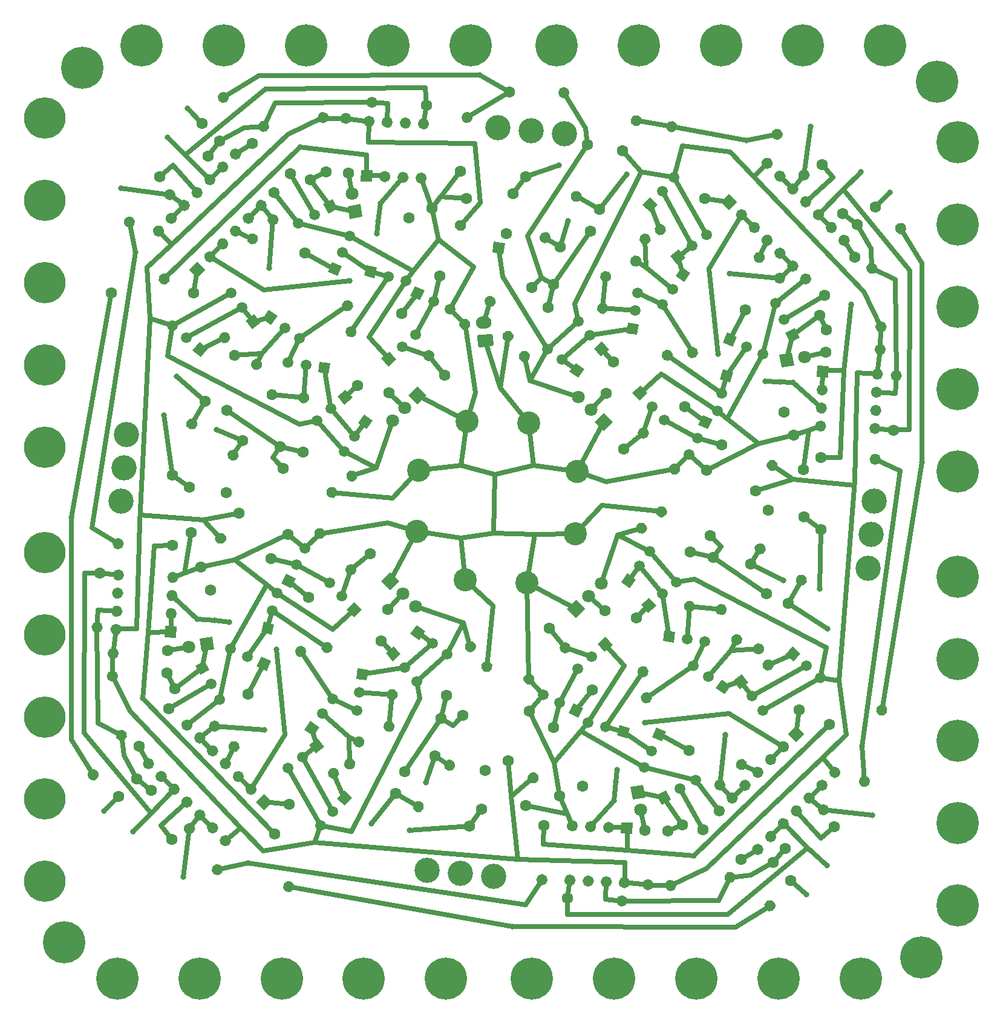
<source format=gbr>
%TF.GenerationSoftware,KiCad,Pcbnew,(5.1.7)-1*%
%TF.CreationDate,2021-05-19T11:45:41-05:00*%
%TF.ProjectId,FOURSES ARPSERGE,464f5552-5345-4532-9041-525053455247,rev?*%
%TF.SameCoordinates,Original*%
%TF.FileFunction,Copper,L1,Top*%
%TF.FilePolarity,Positive*%
%FSLAX46Y46*%
G04 Gerber Fmt 4.6, Leading zero omitted, Abs format (unit mm)*
G04 Created by KiCad (PCBNEW (5.1.7)-1) date 2021-05-19 11:45:41*
%MOMM*%
%LPD*%
G01*
G04 APERTURE LIST*
%TA.AperFunction,ComponentPad*%
%ADD10C,1.500000*%
%TD*%
%TA.AperFunction,ComponentPad*%
%ADD11C,0.100000*%
%TD*%
%TA.AperFunction,ComponentPad*%
%ADD12C,1.600000*%
%TD*%
%TA.AperFunction,ComponentPad*%
%ADD13C,5.800000*%
%TD*%
%TA.AperFunction,ComponentPad*%
%ADD14C,5.900000*%
%TD*%
%TA.AperFunction,ComponentPad*%
%ADD15C,1.800000*%
%TD*%
%TA.AperFunction,ComponentPad*%
%ADD16C,3.240000*%
%TD*%
%TA.AperFunction,ComponentPad*%
%ADD17C,3.524001*%
%TD*%
%TA.AperFunction,ViaPad*%
%ADD18C,0.800000*%
%TD*%
%TA.AperFunction,Conductor*%
%ADD19C,0.635000*%
%TD*%
G04 APERTURE END LIST*
D10*
%TO.P,REF\u002A\u002A,2*%
%TO.N,N/C*%
X162139592Y-90797588D03*
%TO.P,REF\u002A\u002A,3*%
X163839183Y-92685176D03*
%TA.AperFunction,ComponentPad*%
D11*
%TO.P,REF\u002A\u002A,1*%
G36*
X160384489Y-89969207D02*
G01*
X159380793Y-88854489D01*
X160495511Y-87850793D01*
X161499207Y-88965511D01*
X160384489Y-89969207D01*
G37*
%TD.AperFunction*%
%TD*%
D12*
%TO.P,REF\u002A\u002A,1*%
%TO.N,N/C*%
X97330000Y-102060000D03*
%TO.P,REF\u002A\u002A,2*%
%TA.AperFunction,ComponentPad*%
G36*
G01*
X102847495Y-98051304D02*
X102847495Y-98051304D01*
G75*
G02*
X103024481Y-96933862I647214J470228D01*
G01*
X103024481Y-96933862D01*
G75*
G02*
X104141923Y-97110848I470228J-647214D01*
G01*
X104141923Y-97110848D01*
G75*
G02*
X103964937Y-98228290I-647214J-470228D01*
G01*
X103964937Y-98228290D01*
G75*
G02*
X102847495Y-98051304I-470228J647214D01*
G01*
G37*
%TD.AperFunction*%
%TD*%
%TO.P,REF\u002A\u002A,1*%
%TO.N,N/C*%
X132460000Y-72510000D03*
%TO.P,REF\u002A\u002A,2*%
%TA.AperFunction,ComponentPad*%
G36*
G01*
X135014817Y-66186606D02*
X135014817Y-66186606D01*
G75*
G02*
X134572755Y-65145174I299685J741747D01*
G01*
X134572755Y-65145174D01*
G75*
G02*
X135614187Y-64703112I741747J-299685D01*
G01*
X135614187Y-64703112D01*
G75*
G02*
X136056249Y-65744544I-299685J-741747D01*
G01*
X136056249Y-65744544D01*
G75*
G02*
X135014817Y-66186606I-741747J299685D01*
G01*
G37*
%TD.AperFunction*%
%TD*%
%TO.P,REF\u002A\u002A,2*%
%TO.N,N/C*%
%TA.AperFunction,ComponentPad*%
G36*
G01*
X148978961Y-46859025D02*
X148978961Y-46859025D01*
G75*
G02*
X149792801Y-46073109I799878J-13962D01*
G01*
X149792801Y-46073109D01*
G75*
G02*
X150578717Y-46886949I-13962J-799878D01*
G01*
X150578717Y-46886949D01*
G75*
G02*
X149764877Y-47672865I-799878J13962D01*
G01*
X149764877Y-47672865D01*
G75*
G02*
X148978961Y-46859025I13962J799878D01*
G01*
G37*
%TD.AperFunction*%
%TO.P,REF\u002A\u002A,1*%
X142160000Y-46740000D03*
%TD*%
%TO.P,REF\u002A\u002A,2*%
%TO.N,N/C*%
%TA.AperFunction,ComponentPad*%
G36*
G01*
X164139776Y-51960309D02*
X164139776Y-51960309D01*
G75*
G02*
X164508114Y-50890577I719035J350697D01*
G01*
X164508114Y-50890577D01*
G75*
G02*
X165577846Y-51258915I350697J-719035D01*
G01*
X165577846Y-51258915D01*
G75*
G02*
X165209508Y-52328647I-719035J-350697D01*
G01*
X165209508Y-52328647D01*
G75*
G02*
X164139776Y-51960309I-350697J719035D01*
G01*
G37*
%TD.AperFunction*%
%TO.P,REF\u002A\u002A,1*%
X158010000Y-54950000D03*
%TD*%
%TO.P,REF\u002A\u002A,2*%
%TO.N,N/C*%
%TA.AperFunction,ComponentPad*%
G36*
G01*
X102496606Y-109525183D02*
X102496606Y-109525183D01*
G75*
G02*
X101455174Y-109967245I-741747J299685D01*
G01*
X101455174Y-109967245D01*
G75*
G02*
X101013112Y-108925813I299685J741747D01*
G01*
X101013112Y-108925813D01*
G75*
G02*
X102054544Y-108483751I741747J-299685D01*
G01*
X102054544Y-108483751D01*
G75*
G02*
X102496606Y-109525183I-299685J-741747D01*
G01*
G37*
%TD.AperFunction*%
%TO.P,REF\u002A\u002A,1*%
X108820000Y-112080000D03*
%TD*%
D10*
%TO.P,REF\u002A\u002A,2*%
%TO.N,N/C*%
X113714719Y-84986500D03*
%TO.P,REF\u002A\u002A,3*%
X111199438Y-84633001D03*
%TA.AperFunction,ComponentPad*%
D11*
%TO.P,REF\u002A\u002A,1*%
G36*
X115591679Y-84492919D02*
G01*
X117077081Y-84701679D01*
X116868321Y-86187081D01*
X115382919Y-85978321D01*
X115591679Y-84492919D01*
G37*
%TD.AperFunction*%
%TD*%
D13*
%TO.P,REF\u002A\u002A,*%
%TO.N,*%
X77110000Y-73440000D03*
%TD*%
D14*
%TO.P,REF\u002A\u002A,*%
%TO.N,*%
X145330000Y-170790000D03*
%TD*%
D10*
%TO.P,REF\u002A\u002A,2*%
%TO.N,N/C*%
X155656548Y-135612600D03*
%TO.P,REF\u002A\u002A,3*%
X153203097Y-134955199D03*
%TA.AperFunction,ComponentPad*%
D11*
%TO.P,REF\u002A\u002A,1*%
G36*
X157579670Y-135351441D02*
G01*
X159028559Y-135739670D01*
X158640330Y-137188559D01*
X157191441Y-136800330D01*
X157579670Y-135351441D01*
G37*
%TD.AperFunction*%
%TD*%
%TO.P,REF\u002A\u002A,2*%
%TO.N,N/C*%
%TA.AperFunction,ComponentPad*%
G36*
G01*
X106972386Y-67514854D02*
X106972386Y-67514854D01*
G75*
G02*
X105992590Y-68080540I-772741J207055D01*
G01*
X105992590Y-68080540D01*
G75*
G02*
X105426904Y-67100744I207055J772741D01*
G01*
X105426904Y-67100744D01*
G75*
G02*
X106406700Y-66535058I772741J-207055D01*
G01*
X106406700Y-66535058D01*
G75*
G02*
X106972386Y-67514854I-207055J-772741D01*
G01*
G37*
%TD.AperFunction*%
D12*
%TO.P,REF\u002A\u002A,1*%
X113560000Y-69280000D03*
%TD*%
%TO.P,REF\u002A\u002A,2*%
%TO.N,N/C*%
%TA.AperFunction,ComponentPad*%
G36*
G01*
X180572168Y-73358771D02*
X180572168Y-73358771D01*
G75*
G02*
X179441486Y-73398255I-585083J545599D01*
G01*
X179441486Y-73398255D01*
G75*
G02*
X179402002Y-72267573I545599J585083D01*
G01*
X179402002Y-72267573D01*
G75*
G02*
X180532684Y-72228089I585083J-545599D01*
G01*
X180532684Y-72228089D01*
G75*
G02*
X180572168Y-73358771I-545599J-585083D01*
G01*
G37*
%TD.AperFunction*%
%TO.P,REF\u002A\u002A,1*%
X185560000Y-78010000D03*
%TD*%
D14*
%TO.P,REF\u002A\u002A,*%
%TO.N,*%
X148760000Y-40210000D03*
%TD*%
D10*
%TO.P,REF\u002A\u002A,2*%
%TO.N,N/C*%
X166012687Y-144257542D03*
%TO.P,REF\u002A\u002A,3*%
X168255374Y-143065084D03*
%TA.AperFunction,ComponentPad*%
D11*
%TO.P,REF\u002A\u002A,1*%
G36*
X164784314Y-145760107D02*
G01*
X163459893Y-146464314D01*
X162755686Y-145139893D01*
X164080107Y-144435686D01*
X164784314Y-145760107D01*
G37*
%TD.AperFunction*%
%TD*%
D14*
%TO.P,REF\u002A\u002A,*%
%TO.N,*%
X125210000Y-40210000D03*
%TD*%
%TO.P,REF\u002A\u002A,*%
%TO.N,*%
X183260000Y-40210000D03*
%TD*%
D12*
%TO.P,REF\u002A\u002A,1*%
%TO.N,N/C*%
X185960000Y-56890000D03*
%TO.P,REF\u002A\u002A,2*%
%TA.AperFunction,ComponentPad*%
G36*
G01*
X180272899Y-53125790D02*
X180272899Y-53125790D01*
G75*
G02*
X179164240Y-53351349I-667109J441550D01*
G01*
X179164240Y-53351349D01*
G75*
G02*
X178938681Y-52242690I441550J667109D01*
G01*
X178938681Y-52242690D01*
G75*
G02*
X180047340Y-52017131I667109J-441550D01*
G01*
X180047340Y-52017131D01*
G75*
G02*
X180272899Y-53125790I-441550J-667109D01*
G01*
G37*
%TD.AperFunction*%
%TD*%
D14*
%TO.P,REF\u002A\u002A,*%
%TO.N,*%
X204930000Y-76810000D03*
%TD*%
%TA.AperFunction,ComponentPad*%
D11*
%TO.P,REF\u002A\u002A,1*%
%TO.N,N/C*%
G36*
X181188629Y-136570000D02*
G01*
X182320000Y-135438629D01*
X183451371Y-136570000D01*
X182320000Y-137701371D01*
X181188629Y-136570000D01*
G37*
%TD.AperFunction*%
%TO.P,REF\u002A\u002A,8*%
%TA.AperFunction,ComponentPad*%
G36*
G01*
X176366161Y-152168776D02*
X176366161Y-152168776D01*
G75*
G02*
X177497531Y-152168776I565685J-565685D01*
G01*
X177497531Y-152168776D01*
G75*
G02*
X177497531Y-153300146I-565685J-565685D01*
G01*
X177497531Y-153300146D01*
G75*
G02*
X176366161Y-153300146I-565685J565685D01*
G01*
X176366161Y-153300146D01*
G75*
G02*
X176366161Y-152168776I565685J565685D01*
G01*
G37*
%TD.AperFunction*%
%TO.P,REF\u002A\u002A,2*%
%TA.AperFunction,ComponentPad*%
G36*
G01*
X179958264Y-137800366D02*
X179958264Y-137800366D01*
G75*
G02*
X181089634Y-137800366I565685J-565685D01*
G01*
X181089634Y-137800366D01*
G75*
G02*
X181089634Y-138931736I-565685J-565685D01*
G01*
X181089634Y-138931736D01*
G75*
G02*
X179958264Y-138931736I-565685J565685D01*
G01*
X179958264Y-138931736D01*
G75*
G02*
X179958264Y-137800366I565685J565685D01*
G01*
G37*
%TD.AperFunction*%
%TO.P,REF\u002A\u002A,9*%
%TA.AperFunction,ComponentPad*%
G36*
G01*
X178162213Y-150372725D02*
X178162213Y-150372725D01*
G75*
G02*
X179293583Y-150372725I565685J-565685D01*
G01*
X179293583Y-150372725D01*
G75*
G02*
X179293583Y-151504095I-565685J-565685D01*
G01*
X179293583Y-151504095D01*
G75*
G02*
X178162213Y-151504095I-565685J565685D01*
G01*
X178162213Y-151504095D01*
G75*
G02*
X178162213Y-150372725I565685J565685D01*
G01*
G37*
%TD.AperFunction*%
%TO.P,REF\u002A\u002A,3*%
%TA.AperFunction,ComponentPad*%
G36*
G01*
X178162213Y-139596417D02*
X178162213Y-139596417D01*
G75*
G02*
X179293583Y-139596417I565685J-565685D01*
G01*
X179293583Y-139596417D01*
G75*
G02*
X179293583Y-140727787I-565685J-565685D01*
G01*
X179293583Y-140727787D01*
G75*
G02*
X178162213Y-140727787I-565685J565685D01*
G01*
X178162213Y-140727787D01*
G75*
G02*
X178162213Y-139596417I565685J565685D01*
G01*
G37*
%TD.AperFunction*%
%TO.P,REF\u002A\u002A,10*%
%TA.AperFunction,ComponentPad*%
G36*
G01*
X179958264Y-148576674D02*
X179958264Y-148576674D01*
G75*
G02*
X181089634Y-148576674I565685J-565685D01*
G01*
X181089634Y-148576674D01*
G75*
G02*
X181089634Y-149708044I-565685J-565685D01*
G01*
X181089634Y-149708044D01*
G75*
G02*
X179958264Y-149708044I-565685J565685D01*
G01*
X179958264Y-149708044D01*
G75*
G02*
X179958264Y-148576674I565685J565685D01*
G01*
G37*
%TD.AperFunction*%
%TO.P,REF\u002A\u002A,4*%
%TA.AperFunction,ComponentPad*%
G36*
G01*
X176366161Y-141392469D02*
X176366161Y-141392469D01*
G75*
G02*
X177497531Y-141392469I565685J-565685D01*
G01*
X177497531Y-141392469D01*
G75*
G02*
X177497531Y-142523839I-565685J-565685D01*
G01*
X177497531Y-142523839D01*
G75*
G02*
X176366161Y-142523839I-565685J565685D01*
G01*
X176366161Y-142523839D01*
G75*
G02*
X176366161Y-141392469I565685J565685D01*
G01*
G37*
%TD.AperFunction*%
%TO.P,REF\u002A\u002A,11*%
%TA.AperFunction,ComponentPad*%
G36*
G01*
X181754315Y-146780622D02*
X181754315Y-146780622D01*
G75*
G02*
X182885685Y-146780622I565685J-565685D01*
G01*
X182885685Y-146780622D01*
G75*
G02*
X182885685Y-147911992I-565685J-565685D01*
G01*
X182885685Y-147911992D01*
G75*
G02*
X181754315Y-147911992I-565685J565685D01*
G01*
X181754315Y-147911992D01*
G75*
G02*
X181754315Y-146780622I565685J565685D01*
G01*
G37*
%TD.AperFunction*%
%TO.P,REF\u002A\u002A,5*%
%TA.AperFunction,ComponentPad*%
G36*
G01*
X174570110Y-143188520D02*
X174570110Y-143188520D01*
G75*
G02*
X175701480Y-143188520I565685J-565685D01*
G01*
X175701480Y-143188520D01*
G75*
G02*
X175701480Y-144319890I-565685J-565685D01*
G01*
X175701480Y-144319890D01*
G75*
G02*
X174570110Y-144319890I-565685J565685D01*
G01*
X174570110Y-144319890D01*
G75*
G02*
X174570110Y-143188520I565685J565685D01*
G01*
G37*
%TD.AperFunction*%
%TO.P,REF\u002A\u002A,12*%
%TA.AperFunction,ComponentPad*%
G36*
G01*
X183550366Y-144984571D02*
X183550366Y-144984571D01*
G75*
G02*
X184681736Y-144984571I565685J-565685D01*
G01*
X184681736Y-144984571D01*
G75*
G02*
X184681736Y-146115941I-565685J-565685D01*
G01*
X184681736Y-146115941D01*
G75*
G02*
X183550366Y-146115941I-565685J565685D01*
G01*
X183550366Y-146115941D01*
G75*
G02*
X183550366Y-144984571I565685J565685D01*
G01*
G37*
%TD.AperFunction*%
%TO.P,REF\u002A\u002A,6*%
%TA.AperFunction,ComponentPad*%
G36*
G01*
X172774059Y-144984571D02*
X172774059Y-144984571D01*
G75*
G02*
X173905429Y-144984571I565685J-565685D01*
G01*
X173905429Y-144984571D01*
G75*
G02*
X173905429Y-146115941I-565685J-565685D01*
G01*
X173905429Y-146115941D01*
G75*
G02*
X172774059Y-146115941I-565685J565685D01*
G01*
X172774059Y-146115941D01*
G75*
G02*
X172774059Y-144984571I565685J565685D01*
G01*
G37*
%TD.AperFunction*%
%TO.P,REF\u002A\u002A,13*%
%TA.AperFunction,ComponentPad*%
G36*
G01*
X185346417Y-143188520D02*
X185346417Y-143188520D01*
G75*
G02*
X186477787Y-143188520I565685J-565685D01*
G01*
X186477787Y-143188520D01*
G75*
G02*
X186477787Y-144319890I-565685J-565685D01*
G01*
X186477787Y-144319890D01*
G75*
G02*
X185346417Y-144319890I-565685J565685D01*
G01*
X185346417Y-144319890D01*
G75*
G02*
X185346417Y-143188520I565685J565685D01*
G01*
G37*
%TD.AperFunction*%
%TO.P,REF\u002A\u002A,7*%
%TA.AperFunction,ComponentPad*%
G36*
G01*
X170978008Y-146780622D02*
X170978008Y-146780622D01*
G75*
G02*
X172109378Y-146780622I565685J-565685D01*
G01*
X172109378Y-146780622D01*
G75*
G02*
X172109378Y-147911992I-565685J-565685D01*
G01*
X172109378Y-147911992D01*
G75*
G02*
X170978008Y-147911992I-565685J565685D01*
G01*
X170978008Y-147911992D01*
G75*
G02*
X170978008Y-146780622I565685J565685D01*
G01*
G37*
%TD.AperFunction*%
%TO.P,REF\u002A\u002A,14*%
%TA.AperFunction,ComponentPad*%
G36*
G01*
X187142469Y-141392469D02*
X187142469Y-141392469D01*
G75*
G02*
X188273839Y-141392469I565685J-565685D01*
G01*
X188273839Y-141392469D01*
G75*
G02*
X188273839Y-142523839I-565685J-565685D01*
G01*
X188273839Y-142523839D01*
G75*
G02*
X187142469Y-142523839I-565685J565685D01*
G01*
X187142469Y-142523839D01*
G75*
G02*
X187142469Y-141392469I565685J565685D01*
G01*
G37*
%TD.AperFunction*%
%TD*%
D14*
%TO.P,REF\u002A\u002A,*%
%TO.N,*%
X204930000Y-53810000D03*
%TD*%
D12*
%TO.P,REF\u002A\u002A,1*%
%TO.N,N/C*%
X106170000Y-53990000D03*
%TO.P,REF\u002A\u002A,2*%
%TA.AperFunction,ComponentPad*%
G36*
G01*
X102555950Y-48206312D02*
X102555950Y-48206312D01*
G75*
G02*
X101453577Y-47951809I-423935J678438D01*
G01*
X101453577Y-47951809D01*
G75*
G02*
X101708080Y-46849436I678438J423935D01*
G01*
X101708080Y-46849436D01*
G75*
G02*
X102810453Y-47103939I423935J-678438D01*
G01*
X102810453Y-47103939D01*
G75*
G02*
X102555950Y-48206312I-678438J-423935D01*
G01*
G37*
%TD.AperFunction*%
%TD*%
%TO.P,REF\u002A\u002A,14*%
%TO.N,N/C*%
%TA.AperFunction,ComponentPad*%
G36*
G01*
X102987531Y-150942469D02*
X102987531Y-150942469D01*
G75*
G02*
X102987531Y-152073839I-565685J-565685D01*
G01*
X102987531Y-152073839D01*
G75*
G02*
X101856161Y-152073839I-565685J565685D01*
G01*
X101856161Y-152073839D01*
G75*
G02*
X101856161Y-150942469I565685J565685D01*
G01*
X101856161Y-150942469D01*
G75*
G02*
X102987531Y-150942469I565685J-565685D01*
G01*
G37*
%TD.AperFunction*%
%TO.P,REF\u002A\u002A,7*%
%TA.AperFunction,ComponentPad*%
G36*
G01*
X97599378Y-134778008D02*
X97599378Y-134778008D01*
G75*
G02*
X97599378Y-135909378I-565685J-565685D01*
G01*
X97599378Y-135909378D01*
G75*
G02*
X96468008Y-135909378I-565685J565685D01*
G01*
X96468008Y-135909378D01*
G75*
G02*
X96468008Y-134778008I565685J565685D01*
G01*
X96468008Y-134778008D01*
G75*
G02*
X97599378Y-134778008I565685J-565685D01*
G01*
G37*
%TD.AperFunction*%
%TO.P,REF\u002A\u002A,13*%
%TA.AperFunction,ComponentPad*%
G36*
G01*
X101191480Y-149146417D02*
X101191480Y-149146417D01*
G75*
G02*
X101191480Y-150277787I-565685J-565685D01*
G01*
X101191480Y-150277787D01*
G75*
G02*
X100060110Y-150277787I-565685J565685D01*
G01*
X100060110Y-150277787D01*
G75*
G02*
X100060110Y-149146417I565685J565685D01*
G01*
X100060110Y-149146417D01*
G75*
G02*
X101191480Y-149146417I565685J-565685D01*
G01*
G37*
%TD.AperFunction*%
%TO.P,REF\u002A\u002A,6*%
%TA.AperFunction,ComponentPad*%
G36*
G01*
X99395429Y-136574059D02*
X99395429Y-136574059D01*
G75*
G02*
X99395429Y-137705429I-565685J-565685D01*
G01*
X99395429Y-137705429D01*
G75*
G02*
X98264059Y-137705429I-565685J565685D01*
G01*
X98264059Y-137705429D01*
G75*
G02*
X98264059Y-136574059I565685J565685D01*
G01*
X98264059Y-136574059D01*
G75*
G02*
X99395429Y-136574059I565685J-565685D01*
G01*
G37*
%TD.AperFunction*%
%TO.P,REF\u002A\u002A,12*%
%TA.AperFunction,ComponentPad*%
G36*
G01*
X99395429Y-147350366D02*
X99395429Y-147350366D01*
G75*
G02*
X99395429Y-148481736I-565685J-565685D01*
G01*
X99395429Y-148481736D01*
G75*
G02*
X98264059Y-148481736I-565685J565685D01*
G01*
X98264059Y-148481736D01*
G75*
G02*
X98264059Y-147350366I565685J565685D01*
G01*
X98264059Y-147350366D01*
G75*
G02*
X99395429Y-147350366I565685J-565685D01*
G01*
G37*
%TD.AperFunction*%
%TO.P,REF\u002A\u002A,5*%
%TA.AperFunction,ComponentPad*%
G36*
G01*
X101191480Y-138370110D02*
X101191480Y-138370110D01*
G75*
G02*
X101191480Y-139501480I-565685J-565685D01*
G01*
X101191480Y-139501480D01*
G75*
G02*
X100060110Y-139501480I-565685J565685D01*
G01*
X100060110Y-139501480D01*
G75*
G02*
X100060110Y-138370110I565685J565685D01*
G01*
X100060110Y-138370110D01*
G75*
G02*
X101191480Y-138370110I565685J-565685D01*
G01*
G37*
%TD.AperFunction*%
%TO.P,REF\u002A\u002A,11*%
%TA.AperFunction,ComponentPad*%
G36*
G01*
X97599378Y-145554315D02*
X97599378Y-145554315D01*
G75*
G02*
X97599378Y-146685685I-565685J-565685D01*
G01*
X97599378Y-146685685D01*
G75*
G02*
X96468008Y-146685685I-565685J565685D01*
G01*
X96468008Y-146685685D01*
G75*
G02*
X96468008Y-145554315I565685J565685D01*
G01*
X96468008Y-145554315D01*
G75*
G02*
X97599378Y-145554315I565685J-565685D01*
G01*
G37*
%TD.AperFunction*%
%TO.P,REF\u002A\u002A,4*%
%TA.AperFunction,ComponentPad*%
G36*
G01*
X102987531Y-140166161D02*
X102987531Y-140166161D01*
G75*
G02*
X102987531Y-141297531I-565685J-565685D01*
G01*
X102987531Y-141297531D01*
G75*
G02*
X101856161Y-141297531I-565685J565685D01*
G01*
X101856161Y-141297531D01*
G75*
G02*
X101856161Y-140166161I565685J565685D01*
G01*
X101856161Y-140166161D01*
G75*
G02*
X102987531Y-140166161I565685J-565685D01*
G01*
G37*
%TD.AperFunction*%
%TO.P,REF\u002A\u002A,10*%
%TA.AperFunction,ComponentPad*%
G36*
G01*
X95803326Y-143758264D02*
X95803326Y-143758264D01*
G75*
G02*
X95803326Y-144889634I-565685J-565685D01*
G01*
X95803326Y-144889634D01*
G75*
G02*
X94671956Y-144889634I-565685J565685D01*
G01*
X94671956Y-144889634D01*
G75*
G02*
X94671956Y-143758264I565685J565685D01*
G01*
X94671956Y-143758264D01*
G75*
G02*
X95803326Y-143758264I565685J-565685D01*
G01*
G37*
%TD.AperFunction*%
%TO.P,REF\u002A\u002A,3*%
%TA.AperFunction,ComponentPad*%
G36*
G01*
X104783583Y-141962213D02*
X104783583Y-141962213D01*
G75*
G02*
X104783583Y-143093583I-565685J-565685D01*
G01*
X104783583Y-143093583D01*
G75*
G02*
X103652213Y-143093583I-565685J565685D01*
G01*
X103652213Y-143093583D01*
G75*
G02*
X103652213Y-141962213I565685J565685D01*
G01*
X103652213Y-141962213D01*
G75*
G02*
X104783583Y-141962213I565685J-565685D01*
G01*
G37*
%TD.AperFunction*%
%TO.P,REF\u002A\u002A,9*%
%TA.AperFunction,ComponentPad*%
G36*
G01*
X94007275Y-141962213D02*
X94007275Y-141962213D01*
G75*
G02*
X94007275Y-143093583I-565685J-565685D01*
G01*
X94007275Y-143093583D01*
G75*
G02*
X92875905Y-143093583I-565685J565685D01*
G01*
X92875905Y-143093583D01*
G75*
G02*
X92875905Y-141962213I565685J565685D01*
G01*
X92875905Y-141962213D01*
G75*
G02*
X94007275Y-141962213I565685J-565685D01*
G01*
G37*
%TD.AperFunction*%
%TO.P,REF\u002A\u002A,2*%
%TA.AperFunction,ComponentPad*%
G36*
G01*
X106579634Y-143758264D02*
X106579634Y-143758264D01*
G75*
G02*
X106579634Y-144889634I-565685J-565685D01*
G01*
X106579634Y-144889634D01*
G75*
G02*
X105448264Y-144889634I-565685J565685D01*
G01*
X105448264Y-144889634D01*
G75*
G02*
X105448264Y-143758264I565685J565685D01*
G01*
X105448264Y-143758264D01*
G75*
G02*
X106579634Y-143758264I565685J-565685D01*
G01*
G37*
%TD.AperFunction*%
%TO.P,REF\u002A\u002A,8*%
%TA.AperFunction,ComponentPad*%
G36*
G01*
X92211224Y-140166161D02*
X92211224Y-140166161D01*
G75*
G02*
X92211224Y-141297531I-565685J-565685D01*
G01*
X92211224Y-141297531D01*
G75*
G02*
X91079854Y-141297531I-565685J565685D01*
G01*
X91079854Y-141297531D01*
G75*
G02*
X91079854Y-140166161I565685J565685D01*
G01*
X91079854Y-140166161D01*
G75*
G02*
X92211224Y-140166161I565685J-565685D01*
G01*
G37*
%TD.AperFunction*%
%TA.AperFunction,ComponentPad*%
D11*
%TO.P,REF\u002A\u002A,1*%
G36*
X107810000Y-144988629D02*
G01*
X108941371Y-146120000D01*
X107810000Y-147251371D01*
X106678629Y-146120000D01*
X107810000Y-144988629D01*
G37*
%TD.AperFunction*%
%TD*%
%TA.AperFunction,ComponentPad*%
%TO.P,REF\u002A\u002A,1*%
%TO.N,N/C*%
G36*
X122954343Y-59324134D02*
G01*
X121355866Y-59254343D01*
X121425657Y-57655866D01*
X123024134Y-57725657D01*
X122954343Y-59324134D01*
G37*
%TD.AperFunction*%
%TO.P,REF\u002A\u002A,5*%
%TA.AperFunction,ComponentPad*%
G36*
G01*
X130100231Y-52008871D02*
X130100231Y-52008871D01*
G75*
G02*
X129335888Y-51174736I34896J799239D01*
G01*
X129335888Y-51174736D01*
G75*
G02*
X130170023Y-50410393I799239J-34896D01*
G01*
X130170023Y-50410393D01*
G75*
G02*
X130934366Y-51244528I-34896J-799239D01*
G01*
X130934366Y-51244528D01*
G75*
G02*
X130100231Y-52008871I-799239J34896D01*
G01*
G37*
%TD.AperFunction*%
%TO.P,REF\u002A\u002A,2*%
%TA.AperFunction,ComponentPad*%
G36*
G01*
X124692686Y-59400032D02*
X124692686Y-59400032D01*
G75*
G02*
X123928343Y-58565897I34896J799239D01*
G01*
X123928343Y-58565897D01*
G75*
G02*
X124762478Y-57801554I799239J-34896D01*
G01*
X124762478Y-57801554D01*
G75*
G02*
X125526821Y-58635689I-34896J-799239D01*
G01*
X125526821Y-58635689D01*
G75*
G02*
X124692686Y-59400032I-799239J34896D01*
G01*
G37*
%TD.AperFunction*%
%TO.P,REF\u002A\u002A,6*%
%TA.AperFunction,ComponentPad*%
G36*
G01*
X127562649Y-51898078D02*
X127562649Y-51898078D01*
G75*
G02*
X126798306Y-51063943I34896J799239D01*
G01*
X126798306Y-51063943D01*
G75*
G02*
X127632441Y-50299600I799239J-34896D01*
G01*
X127632441Y-50299600D01*
G75*
G02*
X128396784Y-51133735I-34896J-799239D01*
G01*
X128396784Y-51133735D01*
G75*
G02*
X127562649Y-51898078I-799239J34896D01*
G01*
G37*
%TD.AperFunction*%
%TO.P,REF\u002A\u002A,3*%
%TA.AperFunction,ComponentPad*%
G36*
G01*
X127230269Y-59510825D02*
X127230269Y-59510825D01*
G75*
G02*
X126465926Y-58676690I34896J799239D01*
G01*
X126465926Y-58676690D01*
G75*
G02*
X127300061Y-57912347I799239J-34896D01*
G01*
X127300061Y-57912347D01*
G75*
G02*
X128064404Y-58746482I-34896J-799239D01*
G01*
X128064404Y-58746482D01*
G75*
G02*
X127230269Y-59510825I-799239J34896D01*
G01*
G37*
%TD.AperFunction*%
%TO.P,REF\u002A\u002A,7*%
%TA.AperFunction,ComponentPad*%
G36*
G01*
X125025066Y-51787285D02*
X125025066Y-51787285D01*
G75*
G02*
X124260723Y-50953150I34896J799239D01*
G01*
X124260723Y-50953150D01*
G75*
G02*
X125094858Y-50188807I799239J-34896D01*
G01*
X125094858Y-50188807D01*
G75*
G02*
X125859201Y-51022942I-34896J-799239D01*
G01*
X125859201Y-51022942D01*
G75*
G02*
X125025066Y-51787285I-799239J34896D01*
G01*
G37*
%TD.AperFunction*%
%TO.P,REF\u002A\u002A,4*%
%TA.AperFunction,ComponentPad*%
G36*
G01*
X129767851Y-59621619D02*
X129767851Y-59621619D01*
G75*
G02*
X129003508Y-58787484I34896J799239D01*
G01*
X129003508Y-58787484D01*
G75*
G02*
X129837643Y-58023141I799239J-34896D01*
G01*
X129837643Y-58023141D01*
G75*
G02*
X130601986Y-58857276I-34896J-799239D01*
G01*
X130601986Y-58857276D01*
G75*
G02*
X129767851Y-59621619I-799239J34896D01*
G01*
G37*
%TD.AperFunction*%
%TO.P,REF\u002A\u002A,8*%
%TA.AperFunction,ComponentPad*%
G36*
G01*
X122487484Y-51676492D02*
X122487484Y-51676492D01*
G75*
G02*
X121723141Y-50842357I34896J799239D01*
G01*
X121723141Y-50842357D01*
G75*
G02*
X122557276Y-50078014I799239J-34896D01*
G01*
X122557276Y-50078014D01*
G75*
G02*
X123321619Y-50912149I-34896J-799239D01*
G01*
X123321619Y-50912149D01*
G75*
G02*
X122487484Y-51676492I-799239J34896D01*
G01*
G37*
%TD.AperFunction*%
%TD*%
%TA.AperFunction,ComponentPad*%
%TO.P,REF\u002A\u002A,1*%
%TO.N,N/C*%
G36*
X95554134Y-121515657D02*
G01*
X95484343Y-123114134D01*
X93885866Y-123044343D01*
X93955657Y-121445866D01*
X95554134Y-121515657D01*
G37*
%TD.AperFunction*%
%TO.P,REF\u002A\u002A,5*%
%TA.AperFunction,ComponentPad*%
G36*
G01*
X88238871Y-114369769D02*
X88238871Y-114369769D01*
G75*
G02*
X87404736Y-115134112I-799239J34896D01*
G01*
X87404736Y-115134112D01*
G75*
G02*
X86640393Y-114299977I34896J799239D01*
G01*
X86640393Y-114299977D01*
G75*
G02*
X87474528Y-113535634I799239J-34896D01*
G01*
X87474528Y-113535634D01*
G75*
G02*
X88238871Y-114369769I-34896J-799239D01*
G01*
G37*
%TD.AperFunction*%
%TO.P,REF\u002A\u002A,2*%
%TA.AperFunction,ComponentPad*%
G36*
G01*
X95630032Y-119777314D02*
X95630032Y-119777314D01*
G75*
G02*
X94795897Y-120541657I-799239J34896D01*
G01*
X94795897Y-120541657D01*
G75*
G02*
X94031554Y-119707522I34896J799239D01*
G01*
X94031554Y-119707522D01*
G75*
G02*
X94865689Y-118943179I799239J-34896D01*
G01*
X94865689Y-118943179D01*
G75*
G02*
X95630032Y-119777314I-34896J-799239D01*
G01*
G37*
%TD.AperFunction*%
%TO.P,REF\u002A\u002A,6*%
%TA.AperFunction,ComponentPad*%
G36*
G01*
X88128078Y-116907351D02*
X88128078Y-116907351D01*
G75*
G02*
X87293943Y-117671694I-799239J34896D01*
G01*
X87293943Y-117671694D01*
G75*
G02*
X86529600Y-116837559I34896J799239D01*
G01*
X86529600Y-116837559D01*
G75*
G02*
X87363735Y-116073216I799239J-34896D01*
G01*
X87363735Y-116073216D01*
G75*
G02*
X88128078Y-116907351I-34896J-799239D01*
G01*
G37*
%TD.AperFunction*%
%TO.P,REF\u002A\u002A,3*%
%TA.AperFunction,ComponentPad*%
G36*
G01*
X95740825Y-117239731D02*
X95740825Y-117239731D01*
G75*
G02*
X94906690Y-118004074I-799239J34896D01*
G01*
X94906690Y-118004074D01*
G75*
G02*
X94142347Y-117169939I34896J799239D01*
G01*
X94142347Y-117169939D01*
G75*
G02*
X94976482Y-116405596I799239J-34896D01*
G01*
X94976482Y-116405596D01*
G75*
G02*
X95740825Y-117239731I-34896J-799239D01*
G01*
G37*
%TD.AperFunction*%
%TO.P,REF\u002A\u002A,7*%
%TA.AperFunction,ComponentPad*%
G36*
G01*
X88017285Y-119444934D02*
X88017285Y-119444934D01*
G75*
G02*
X87183150Y-120209277I-799239J34896D01*
G01*
X87183150Y-120209277D01*
G75*
G02*
X86418807Y-119375142I34896J799239D01*
G01*
X86418807Y-119375142D01*
G75*
G02*
X87252942Y-118610799I799239J-34896D01*
G01*
X87252942Y-118610799D01*
G75*
G02*
X88017285Y-119444934I-34896J-799239D01*
G01*
G37*
%TD.AperFunction*%
%TO.P,REF\u002A\u002A,4*%
%TA.AperFunction,ComponentPad*%
G36*
G01*
X95851619Y-114702149D02*
X95851619Y-114702149D01*
G75*
G02*
X95017484Y-115466492I-799239J34896D01*
G01*
X95017484Y-115466492D01*
G75*
G02*
X94253141Y-114632357I34896J799239D01*
G01*
X94253141Y-114632357D01*
G75*
G02*
X95087276Y-113868014I799239J-34896D01*
G01*
X95087276Y-113868014D01*
G75*
G02*
X95851619Y-114702149I-34896J-799239D01*
G01*
G37*
%TD.AperFunction*%
%TO.P,REF\u002A\u002A,8*%
%TA.AperFunction,ComponentPad*%
G36*
G01*
X87906492Y-121982516D02*
X87906492Y-121982516D01*
G75*
G02*
X87072357Y-122746859I-799239J34896D01*
G01*
X87072357Y-122746859D01*
G75*
G02*
X86308014Y-121912724I34896J799239D01*
G01*
X86308014Y-121912724D01*
G75*
G02*
X87142149Y-121148381I799239J-34896D01*
G01*
X87142149Y-121148381D01*
G75*
G02*
X87906492Y-121982516I-34896J-799239D01*
G01*
G37*
%TD.AperFunction*%
%TD*%
%TO.P,REF\u002A\u002A,2*%
%TO.N,N/C*%
%TA.AperFunction,ComponentPad*%
G36*
G01*
X173867614Y-140645146D02*
X173867614Y-140645146D01*
G75*
G02*
X174847410Y-140079460I772741J-207055D01*
G01*
X174847410Y-140079460D01*
G75*
G02*
X175413096Y-141059256I-207055J-772741D01*
G01*
X175413096Y-141059256D01*
G75*
G02*
X174433300Y-141624942I-772741J207055D01*
G01*
X174433300Y-141624942D01*
G75*
G02*
X173867614Y-140645146I207055J772741D01*
G01*
G37*
%TD.AperFunction*%
D12*
%TO.P,REF\u002A\u002A,1*%
X167280000Y-138880000D03*
%TD*%
%TA.AperFunction,ComponentPad*%
D11*
%TO.P,REF\u002A\u002A,1*%
%TO.N,N/C*%
G36*
X126782792Y-115180000D02*
G01*
X125510000Y-116452792D01*
X124237208Y-115180000D01*
X125510000Y-113907208D01*
X126782792Y-115180000D01*
G37*
%TD.AperFunction*%
D15*
%TO.P,REF\u002A\u002A,2*%
X127277767Y-116947767D03*
%TO.P,REF\u002A\u002A,3*%
X129045534Y-118715534D03*
D16*
%TO.P,REF\u002A\u002A,*%
%TO.N,*%
X135975180Y-115038579D03*
X129186955Y-108250354D03*
%TD*%
D12*
%TO.P,REF\u002A\u002A,1*%
%TO.N,N/C*%
X188800000Y-63760000D03*
%TO.P,REF\u002A\u002A,2*%
%TA.AperFunction,ComponentPad*%
G36*
G01*
X183977531Y-58937531D02*
X183977531Y-58937531D01*
G75*
G02*
X182846161Y-58937531I-565685J565685D01*
G01*
X182846161Y-58937531D01*
G75*
G02*
X182846161Y-57806161I565685J565685D01*
G01*
X182846161Y-57806161D01*
G75*
G02*
X183977531Y-57806161I565685J-565685D01*
G01*
X183977531Y-57806161D01*
G75*
G02*
X183977531Y-58937531I-565685J-565685D01*
G01*
G37*
%TD.AperFunction*%
%TD*%
D13*
%TO.P,REF\u002A\u002A,*%
%TO.N,*%
X77110000Y-61940000D03*
%TD*%
D14*
%TO.P,REF\u002A\u002A,*%
%TO.N,*%
X204930000Y-149060000D03*
%TD*%
%TA.AperFunction,ComponentPad*%
D11*
%TO.P,REF\u002A\u002A,1*%
%TO.N,N/C*%
G36*
X171651441Y-87010330D02*
G01*
X172039670Y-85561441D01*
X173488559Y-85949670D01*
X173100330Y-87398559D01*
X171651441Y-87010330D01*
G37*
%TD.AperFunction*%
D10*
%TO.P,REF\u002A\u002A,3*%
X171255199Y-91386903D03*
%TO.P,REF\u002A\u002A,2*%
X171912600Y-88933452D03*
%TD*%
%TA.AperFunction,ComponentPad*%
D11*
%TO.P,REF\u002A\u002A,1*%
%TO.N,N/C*%
G36*
X151510000Y-117807208D02*
G01*
X152782792Y-119080000D01*
X151510000Y-120352792D01*
X150237208Y-119080000D01*
X151510000Y-117807208D01*
G37*
%TD.AperFunction*%
D15*
%TO.P,REF\u002A\u002A,2*%
X153277767Y-117312233D03*
%TO.P,REF\u002A\u002A,3*%
X155045534Y-115544466D03*
D16*
%TO.P,REF\u002A\u002A,*%
%TO.N,*%
X151368579Y-108614820D03*
X144580354Y-115403045D03*
%TD*%
D14*
%TO.P,REF\u002A\u002A,*%
%TO.N,*%
X82410000Y-43350000D03*
%TD*%
%TO.P,REF\u002A\u002A,*%
%TO.N,*%
X204930000Y-137560000D03*
%TD*%
%TO.P,REF\u002A\u002A,8*%
%TO.N,N/C*%
%TA.AperFunction,ComponentPad*%
G36*
G01*
X192853508Y-86197484D02*
X192853508Y-86197484D01*
G75*
G02*
X193687643Y-85433141I799239J-34896D01*
G01*
X193687643Y-85433141D01*
G75*
G02*
X194451986Y-86267276I-34896J-799239D01*
G01*
X194451986Y-86267276D01*
G75*
G02*
X193617851Y-87031619I-799239J34896D01*
G01*
X193617851Y-87031619D01*
G75*
G02*
X192853508Y-86197484I34896J799239D01*
G01*
G37*
%TD.AperFunction*%
%TO.P,REF\u002A\u002A,4*%
%TA.AperFunction,ComponentPad*%
G36*
G01*
X184908381Y-93477851D02*
X184908381Y-93477851D01*
G75*
G02*
X185742516Y-92713508I799239J-34896D01*
G01*
X185742516Y-92713508D01*
G75*
G02*
X186506859Y-93547643I-34896J-799239D01*
G01*
X186506859Y-93547643D01*
G75*
G02*
X185672724Y-94311986I-799239J34896D01*
G01*
X185672724Y-94311986D01*
G75*
G02*
X184908381Y-93477851I34896J799239D01*
G01*
G37*
%TD.AperFunction*%
%TO.P,REF\u002A\u002A,7*%
%TA.AperFunction,ComponentPad*%
G36*
G01*
X192742715Y-88735066D02*
X192742715Y-88735066D01*
G75*
G02*
X193576850Y-87970723I799239J-34896D01*
G01*
X193576850Y-87970723D01*
G75*
G02*
X194341193Y-88804858I-34896J-799239D01*
G01*
X194341193Y-88804858D01*
G75*
G02*
X193507058Y-89569201I-799239J34896D01*
G01*
X193507058Y-89569201D01*
G75*
G02*
X192742715Y-88735066I34896J799239D01*
G01*
G37*
%TD.AperFunction*%
%TO.P,REF\u002A\u002A,3*%
%TA.AperFunction,ComponentPad*%
G36*
G01*
X185019175Y-90940269D02*
X185019175Y-90940269D01*
G75*
G02*
X185853310Y-90175926I799239J-34896D01*
G01*
X185853310Y-90175926D01*
G75*
G02*
X186617653Y-91010061I-34896J-799239D01*
G01*
X186617653Y-91010061D01*
G75*
G02*
X185783518Y-91774404I-799239J34896D01*
G01*
X185783518Y-91774404D01*
G75*
G02*
X185019175Y-90940269I34896J799239D01*
G01*
G37*
%TD.AperFunction*%
%TO.P,REF\u002A\u002A,6*%
%TA.AperFunction,ComponentPad*%
G36*
G01*
X192631922Y-91272649D02*
X192631922Y-91272649D01*
G75*
G02*
X193466057Y-90508306I799239J-34896D01*
G01*
X193466057Y-90508306D01*
G75*
G02*
X194230400Y-91342441I-34896J-799239D01*
G01*
X194230400Y-91342441D01*
G75*
G02*
X193396265Y-92106784I-799239J34896D01*
G01*
X193396265Y-92106784D01*
G75*
G02*
X192631922Y-91272649I34896J799239D01*
G01*
G37*
%TD.AperFunction*%
%TO.P,REF\u002A\u002A,2*%
%TA.AperFunction,ComponentPad*%
G36*
G01*
X185129968Y-88402686D02*
X185129968Y-88402686D01*
G75*
G02*
X185964103Y-87638343I799239J-34896D01*
G01*
X185964103Y-87638343D01*
G75*
G02*
X186728446Y-88472478I-34896J-799239D01*
G01*
X186728446Y-88472478D01*
G75*
G02*
X185894311Y-89236821I-799239J34896D01*
G01*
X185894311Y-89236821D01*
G75*
G02*
X185129968Y-88402686I34896J799239D01*
G01*
G37*
%TD.AperFunction*%
%TO.P,REF\u002A\u002A,5*%
%TA.AperFunction,ComponentPad*%
G36*
G01*
X192521129Y-93810231D02*
X192521129Y-93810231D01*
G75*
G02*
X193355264Y-93045888I799239J-34896D01*
G01*
X193355264Y-93045888D01*
G75*
G02*
X194119607Y-93880023I-34896J-799239D01*
G01*
X194119607Y-93880023D01*
G75*
G02*
X193285472Y-94644366I-799239J34896D01*
G01*
X193285472Y-94644366D01*
G75*
G02*
X192521129Y-93810231I34896J799239D01*
G01*
G37*
%TD.AperFunction*%
%TA.AperFunction,ComponentPad*%
D11*
%TO.P,REF\u002A\u002A,1*%
G36*
X185205866Y-86664343D02*
G01*
X185275657Y-85065866D01*
X186874134Y-85135657D01*
X186804343Y-86734134D01*
X185205866Y-86664343D01*
G37*
%TD.AperFunction*%
%TD*%
D14*
%TO.P,REF\u002A\u002A,*%
%TO.N,*%
X204930000Y-126060000D03*
%TD*%
D12*
%TO.P,REF\u002A\u002A,1*%
%TO.N,N/C*%
X153790000Y-130440000D03*
%TO.P,REF\u002A\u002A,2*%
%TA.AperFunction,ComponentPad*%
G36*
G01*
X160543629Y-131389161D02*
X160543629Y-131389161D01*
G75*
G02*
X161447181Y-130708285I792214J-111338D01*
G01*
X161447181Y-130708285D01*
G75*
G02*
X162128057Y-131611837I-111338J-792214D01*
G01*
X162128057Y-131611837D01*
G75*
G02*
X161224505Y-132292713I-792214J111338D01*
G01*
X161224505Y-132292713D01*
G75*
G02*
X160543629Y-131389161I111338J792214D01*
G01*
G37*
%TD.AperFunction*%
%TD*%
%TO.P,REF\u002A\u002A,2*%
%TO.N,N/C*%
%TA.AperFunction,ComponentPad*%
G36*
G01*
X167669161Y-84006371D02*
X167669161Y-84006371D01*
G75*
G02*
X166988285Y-83102819I111338J792214D01*
G01*
X166988285Y-83102819D01*
G75*
G02*
X167891837Y-82421943I792214J-111338D01*
G01*
X167891837Y-82421943D01*
G75*
G02*
X168572713Y-83325495I-111338J-792214D01*
G01*
X168572713Y-83325495D01*
G75*
G02*
X167669161Y-84006371I-792214J111338D01*
G01*
G37*
%TD.AperFunction*%
%TO.P,REF\u002A\u002A,1*%
X166720000Y-90760000D03*
%TD*%
%TA.AperFunction,ComponentPad*%
D11*
%TO.P,REF\u002A\u002A,1*%
%TO.N,N/C*%
G36*
X182080107Y-79795686D02*
G01*
X182784314Y-81120107D01*
X181459893Y-81824314D01*
X180755686Y-80499893D01*
X182080107Y-79795686D01*
G37*
%TD.AperFunction*%
D10*
%TO.P,REF\u002A\u002A,3*%
X179385084Y-76324626D03*
%TO.P,REF\u002A\u002A,2*%
X180577542Y-78567313D03*
%TD*%
D14*
%TO.P,REF\u002A\u002A,*%
%TO.N,*%
X171760000Y-40210000D03*
%TD*%
%TO.P,REF\u002A\u002A,2*%
%TO.N,N/C*%
%TA.AperFunction,ComponentPad*%
G36*
G01*
X89415790Y-64287101D02*
X89415790Y-64287101D01*
G75*
G02*
X89641349Y-65395760I-441550J-667109D01*
G01*
X89641349Y-65395760D01*
G75*
G02*
X88532690Y-65621319I-667109J441550D01*
G01*
X88532690Y-65621319D01*
G75*
G02*
X88307131Y-64512660I441550J667109D01*
G01*
X88307131Y-64512660D01*
G75*
G02*
X89415790Y-64287101I667109J-441550D01*
G01*
G37*
%TD.AperFunction*%
D12*
%TO.P,REF\u002A\u002A,1*%
X93180000Y-58600000D03*
%TD*%
%TO.P,REF\u002A\u002A,2*%
%TO.N,N/C*%
X128077956Y-64372653D03*
%TO.P,REF\u002A\u002A,1*%
X131299723Y-63005094D03*
%TD*%
%TO.P,REF\u002A\u002A,1*%
%TO.N,N/C*%
X174580000Y-154150000D03*
%TO.P,REF\u002A\u002A,2*%
%TA.AperFunction,ComponentPad*%
G36*
G01*
X178194050Y-159933688D02*
X178194050Y-159933688D01*
G75*
G02*
X179296423Y-160188191I423935J-678438D01*
G01*
X179296423Y-160188191D01*
G75*
G02*
X179041920Y-161290564I-678438J-423935D01*
G01*
X179041920Y-161290564D01*
G75*
G02*
X177939547Y-161036061I-423935J678438D01*
G01*
X177939547Y-161036061D01*
G75*
G02*
X178194050Y-159933688I678438J423935D01*
G01*
G37*
%TD.AperFunction*%
%TD*%
%TO.P,REF\u002A\u002A,1*%
%TO.N,N/C*%
X166410000Y-149270000D03*
%TO.P,REF\u002A\u002A,2*%
%TA.AperFunction,ComponentPad*%
G36*
G01*
X171061229Y-144282168D02*
X171061229Y-144282168D01*
G75*
G02*
X171021745Y-143151486I545599J585083D01*
G01*
X171021745Y-143151486D01*
G75*
G02*
X172152427Y-143112002I585083J-545599D01*
G01*
X172152427Y-143112002D01*
G75*
G02*
X172191911Y-144242684I-545599J-585083D01*
G01*
X172191911Y-144242684D01*
G75*
G02*
X171061229Y-144282168I-585083J545599D01*
G01*
G37*
%TD.AperFunction*%
%TD*%
%TO.P,REF\u002A\u002A,2*%
%TO.N,N/C*%
%TA.AperFunction,ComponentPad*%
G36*
G01*
X84576312Y-141864050D02*
X84576312Y-141864050D01*
G75*
G02*
X84321809Y-142966423I-678438J-423935D01*
G01*
X84321809Y-142966423D01*
G75*
G02*
X83219436Y-142711920I-423935J678438D01*
G01*
X83219436Y-142711920D01*
G75*
G02*
X83473939Y-141609547I678438J423935D01*
G01*
X83473939Y-141609547D01*
G75*
G02*
X84576312Y-141864050I423935J-678438D01*
G01*
G37*
%TD.AperFunction*%
%TO.P,REF\u002A\u002A,1*%
X90360000Y-138250000D03*
%TD*%
%TO.P,REF\u002A\u002A,2*%
%TO.N,N/C*%
X100367653Y-116472044D03*
%TO.P,REF\u002A\u002A,1*%
X99000094Y-113250277D03*
%TD*%
%TO.P,REF\u002A\u002A,1*%
%TO.N,N/C*%
X190872131Y-65307372D03*
%TO.P,REF\u002A\u002A,2*%
X193368508Y-62854189D03*
%TD*%
%TO.P,REF\u002A\u002A,1*%
%TO.N,N/C*%
X97635000Y-108440000D03*
%TO.P,REF\u002A\u002A,2*%
X102555443Y-102779678D03*
%TD*%
D17*
%TO.P,REF\u002A\u002A,1*%
%TO.N,N/C*%
X140528881Y-51780455D03*
%TO.P,REF\u002A\u002A,2*%
X145210000Y-52190000D03*
%TO.P,REF\u002A\u002A,3*%
X149891119Y-52599545D03*
%TD*%
D12*
%TO.P,REF\u002A\u002A,1*%
%TO.N,N/C*%
X186250000Y-75180000D03*
%TO.P,REF\u002A\u002A,2*%
%TA.AperFunction,ComponentPad*%
G36*
G01*
X192185825Y-71821671D02*
X192185825Y-71821671D01*
G75*
G02*
X192488171Y-70731447I696285J393939D01*
G01*
X192488171Y-70731447D01*
G75*
G02*
X193578395Y-71033793I393939J-696285D01*
G01*
X193578395Y-71033793D01*
G75*
G02*
X193276049Y-72124017I-696285J-393939D01*
G01*
X193276049Y-72124017D01*
G75*
G02*
X192185825Y-71821671I-393939J696285D01*
G01*
G37*
%TD.AperFunction*%
%TD*%
%TO.P,REF\u002A\u002A,2*%
%TO.N,N/C*%
%TA.AperFunction,ComponentPad*%
G36*
G01*
X172648329Y-155945825D02*
X172648329Y-155945825D01*
G75*
G02*
X173738553Y-156248171I393939J-696285D01*
G01*
X173738553Y-156248171D01*
G75*
G02*
X173436207Y-157338395I-696285J-393939D01*
G01*
X173436207Y-157338395D01*
G75*
G02*
X172345983Y-157036049I-393939J696285D01*
G01*
X172345983Y-157036049D01*
G75*
G02*
X172648329Y-155945825I696285J393939D01*
G01*
G37*
%TD.AperFunction*%
%TO.P,REF\u002A\u002A,1*%
X169290000Y-150010000D03*
%TD*%
%TO.P,REF\u002A\u002A,1*%
%TO.N,N/C*%
X136110000Y-61640000D03*
%TO.P,REF\u002A\u002A,2*%
X141770322Y-66560443D03*
%TD*%
D17*
%TO.P,REF\u002A\u002A,1*%
%TO.N,N/C*%
X87775455Y-104021119D03*
%TO.P,REF\u002A\u002A,2*%
X88185000Y-99340000D03*
%TO.P,REF\u002A\u002A,3*%
X88594545Y-94658881D03*
%TD*%
D12*
%TO.P,REF\u002A\u002A,1*%
%TO.N,N/C*%
X89987869Y-142862628D03*
%TO.P,REF\u002A\u002A,2*%
X87491492Y-145315811D03*
%TD*%
%TO.P,REF\u002A\u002A,2*%
%TO.N,N/C*%
%TA.AperFunction,ComponentPad*%
G36*
G01*
X191414210Y-143892899D02*
X191414210Y-143892899D01*
G75*
G02*
X191188651Y-142784240I441550J667109D01*
G01*
X191188651Y-142784240D01*
G75*
G02*
X192297310Y-142558681I667109J-441550D01*
G01*
X192297310Y-142558681D01*
G75*
G02*
X192522869Y-143667340I-441550J-667109D01*
G01*
X192522869Y-143667340D01*
G75*
G02*
X191414210Y-143892899I-667109J441550D01*
G01*
G37*
%TD.AperFunction*%
%TO.P,REF\u002A\u002A,1*%
X187650000Y-149580000D03*
%TD*%
%TO.P,REF\u002A\u002A,1*%
%TO.N,N/C*%
X111210000Y-108630000D03*
%TO.P,REF\u002A\u002A,2*%
X104306214Y-105699517D03*
%TD*%
%TO.P,REF\u002A\u002A,2*%
%TO.N,N/C*%
X142029517Y-140283786D03*
%TO.P,REF\u002A\u002A,1*%
X144960000Y-133380000D03*
%TD*%
%TO.P,REF\u002A\u002A,1*%
%TO.N,N/C*%
X169720000Y-99670000D03*
%TO.P,REF\u002A\u002A,2*%
X176623786Y-102600483D03*
%TD*%
D13*
%TO.P,REF\u002A\u002A,*%
%TO.N,*%
X77110000Y-96440000D03*
%TD*%
D14*
%TO.P,REF\u002A\u002A,*%
%TO.N,*%
X102210000Y-40210000D03*
%TD*%
D16*
%TO.P,REF\u002A\u002A,*%
%TO.N,*%
X151673045Y-99879646D03*
X144884820Y-93091421D03*
D15*
%TO.P,REF\u002A\u002A,3*%
%TO.N,N/C*%
X151814466Y-89414466D03*
%TO.P,REF\u002A\u002A,2*%
X153582233Y-91182233D03*
%TA.AperFunction,ComponentPad*%
D11*
%TO.P,REF\u002A\u002A,1*%
G36*
X154077208Y-92950000D02*
G01*
X155350000Y-91677208D01*
X156622792Y-92950000D01*
X155350000Y-94222792D01*
X154077208Y-92950000D01*
G37*
%TD.AperFunction*%
%TD*%
D14*
%TO.P,REF\u002A\u002A,*%
%TO.N,*%
X136710000Y-40210000D03*
%TD*%
%TO.P,REF\u002A\u002A,*%
%TO.N,*%
X204930000Y-160560000D03*
%TD*%
%TO.P,REF\u002A\u002A,*%
%TO.N,*%
X199790000Y-167870000D03*
%TD*%
%TO.P,REF\u002A\u002A,*%
%TO.N,*%
X204930000Y-65310000D03*
%TD*%
%TO.P,REF\u002A\u002A,*%
%TO.N,*%
X87280000Y-170790000D03*
%TD*%
%TO.P,REF\u002A\u002A,*%
%TO.N,*%
X121780000Y-170790000D03*
%TD*%
D13*
%TO.P,REF\u002A\u002A,*%
%TO.N,*%
X77110000Y-122690000D03*
%TD*%
%TO.P,REF\u002A\u002A,*%
%TO.N,*%
X77110000Y-50440000D03*
%TD*%
D16*
%TO.P,REF\u002A\u002A,*%
%TO.N,*%
X136239646Y-92856955D03*
X129451421Y-99645180D03*
D15*
%TO.P,REF\u002A\u002A,3*%
%TO.N,N/C*%
X125774466Y-92715534D03*
%TO.P,REF\u002A\u002A,2*%
X127542233Y-90947767D03*
%TA.AperFunction,ComponentPad*%
D11*
%TO.P,REF\u002A\u002A,1*%
G36*
X129310000Y-90452792D02*
G01*
X128037208Y-89180000D01*
X129310000Y-87907208D01*
X130582792Y-89180000D01*
X129310000Y-90452792D01*
G37*
%TD.AperFunction*%
%TD*%
D14*
%TO.P,REF\u002A\u002A,*%
%TO.N,*%
X168330000Y-170790000D03*
%TD*%
%TO.P,REF\u002A\u002A,*%
%TO.N,*%
X202000000Y-45350000D03*
%TD*%
%TO.P,REF\u002A\u002A,*%
%TO.N,*%
X110280000Y-170790000D03*
%TD*%
%TO.P,REF\u002A\u002A,*%
%TO.N,*%
X204930000Y-114560000D03*
%TD*%
%TO.P,REF\u002A\u002A,8*%
%TO.N,N/C*%
%TA.AperFunction,ComponentPad*%
G36*
G01*
X158292516Y-156573508D02*
X158292516Y-156573508D01*
G75*
G02*
X159056859Y-157407643I-34896J-799239D01*
G01*
X159056859Y-157407643D01*
G75*
G02*
X158222724Y-158171986I-799239J34896D01*
G01*
X158222724Y-158171986D01*
G75*
G02*
X157458381Y-157337851I34896J799239D01*
G01*
X157458381Y-157337851D01*
G75*
G02*
X158292516Y-156573508I799239J-34896D01*
G01*
G37*
%TD.AperFunction*%
%TO.P,REF\u002A\u002A,4*%
%TA.AperFunction,ComponentPad*%
G36*
G01*
X151012149Y-148628381D02*
X151012149Y-148628381D01*
G75*
G02*
X151776492Y-149462516I-34896J-799239D01*
G01*
X151776492Y-149462516D01*
G75*
G02*
X150942357Y-150226859I-799239J34896D01*
G01*
X150942357Y-150226859D01*
G75*
G02*
X150178014Y-149392724I34896J799239D01*
G01*
X150178014Y-149392724D01*
G75*
G02*
X151012149Y-148628381I799239J-34896D01*
G01*
G37*
%TD.AperFunction*%
%TO.P,REF\u002A\u002A,7*%
%TA.AperFunction,ComponentPad*%
G36*
G01*
X155754934Y-156462715D02*
X155754934Y-156462715D01*
G75*
G02*
X156519277Y-157296850I-34896J-799239D01*
G01*
X156519277Y-157296850D01*
G75*
G02*
X155685142Y-158061193I-799239J34896D01*
G01*
X155685142Y-158061193D01*
G75*
G02*
X154920799Y-157227058I34896J799239D01*
G01*
X154920799Y-157227058D01*
G75*
G02*
X155754934Y-156462715I799239J-34896D01*
G01*
G37*
%TD.AperFunction*%
%TO.P,REF\u002A\u002A,3*%
%TA.AperFunction,ComponentPad*%
G36*
G01*
X153549731Y-148739175D02*
X153549731Y-148739175D01*
G75*
G02*
X154314074Y-149573310I-34896J-799239D01*
G01*
X154314074Y-149573310D01*
G75*
G02*
X153479939Y-150337653I-799239J34896D01*
G01*
X153479939Y-150337653D01*
G75*
G02*
X152715596Y-149503518I34896J799239D01*
G01*
X152715596Y-149503518D01*
G75*
G02*
X153549731Y-148739175I799239J-34896D01*
G01*
G37*
%TD.AperFunction*%
%TO.P,REF\u002A\u002A,6*%
%TA.AperFunction,ComponentPad*%
G36*
G01*
X153217351Y-156351922D02*
X153217351Y-156351922D01*
G75*
G02*
X153981694Y-157186057I-34896J-799239D01*
G01*
X153981694Y-157186057D01*
G75*
G02*
X153147559Y-157950400I-799239J34896D01*
G01*
X153147559Y-157950400D01*
G75*
G02*
X152383216Y-157116265I34896J799239D01*
G01*
X152383216Y-157116265D01*
G75*
G02*
X153217351Y-156351922I799239J-34896D01*
G01*
G37*
%TD.AperFunction*%
%TO.P,REF\u002A\u002A,2*%
%TA.AperFunction,ComponentPad*%
G36*
G01*
X156087314Y-148849968D02*
X156087314Y-148849968D01*
G75*
G02*
X156851657Y-149684103I-34896J-799239D01*
G01*
X156851657Y-149684103D01*
G75*
G02*
X156017522Y-150448446I-799239J34896D01*
G01*
X156017522Y-150448446D01*
G75*
G02*
X155253179Y-149614311I34896J799239D01*
G01*
X155253179Y-149614311D01*
G75*
G02*
X156087314Y-148849968I799239J-34896D01*
G01*
G37*
%TD.AperFunction*%
%TO.P,REF\u002A\u002A,5*%
%TA.AperFunction,ComponentPad*%
G36*
G01*
X150679769Y-156241129D02*
X150679769Y-156241129D01*
G75*
G02*
X151444112Y-157075264I-34896J-799239D01*
G01*
X151444112Y-157075264D01*
G75*
G02*
X150609977Y-157839607I-799239J34896D01*
G01*
X150609977Y-157839607D01*
G75*
G02*
X149845634Y-157005472I34896J799239D01*
G01*
X149845634Y-157005472D01*
G75*
G02*
X150679769Y-156241129I799239J-34896D01*
G01*
G37*
%TD.AperFunction*%
%TA.AperFunction,ComponentPad*%
D11*
%TO.P,REF\u002A\u002A,1*%
G36*
X157825657Y-148925866D02*
G01*
X159424134Y-148995657D01*
X159354343Y-150594134D01*
X157755866Y-150524343D01*
X157825657Y-148925866D01*
G37*
%TD.AperFunction*%
%TD*%
D14*
%TO.P,REF\u002A\u002A,*%
%TO.N,*%
X160260000Y-40210000D03*
%TD*%
D13*
%TO.P,REF\u002A\u002A,*%
%TO.N,*%
X77110000Y-84940000D03*
%TD*%
D14*
%TO.P,REF\u002A\u002A,*%
%TO.N,*%
X156830000Y-170790000D03*
%TD*%
%TO.P,REF\u002A\u002A,*%
%TO.N,*%
X204930000Y-99810000D03*
%TD*%
D13*
%TO.P,REF\u002A\u002A,*%
%TO.N,*%
X77110000Y-111190000D03*
%TD*%
D14*
%TO.P,REF\u002A\u002A,*%
%TO.N,*%
X179830000Y-170790000D03*
%TD*%
%TO.P,REF\u002A\u002A,*%
%TO.N,*%
X113710000Y-40210000D03*
%TD*%
%TO.P,REF\u002A\u002A,*%
%TO.N,*%
X204930000Y-88310000D03*
%TD*%
%TO.P,REF\u002A\u002A,*%
%TO.N,*%
X90710000Y-40210000D03*
%TD*%
%TO.P,REF\u002A\u002A,14*%
%TO.N,N/C*%
%TA.AperFunction,ComponentPad*%
G36*
G01*
X177672469Y-57317531D02*
X177672469Y-57317531D01*
G75*
G02*
X177672469Y-56186161I565685J565685D01*
G01*
X177672469Y-56186161D01*
G75*
G02*
X178803839Y-56186161I565685J-565685D01*
G01*
X178803839Y-56186161D01*
G75*
G02*
X178803839Y-57317531I-565685J-565685D01*
G01*
X178803839Y-57317531D01*
G75*
G02*
X177672469Y-57317531I-565685J565685D01*
G01*
G37*
%TD.AperFunction*%
%TO.P,REF\u002A\u002A,7*%
%TA.AperFunction,ComponentPad*%
G36*
G01*
X183060622Y-73481992D02*
X183060622Y-73481992D01*
G75*
G02*
X183060622Y-72350622I565685J565685D01*
G01*
X183060622Y-72350622D01*
G75*
G02*
X184191992Y-72350622I565685J-565685D01*
G01*
X184191992Y-72350622D01*
G75*
G02*
X184191992Y-73481992I-565685J-565685D01*
G01*
X184191992Y-73481992D01*
G75*
G02*
X183060622Y-73481992I-565685J565685D01*
G01*
G37*
%TD.AperFunction*%
%TO.P,REF\u002A\u002A,13*%
%TA.AperFunction,ComponentPad*%
G36*
G01*
X179468520Y-59113583D02*
X179468520Y-59113583D01*
G75*
G02*
X179468520Y-57982213I565685J565685D01*
G01*
X179468520Y-57982213D01*
G75*
G02*
X180599890Y-57982213I565685J-565685D01*
G01*
X180599890Y-57982213D01*
G75*
G02*
X180599890Y-59113583I-565685J-565685D01*
G01*
X180599890Y-59113583D01*
G75*
G02*
X179468520Y-59113583I-565685J565685D01*
G01*
G37*
%TD.AperFunction*%
%TO.P,REF\u002A\u002A,6*%
%TA.AperFunction,ComponentPad*%
G36*
G01*
X181264571Y-71685941D02*
X181264571Y-71685941D01*
G75*
G02*
X181264571Y-70554571I565685J565685D01*
G01*
X181264571Y-70554571D01*
G75*
G02*
X182395941Y-70554571I565685J-565685D01*
G01*
X182395941Y-70554571D01*
G75*
G02*
X182395941Y-71685941I-565685J-565685D01*
G01*
X182395941Y-71685941D01*
G75*
G02*
X181264571Y-71685941I-565685J565685D01*
G01*
G37*
%TD.AperFunction*%
%TO.P,REF\u002A\u002A,12*%
%TA.AperFunction,ComponentPad*%
G36*
G01*
X181264571Y-60909634D02*
X181264571Y-60909634D01*
G75*
G02*
X181264571Y-59778264I565685J565685D01*
G01*
X181264571Y-59778264D01*
G75*
G02*
X182395941Y-59778264I565685J-565685D01*
G01*
X182395941Y-59778264D01*
G75*
G02*
X182395941Y-60909634I-565685J-565685D01*
G01*
X182395941Y-60909634D01*
G75*
G02*
X181264571Y-60909634I-565685J565685D01*
G01*
G37*
%TD.AperFunction*%
%TO.P,REF\u002A\u002A,5*%
%TA.AperFunction,ComponentPad*%
G36*
G01*
X179468520Y-69889890D02*
X179468520Y-69889890D01*
G75*
G02*
X179468520Y-68758520I565685J565685D01*
G01*
X179468520Y-68758520D01*
G75*
G02*
X180599890Y-68758520I565685J-565685D01*
G01*
X180599890Y-68758520D01*
G75*
G02*
X180599890Y-69889890I-565685J-565685D01*
G01*
X180599890Y-69889890D01*
G75*
G02*
X179468520Y-69889890I-565685J565685D01*
G01*
G37*
%TD.AperFunction*%
%TO.P,REF\u002A\u002A,11*%
%TA.AperFunction,ComponentPad*%
G36*
G01*
X183060622Y-62705685D02*
X183060622Y-62705685D01*
G75*
G02*
X183060622Y-61574315I565685J565685D01*
G01*
X183060622Y-61574315D01*
G75*
G02*
X184191992Y-61574315I565685J-565685D01*
G01*
X184191992Y-61574315D01*
G75*
G02*
X184191992Y-62705685I-565685J-565685D01*
G01*
X184191992Y-62705685D01*
G75*
G02*
X183060622Y-62705685I-565685J565685D01*
G01*
G37*
%TD.AperFunction*%
%TO.P,REF\u002A\u002A,4*%
%TA.AperFunction,ComponentPad*%
G36*
G01*
X177672469Y-68093839D02*
X177672469Y-68093839D01*
G75*
G02*
X177672469Y-66962469I565685J565685D01*
G01*
X177672469Y-66962469D01*
G75*
G02*
X178803839Y-66962469I565685J-565685D01*
G01*
X178803839Y-66962469D01*
G75*
G02*
X178803839Y-68093839I-565685J-565685D01*
G01*
X178803839Y-68093839D01*
G75*
G02*
X177672469Y-68093839I-565685J565685D01*
G01*
G37*
%TD.AperFunction*%
%TO.P,REF\u002A\u002A,10*%
%TA.AperFunction,ComponentPad*%
G36*
G01*
X184856674Y-64501736D02*
X184856674Y-64501736D01*
G75*
G02*
X184856674Y-63370366I565685J565685D01*
G01*
X184856674Y-63370366D01*
G75*
G02*
X185988044Y-63370366I565685J-565685D01*
G01*
X185988044Y-63370366D01*
G75*
G02*
X185988044Y-64501736I-565685J-565685D01*
G01*
X185988044Y-64501736D01*
G75*
G02*
X184856674Y-64501736I-565685J565685D01*
G01*
G37*
%TD.AperFunction*%
%TO.P,REF\u002A\u002A,3*%
%TA.AperFunction,ComponentPad*%
G36*
G01*
X175876417Y-66297787D02*
X175876417Y-66297787D01*
G75*
G02*
X175876417Y-65166417I565685J565685D01*
G01*
X175876417Y-65166417D01*
G75*
G02*
X177007787Y-65166417I565685J-565685D01*
G01*
X177007787Y-65166417D01*
G75*
G02*
X177007787Y-66297787I-565685J-565685D01*
G01*
X177007787Y-66297787D01*
G75*
G02*
X175876417Y-66297787I-565685J565685D01*
G01*
G37*
%TD.AperFunction*%
%TO.P,REF\u002A\u002A,9*%
%TA.AperFunction,ComponentPad*%
G36*
G01*
X186652725Y-66297787D02*
X186652725Y-66297787D01*
G75*
G02*
X186652725Y-65166417I565685J565685D01*
G01*
X186652725Y-65166417D01*
G75*
G02*
X187784095Y-65166417I565685J-565685D01*
G01*
X187784095Y-65166417D01*
G75*
G02*
X187784095Y-66297787I-565685J-565685D01*
G01*
X187784095Y-66297787D01*
G75*
G02*
X186652725Y-66297787I-565685J565685D01*
G01*
G37*
%TD.AperFunction*%
%TO.P,REF\u002A\u002A,2*%
%TA.AperFunction,ComponentPad*%
G36*
G01*
X174080366Y-64501736D02*
X174080366Y-64501736D01*
G75*
G02*
X174080366Y-63370366I565685J565685D01*
G01*
X174080366Y-63370366D01*
G75*
G02*
X175211736Y-63370366I565685J-565685D01*
G01*
X175211736Y-63370366D01*
G75*
G02*
X175211736Y-64501736I-565685J-565685D01*
G01*
X175211736Y-64501736D01*
G75*
G02*
X174080366Y-64501736I-565685J565685D01*
G01*
G37*
%TD.AperFunction*%
%TO.P,REF\u002A\u002A,8*%
%TA.AperFunction,ComponentPad*%
G36*
G01*
X188448776Y-68093839D02*
X188448776Y-68093839D01*
G75*
G02*
X188448776Y-66962469I565685J565685D01*
G01*
X188448776Y-66962469D01*
G75*
G02*
X189580146Y-66962469I565685J-565685D01*
G01*
X189580146Y-66962469D01*
G75*
G02*
X189580146Y-68093839I-565685J-565685D01*
G01*
X189580146Y-68093839D01*
G75*
G02*
X188448776Y-68093839I-565685J565685D01*
G01*
G37*
%TD.AperFunction*%
%TA.AperFunction,ComponentPad*%
D11*
%TO.P,REF\u002A\u002A,1*%
G36*
X172850000Y-63271371D02*
G01*
X171718629Y-62140000D01*
X172850000Y-61008629D01*
X173981371Y-62140000D01*
X172850000Y-63271371D01*
G37*
%TD.AperFunction*%
%TD*%
%TO.P,REF\u002A\u002A,14*%
%TO.N,N/C*%
%TA.AperFunction,ComponentPad*%
G36*
G01*
X93627531Y-66797531D02*
X93627531Y-66797531D01*
G75*
G02*
X92496161Y-66797531I-565685J565685D01*
G01*
X92496161Y-66797531D01*
G75*
G02*
X92496161Y-65666161I565685J565685D01*
G01*
X92496161Y-65666161D01*
G75*
G02*
X93627531Y-65666161I565685J-565685D01*
G01*
X93627531Y-65666161D01*
G75*
G02*
X93627531Y-66797531I-565685J-565685D01*
G01*
G37*
%TD.AperFunction*%
%TO.P,REF\u002A\u002A,7*%
%TA.AperFunction,ComponentPad*%
G36*
G01*
X109791992Y-61409378D02*
X109791992Y-61409378D01*
G75*
G02*
X108660622Y-61409378I-565685J565685D01*
G01*
X108660622Y-61409378D01*
G75*
G02*
X108660622Y-60278008I565685J565685D01*
G01*
X108660622Y-60278008D01*
G75*
G02*
X109791992Y-60278008I565685J-565685D01*
G01*
X109791992Y-60278008D01*
G75*
G02*
X109791992Y-61409378I-565685J-565685D01*
G01*
G37*
%TD.AperFunction*%
%TO.P,REF\u002A\u002A,13*%
%TA.AperFunction,ComponentPad*%
G36*
G01*
X95423583Y-65001480D02*
X95423583Y-65001480D01*
G75*
G02*
X94292213Y-65001480I-565685J565685D01*
G01*
X94292213Y-65001480D01*
G75*
G02*
X94292213Y-63870110I565685J565685D01*
G01*
X94292213Y-63870110D01*
G75*
G02*
X95423583Y-63870110I565685J-565685D01*
G01*
X95423583Y-63870110D01*
G75*
G02*
X95423583Y-65001480I-565685J-565685D01*
G01*
G37*
%TD.AperFunction*%
%TO.P,REF\u002A\u002A,6*%
%TA.AperFunction,ComponentPad*%
G36*
G01*
X107995941Y-63205429D02*
X107995941Y-63205429D01*
G75*
G02*
X106864571Y-63205429I-565685J565685D01*
G01*
X106864571Y-63205429D01*
G75*
G02*
X106864571Y-62074059I565685J565685D01*
G01*
X106864571Y-62074059D01*
G75*
G02*
X107995941Y-62074059I565685J-565685D01*
G01*
X107995941Y-62074059D01*
G75*
G02*
X107995941Y-63205429I-565685J-565685D01*
G01*
G37*
%TD.AperFunction*%
%TO.P,REF\u002A\u002A,12*%
%TA.AperFunction,ComponentPad*%
G36*
G01*
X97219634Y-63205429D02*
X97219634Y-63205429D01*
G75*
G02*
X96088264Y-63205429I-565685J565685D01*
G01*
X96088264Y-63205429D01*
G75*
G02*
X96088264Y-62074059I565685J565685D01*
G01*
X96088264Y-62074059D01*
G75*
G02*
X97219634Y-62074059I565685J-565685D01*
G01*
X97219634Y-62074059D01*
G75*
G02*
X97219634Y-63205429I-565685J-565685D01*
G01*
G37*
%TD.AperFunction*%
%TO.P,REF\u002A\u002A,5*%
%TA.AperFunction,ComponentPad*%
G36*
G01*
X106199890Y-65001480D02*
X106199890Y-65001480D01*
G75*
G02*
X105068520Y-65001480I-565685J565685D01*
G01*
X105068520Y-65001480D01*
G75*
G02*
X105068520Y-63870110I565685J565685D01*
G01*
X105068520Y-63870110D01*
G75*
G02*
X106199890Y-63870110I565685J-565685D01*
G01*
X106199890Y-63870110D01*
G75*
G02*
X106199890Y-65001480I-565685J-565685D01*
G01*
G37*
%TD.AperFunction*%
%TO.P,REF\u002A\u002A,11*%
%TA.AperFunction,ComponentPad*%
G36*
G01*
X99015685Y-61409378D02*
X99015685Y-61409378D01*
G75*
G02*
X97884315Y-61409378I-565685J565685D01*
G01*
X97884315Y-61409378D01*
G75*
G02*
X97884315Y-60278008I565685J565685D01*
G01*
X97884315Y-60278008D01*
G75*
G02*
X99015685Y-60278008I565685J-565685D01*
G01*
X99015685Y-60278008D01*
G75*
G02*
X99015685Y-61409378I-565685J-565685D01*
G01*
G37*
%TD.AperFunction*%
%TO.P,REF\u002A\u002A,4*%
%TA.AperFunction,ComponentPad*%
G36*
G01*
X104403839Y-66797531D02*
X104403839Y-66797531D01*
G75*
G02*
X103272469Y-66797531I-565685J565685D01*
G01*
X103272469Y-66797531D01*
G75*
G02*
X103272469Y-65666161I565685J565685D01*
G01*
X103272469Y-65666161D01*
G75*
G02*
X104403839Y-65666161I565685J-565685D01*
G01*
X104403839Y-65666161D01*
G75*
G02*
X104403839Y-66797531I-565685J-565685D01*
G01*
G37*
%TD.AperFunction*%
%TO.P,REF\u002A\u002A,10*%
%TA.AperFunction,ComponentPad*%
G36*
G01*
X100811736Y-59613326D02*
X100811736Y-59613326D01*
G75*
G02*
X99680366Y-59613326I-565685J565685D01*
G01*
X99680366Y-59613326D01*
G75*
G02*
X99680366Y-58481956I565685J565685D01*
G01*
X99680366Y-58481956D01*
G75*
G02*
X100811736Y-58481956I565685J-565685D01*
G01*
X100811736Y-58481956D01*
G75*
G02*
X100811736Y-59613326I-565685J-565685D01*
G01*
G37*
%TD.AperFunction*%
%TO.P,REF\u002A\u002A,3*%
%TA.AperFunction,ComponentPad*%
G36*
G01*
X102607787Y-68593583D02*
X102607787Y-68593583D01*
G75*
G02*
X101476417Y-68593583I-565685J565685D01*
G01*
X101476417Y-68593583D01*
G75*
G02*
X101476417Y-67462213I565685J565685D01*
G01*
X101476417Y-67462213D01*
G75*
G02*
X102607787Y-67462213I565685J-565685D01*
G01*
X102607787Y-67462213D01*
G75*
G02*
X102607787Y-68593583I-565685J-565685D01*
G01*
G37*
%TD.AperFunction*%
%TO.P,REF\u002A\u002A,9*%
%TA.AperFunction,ComponentPad*%
G36*
G01*
X102607787Y-57817275D02*
X102607787Y-57817275D01*
G75*
G02*
X101476417Y-57817275I-565685J565685D01*
G01*
X101476417Y-57817275D01*
G75*
G02*
X101476417Y-56685905I565685J565685D01*
G01*
X101476417Y-56685905D01*
G75*
G02*
X102607787Y-56685905I565685J-565685D01*
G01*
X102607787Y-56685905D01*
G75*
G02*
X102607787Y-57817275I-565685J-565685D01*
G01*
G37*
%TD.AperFunction*%
%TO.P,REF\u002A\u002A,2*%
%TA.AperFunction,ComponentPad*%
G36*
G01*
X100811736Y-70389634D02*
X100811736Y-70389634D01*
G75*
G02*
X99680366Y-70389634I-565685J565685D01*
G01*
X99680366Y-70389634D01*
G75*
G02*
X99680366Y-69258264I565685J565685D01*
G01*
X99680366Y-69258264D01*
G75*
G02*
X100811736Y-69258264I565685J-565685D01*
G01*
X100811736Y-69258264D01*
G75*
G02*
X100811736Y-70389634I-565685J-565685D01*
G01*
G37*
%TD.AperFunction*%
%TO.P,REF\u002A\u002A,8*%
%TA.AperFunction,ComponentPad*%
G36*
G01*
X104403839Y-56021224D02*
X104403839Y-56021224D01*
G75*
G02*
X103272469Y-56021224I-565685J565685D01*
G01*
X103272469Y-56021224D01*
G75*
G02*
X103272469Y-54889854I565685J565685D01*
G01*
X103272469Y-54889854D01*
G75*
G02*
X104403839Y-54889854I565685J-565685D01*
G01*
X104403839Y-54889854D01*
G75*
G02*
X104403839Y-56021224I-565685J-565685D01*
G01*
G37*
%TD.AperFunction*%
%TA.AperFunction,ComponentPad*%
%TO.P,REF\u002A\u002A,1*%
G36*
X99581371Y-71620000D02*
G01*
X98450000Y-72751371D01*
X97318629Y-71620000D01*
X98450000Y-70488629D01*
X99581371Y-71620000D01*
G37*
%TD.AperFunction*%
%TD*%
D14*
%TO.P,REF\u002A\u002A,*%
%TO.N,*%
X79860000Y-165700000D03*
%TD*%
D13*
%TO.P,REF\u002A\u002A,*%
%TO.N,*%
X77110000Y-157190000D03*
%TD*%
D14*
%TO.P,REF\u002A\u002A,*%
%TO.N,*%
X194760000Y-40210000D03*
%TD*%
D13*
%TO.P,REF\u002A\u002A,*%
%TO.N,*%
X77110000Y-145690000D03*
%TD*%
D14*
%TO.P,REF\u002A\u002A,*%
%TO.N,*%
X133280000Y-170790000D03*
%TD*%
%TO.P,REF\u002A\u002A,*%
%TO.N,*%
X191330000Y-170790000D03*
%TD*%
%TO.P,REF\u002A\u002A,*%
%TO.N,*%
X98780000Y-170790000D03*
%TD*%
D13*
%TO.P,REF\u002A\u002A,*%
%TO.N,*%
X77110000Y-134190000D03*
%TD*%
D12*
%TO.P,REF\u002A\u002A,1*%
%TO.N,N/C*%
X170710000Y-111890000D03*
%TO.P,REF\u002A\u002A,2*%
%TA.AperFunction,ComponentPad*%
G36*
G01*
X167720309Y-118019776D02*
X167720309Y-118019776D01*
G75*
G02*
X168088647Y-119089508I-350697J-719035D01*
G01*
X168088647Y-119089508D01*
G75*
G02*
X167018915Y-119457846I-719035J350697D01*
G01*
X167018915Y-119457846D01*
G75*
G02*
X166650577Y-118388114I350697J719035D01*
G01*
X166650577Y-118388114D01*
G75*
G02*
X167720309Y-118019776I719035J-350697D01*
G01*
G37*
%TD.AperFunction*%
%TD*%
%TA.AperFunction,ComponentPad*%
D11*
%TO.P,REF\u002A\u002A,1*%
%TO.N,N/C*%
G36*
X171905818Y-128935454D02*
G01*
X173134546Y-129795818D01*
X172274182Y-131024546D01*
X171045454Y-130164182D01*
X171905818Y-128935454D01*
G37*
%TD.AperFunction*%
D10*
%TO.P,REF\u002A\u002A,3*%
X167928708Y-127066232D03*
%TO.P,REF\u002A\u002A,2*%
X170009354Y-128523116D03*
%TD*%
%TO.P,REF\u002A\u002A,2*%
%TO.N,N/C*%
X176083780Y-131271547D03*
%TO.P,REF\u002A\u002A,3*%
X177647560Y-133273095D03*
%TA.AperFunction,ComponentPad*%
D11*
%TO.P,REF\u002A\u002A,1*%
G36*
X174390738Y-130322754D02*
G01*
X173467246Y-129140738D01*
X174649262Y-128217246D01*
X175572754Y-129399262D01*
X174390738Y-130322754D01*
G37*
%TD.AperFunction*%
%TD*%
D10*
%TO.P,REF\u002A\u002A,2*%
%TO.N,N/C*%
X115956884Y-133729354D03*
%TO.P,REF\u002A\u002A,3*%
X117413768Y-131648708D03*
%TA.AperFunction,ComponentPad*%
D11*
%TO.P,REF\u002A\u002A,1*%
G36*
X115544546Y-135625818D02*
G01*
X114684182Y-136854546D01*
X113455454Y-135994182D01*
X114315818Y-134765454D01*
X115544546Y-135625818D01*
G37*
%TD.AperFunction*%
%TD*%
%TO.P,REF\u002A\u002A,2*%
%TO.N,N/C*%
%TA.AperFunction,ComponentPad*%
G36*
G01*
X154489776Y-76669691D02*
X154489776Y-76669691D01*
G75*
G02*
X155559508Y-76301353I719035J-350697D01*
G01*
X155559508Y-76301353D01*
G75*
G02*
X155927846Y-77371085I-350697J-719035D01*
G01*
X155927846Y-77371085D01*
G75*
G02*
X154858114Y-77739423I-719035J350697D01*
G01*
X154858114Y-77739423D01*
G75*
G02*
X154489776Y-76669691I350697J719035D01*
G01*
G37*
%TD.AperFunction*%
D12*
%TO.P,REF\u002A\u002A,1*%
X148360000Y-73680000D03*
%TD*%
%TA.AperFunction,ComponentPad*%
D11*
%TO.P,REF\u002A\u002A,1*%
%TO.N,N/C*%
G36*
X120702919Y-128868321D02*
G01*
X120911679Y-127382919D01*
X122397081Y-127591679D01*
X122188321Y-129077081D01*
X120702919Y-128868321D01*
G37*
%TD.AperFunction*%
D10*
%TO.P,REF\u002A\u002A,3*%
X120843001Y-133260562D03*
%TO.P,REF\u002A\u002A,2*%
X121196500Y-130745281D03*
%TD*%
%TO.P,REF\u002A\u002A,2*%
%TO.N,N/C*%
%TA.AperFunction,ComponentPad*%
G36*
G01*
X144610309Y-83039776D02*
X144610309Y-83039776D01*
G75*
G02*
X144978647Y-84109508I-350697J-719035D01*
G01*
X144978647Y-84109508D01*
G75*
G02*
X143908915Y-84477846I-719035J350697D01*
G01*
X143908915Y-84477846D01*
G75*
G02*
X143540577Y-83408114I350697J719035D01*
G01*
X143540577Y-83408114D01*
G75*
G02*
X144610309Y-83039776I719035J-350697D01*
G01*
G37*
%TD.AperFunction*%
D12*
%TO.P,REF\u002A\u002A,1*%
X147600000Y-76910000D03*
%TD*%
D10*
%TO.P,REF\u002A\u002A,2*%
%TO.N,N/C*%
X117413610Y-147476962D03*
%TO.P,REF\u002A\u002A,3*%
X115747220Y-149393925D03*
%TA.AperFunction,ComponentPad*%
D11*
%TO.P,REF\u002A\u002A,1*%
G36*
X118021924Y-145633988D02*
G01*
X119006012Y-144501924D01*
X120138076Y-145486012D01*
X119153988Y-146618076D01*
X118021924Y-145633988D01*
G37*
%TD.AperFunction*%
%TD*%
%TA.AperFunction,ComponentPad*%
%TO.P,REF\u002A\u002A,1*%
%TO.N,N/C*%
G36*
X160247081Y-79241679D02*
G01*
X160038321Y-80727081D01*
X158552919Y-80518321D01*
X158761679Y-79032919D01*
X160247081Y-79241679D01*
G37*
%TD.AperFunction*%
D10*
%TO.P,REF\u002A\u002A,3*%
X160106999Y-74849438D03*
%TO.P,REF\u002A\u002A,2*%
X159753500Y-77364719D03*
%TD*%
D12*
%TO.P,REF\u002A\u002A,2*%
%TO.N,N/C*%
X178414557Y-105250322D03*
%TO.P,REF\u002A\u002A,1*%
X183335000Y-99590000D03*
%TD*%
%TO.P,REF\u002A\u002A,2*%
%TO.N,N/C*%
%TA.AperFunction,ComponentPad*%
G36*
G01*
X193250653Y-82843069D02*
X193250653Y-82843069D01*
G75*
G02*
X194007688Y-82002296I798904J41869D01*
G01*
X194007688Y-82002296D01*
G75*
G02*
X194848461Y-82759331I41869J-798904D01*
G01*
X194848461Y-82759331D01*
G75*
G02*
X194091426Y-83600104I-798904J-41869D01*
G01*
X194091426Y-83600104D01*
G75*
G02*
X193250653Y-82843069I-41869J798904D01*
G01*
G37*
%TD.AperFunction*%
%TO.P,REF\u002A\u002A,1*%
X186440000Y-83200000D03*
%TD*%
%TO.P,REF\u002A\u002A,2*%
%TO.N,N/C*%
X152442044Y-143882347D03*
%TO.P,REF\u002A\u002A,1*%
X149220277Y-145249906D03*
%TD*%
%TO.P,REF\u002A\u002A,2*%
%TO.N,N/C*%
%TA.AperFunction,ComponentPad*%
G36*
G01*
X126460224Y-131440309D02*
X126460224Y-131440309D01*
G75*
G02*
X125390492Y-131808647I-719035J350697D01*
G01*
X125390492Y-131808647D01*
G75*
G02*
X125022154Y-130738915I350697J719035D01*
G01*
X125022154Y-130738915D01*
G75*
G02*
X126091886Y-130370577I719035J-350697D01*
G01*
X126091886Y-130370577D01*
G75*
G02*
X126460224Y-131440309I-350697J-719035D01*
G01*
G37*
%TD.AperFunction*%
%TO.P,REF\u002A\u002A,1*%
X132590000Y-134430000D03*
%TD*%
D17*
%TO.P,REF\u002A\u002A,1*%
%TO.N,N/C*%
X139991119Y-156474545D03*
%TO.P,REF\u002A\u002A,2*%
X135310000Y-156065000D03*
%TO.P,REF\u002A\u002A,3*%
X130628881Y-155655455D03*
%TD*%
D12*
%TO.P,REF\u002A\u002A,1*%
%TO.N,N/C*%
X181969906Y-94779723D03*
%TO.P,REF\u002A\u002A,2*%
X180602347Y-91557956D03*
%TD*%
%TO.P,REF\u002A\u002A,1*%
%TO.N,N/C*%
X144410000Y-146615000D03*
%TO.P,REF\u002A\u002A,2*%
X138749678Y-141694557D03*
%TD*%
%TO.P,REF\u002A\u002A,1*%
%TO.N,N/C*%
X94920000Y-151360000D03*
%TO.P,REF\u002A\u002A,2*%
%TA.AperFunction,ComponentPad*%
G36*
G01*
X100607101Y-155124210D02*
X100607101Y-155124210D01*
G75*
G02*
X101715760Y-154898651I667109J-441550D01*
G01*
X101715760Y-154898651D01*
G75*
G02*
X101941319Y-156007310I-441550J-667109D01*
G01*
X101941319Y-156007310D01*
G75*
G02*
X100832660Y-156232869I-667109J441550D01*
G01*
X100832660Y-156232869D01*
G75*
G02*
X100607101Y-155124210I441550J667109D01*
G01*
G37*
%TD.AperFunction*%
%TD*%
%TO.P,REF\u002A\u002A,2*%
%TO.N,N/C*%
%TA.AperFunction,ComponentPad*%
G36*
G01*
X100317832Y-134931229D02*
X100317832Y-134931229D01*
G75*
G02*
X101448514Y-134891745I585083J-545599D01*
G01*
X101448514Y-134891745D01*
G75*
G02*
X101487998Y-136022427I-545599J-585083D01*
G01*
X101487998Y-136022427D01*
G75*
G02*
X100357316Y-136061911I-585083J545599D01*
G01*
X100357316Y-136061911D01*
G75*
G02*
X100317832Y-134931229I545599J585083D01*
G01*
G37*
%TD.AperFunction*%
%TO.P,REF\u002A\u002A,1*%
X95330000Y-130280000D03*
%TD*%
%TO.P,REF\u002A\u002A,2*%
%TO.N,N/C*%
%TA.AperFunction,ComponentPad*%
G36*
G01*
X196243688Y-66285950D02*
X196243688Y-66285950D01*
G75*
G02*
X196498191Y-65183577I678438J423935D01*
G01*
X196498191Y-65183577D01*
G75*
G02*
X197600564Y-65438080I423935J-678438D01*
G01*
X197600564Y-65438080D01*
G75*
G02*
X197346061Y-66540453I-678438J-423935D01*
G01*
X197346061Y-66540453D01*
G75*
G02*
X196243688Y-66285950I-423935J678438D01*
G01*
G37*
%TD.AperFunction*%
%TO.P,REF\u002A\u002A,1*%
X190460000Y-69900000D03*
%TD*%
%TO.P,REF\u002A\u002A,2*%
%TO.N,N/C*%
X181565811Y-157078508D03*
%TO.P,REF\u002A\u002A,1*%
X179112628Y-154582131D03*
%TD*%
%TO.P,REF\u002A\u002A,2*%
%TO.N,N/C*%
%TA.AperFunction,ComponentPad*%
G36*
G01*
X95187531Y-60562469D02*
X95187531Y-60562469D01*
G75*
G02*
X95187531Y-61693839I-565685J-565685D01*
G01*
X95187531Y-61693839D01*
G75*
G02*
X94056161Y-61693839I-565685J565685D01*
G01*
X94056161Y-61693839D01*
G75*
G02*
X94056161Y-60562469I565685J565685D01*
G01*
X94056161Y-60562469D01*
G75*
G02*
X95187531Y-60562469I565685J-565685D01*
G01*
G37*
%TD.AperFunction*%
%TO.P,REF\u002A\u002A,1*%
X100010000Y-55740000D03*
%TD*%
%TO.P,REF\u002A\u002A,1*%
%TO.N,N/C*%
X92000000Y-144430000D03*
%TO.P,REF\u002A\u002A,2*%
%TA.AperFunction,ComponentPad*%
G36*
G01*
X96822469Y-149252469D02*
X96822469Y-149252469D01*
G75*
G02*
X97953839Y-149252469I565685J-565685D01*
G01*
X97953839Y-149252469D01*
G75*
G02*
X97953839Y-150383839I-565685J-565685D01*
G01*
X97953839Y-150383839D01*
G75*
G02*
X96822469Y-150383839I-565685J565685D01*
G01*
X96822469Y-150383839D01*
G75*
G02*
X96822469Y-149252469I565685J565685D01*
G01*
G37*
%TD.AperFunction*%
%TD*%
%TO.P,REF\u002A\u002A,1*%
%TO.N,N/C*%
X94480000Y-133020000D03*
%TO.P,REF\u002A\u002A,2*%
%TA.AperFunction,ComponentPad*%
G36*
G01*
X88544175Y-136378329D02*
X88544175Y-136378329D01*
G75*
G02*
X88241829Y-137468553I-696285J-393939D01*
G01*
X88241829Y-137468553D01*
G75*
G02*
X87151605Y-137166207I-393939J696285D01*
G01*
X87151605Y-137166207D01*
G75*
G02*
X87453951Y-136075983I696285J393939D01*
G01*
X87453951Y-136075983D01*
G75*
G02*
X88544175Y-136378329I393939J-696285D01*
G01*
G37*
%TD.AperFunction*%
%TD*%
D17*
%TO.P,REF\u002A\u002A,3*%
%TO.N,N/C*%
X192375455Y-113371119D03*
%TO.P,REF\u002A\u002A,2*%
X192785000Y-108690000D03*
%TO.P,REF\u002A\u002A,1*%
X193194545Y-104008881D03*
%TD*%
%TO.P,REF\u002A\u002A,2*%
%TO.N,N/C*%
%TA.AperFunction,ComponentPad*%
G36*
G01*
X123719347Y-48243069D02*
X123719347Y-48243069D01*
G75*
G02*
X122878574Y-49000104I-798904J41869D01*
G01*
X122878574Y-49000104D01*
G75*
G02*
X122121539Y-48159331I41869J798904D01*
G01*
X122121539Y-48159331D01*
G75*
G02*
X122962312Y-47402296I798904J-41869D01*
G01*
X122962312Y-47402296D01*
G75*
G02*
X123719347Y-48243069I-41869J-798904D01*
G01*
G37*
%TD.AperFunction*%
D12*
%TO.P,REF\u002A\u002A,1*%
X130530000Y-48600000D03*
%TD*%
%TA.AperFunction,ComponentPad*%
D11*
%TO.P,REF\u002A\u002A,1*%
%TO.N,N/C*%
G36*
X151114683Y-132307126D02*
G01*
X152462874Y-132964683D01*
X151805317Y-134312874D01*
X150457126Y-133655317D01*
X151114683Y-132307126D01*
G37*
%TD.AperFunction*%
D10*
%TO.P,REF\u002A\u002A,3*%
X146894126Y-131083075D03*
%TO.P,REF\u002A\u002A,2*%
X149177063Y-132196537D03*
%TD*%
D12*
%TO.P,REF\u002A\u002A,1*%
%TO.N,N/C*%
X84850000Y-114040000D03*
%TO.P,REF\u002A\u002A,2*%
%TA.AperFunction,ComponentPad*%
G36*
G01*
X84493069Y-120850653D02*
X84493069Y-120850653D01*
G75*
G02*
X85250104Y-121691426I-41869J-798904D01*
G01*
X85250104Y-121691426D01*
G75*
G02*
X84409331Y-122448461I-798904J41869D01*
G01*
X84409331Y-122448461D01*
G75*
G02*
X83652296Y-121607688I41869J798904D01*
G01*
X83652296Y-121607688D01*
G75*
G02*
X84493069Y-120850653I798904J-41869D01*
G01*
G37*
%TD.AperFunction*%
%TD*%
%TO.P,REF\u002A\u002A,1*%
%TO.N,N/C*%
X114270000Y-59070000D03*
%TO.P,REF\u002A\u002A,2*%
%TA.AperFunction,ComponentPad*%
G36*
G01*
X109618771Y-64057832D02*
X109618771Y-64057832D01*
G75*
G02*
X109658255Y-65188514I-545599J-585083D01*
G01*
X109658255Y-65188514D01*
G75*
G02*
X108527573Y-65227998I-585083J545599D01*
G01*
X108527573Y-65227998D01*
G75*
G02*
X108488089Y-64097316I545599J585083D01*
G01*
X108488089Y-64097316D01*
G75*
G02*
X109618771Y-64057832I585083J-545599D01*
G01*
G37*
%TD.AperFunction*%
%TD*%
D15*
%TO.P,REF\u002A\u002A,2*%
%TO.N,N/C*%
X160537344Y-147218728D03*
%TA.AperFunction,ComponentPad*%
D11*
%TO.P,REF\u002A\u002A,1*%
G36*
X159110289Y-143961872D02*
G01*
X160888128Y-143680289D01*
X161169711Y-145458128D01*
X159391872Y-145739711D01*
X159110289Y-143961872D01*
G37*
%TD.AperFunction*%
%TD*%
%TO.P,REF\u002A\u002A,2*%
%TO.N,N/C*%
%TA.AperFunction,ComponentPad*%
G36*
G01*
X108161671Y-52274175D02*
X108161671Y-52274175D01*
G75*
G02*
X107071447Y-51971829I-393939J696285D01*
G01*
X107071447Y-51971829D01*
G75*
G02*
X107373793Y-50881605I696285J393939D01*
G01*
X107373793Y-50881605D01*
G75*
G02*
X108464017Y-51183951I393939J-696285D01*
G01*
X108464017Y-51183951D01*
G75*
G02*
X108161671Y-52274175I-696285J-393939D01*
G01*
G37*
%TD.AperFunction*%
D12*
%TO.P,REF\u002A\u002A,1*%
X111520000Y-58210000D03*
%TD*%
D10*
%TO.P,REF\u002A\u002A,2*%
%TO.N,N/C*%
X112393463Y-112907063D03*
%TO.P,REF\u002A\u002A,3*%
X113506925Y-110624126D03*
%TA.AperFunction,ComponentPad*%
D11*
%TO.P,REF\u002A\u002A,1*%
G36*
X112282874Y-114844683D02*
G01*
X111625317Y-116192874D01*
X110277126Y-115535317D01*
X110934683Y-114187126D01*
X112282874Y-114844683D01*
G37*
%TD.AperFunction*%
%TD*%
D12*
%TO.P,REF\u002A\u002A,2*%
%TO.N,N/C*%
X99164189Y-51151492D03*
%TO.P,REF\u002A\u002A,1*%
X101617372Y-53647869D03*
%TD*%
%TO.P,REF\u002A\u002A,2*%
%TO.N,N/C*%
%TA.AperFunction,ComponentPad*%
G36*
G01*
X121770266Y-138125562D02*
X121770266Y-138125562D01*
G75*
G02*
X120663619Y-138360787I-670936J435711D01*
G01*
X120663619Y-138360787D01*
G75*
G02*
X120428394Y-137254140I435711J670936D01*
G01*
X120428394Y-137254140D01*
G75*
G02*
X121535041Y-137018915I670936J-435711D01*
G01*
X121535041Y-137018915D01*
G75*
G02*
X121770266Y-138125562I-435711J-670936D01*
G01*
G37*
%TD.AperFunction*%
%TO.P,REF\u002A\u002A,1*%
X127490000Y-141840000D03*
%TD*%
%TO.P,REF\u002A\u002A,1*%
%TO.N,N/C*%
X119670000Y-58070000D03*
%TO.P,REF\u002A\u002A,2*%
%TA.AperFunction,ComponentPad*%
G36*
G01*
X119313069Y-51259347D02*
X119313069Y-51259347D01*
G75*
G02*
X118472296Y-50502312I-41869J798904D01*
G01*
X118472296Y-50502312D01*
G75*
G02*
X119229331Y-49661539I798904J41869D01*
G01*
X119229331Y-49661539D01*
G75*
G02*
X120070104Y-50418574I41869J-798904D01*
G01*
X120070104Y-50418574D01*
G75*
G02*
X119313069Y-51259347I-798904J-41869D01*
G01*
G37*
%TD.AperFunction*%
%TD*%
%TO.P,REF\u002A\u002A,2*%
%TO.N,N/C*%
%TA.AperFunction,ComponentPad*%
G36*
G01*
X138649691Y-127870224D02*
X138649691Y-127870224D01*
G75*
G02*
X138281353Y-126800492I350697J719035D01*
G01*
X138281353Y-126800492D01*
G75*
G02*
X139351085Y-126432154I719035J-350697D01*
G01*
X139351085Y-126432154D01*
G75*
G02*
X139719423Y-127501886I-350697J-719035D01*
G01*
X139719423Y-127501886D01*
G75*
G02*
X138649691Y-127870224I-719035J350697D01*
G01*
G37*
%TD.AperFunction*%
%TO.P,REF\u002A\u002A,1*%
X135660000Y-134000000D03*
%TD*%
%TO.P,REF\u002A\u002A,1*%
%TO.N,N/C*%
X127050000Y-77720000D03*
%TO.P,REF\u002A\u002A,2*%
%TA.AperFunction,ComponentPad*%
G36*
G01*
X120296371Y-76770839D02*
X120296371Y-76770839D01*
G75*
G02*
X119392819Y-77451715I-792214J111338D01*
G01*
X119392819Y-77451715D01*
G75*
G02*
X118711943Y-76548163I111338J792214D01*
G01*
X118711943Y-76548163D01*
G75*
G02*
X119615495Y-75867287I792214J-111338D01*
G01*
X119615495Y-75867287D01*
G75*
G02*
X120296371Y-76770839I-111338J-792214D01*
G01*
G37*
%TD.AperFunction*%
%TD*%
%TA.AperFunction,ComponentPad*%
D11*
%TO.P,REF\u002A\u002A,1*%
%TO.N,N/C*%
G36*
X129615317Y-75922874D02*
G01*
X128267126Y-75265317D01*
X128924683Y-73917126D01*
X130272874Y-74574683D01*
X129615317Y-75922874D01*
G37*
%TD.AperFunction*%
D10*
%TO.P,REF\u002A\u002A,3*%
X133835874Y-77146925D03*
%TO.P,REF\u002A\u002A,2*%
X131552937Y-76033463D03*
%TD*%
%TO.P,REF\u002A\u002A,2*%
%TO.N,N/C*%
%TA.AperFunction,ComponentPad*%
G36*
G01*
X136141149Y-51120835D02*
X136141149Y-51120835D01*
G75*
G02*
X135444607Y-50229303I97495J794037D01*
G01*
X135444607Y-50229303D01*
G75*
G02*
X136336139Y-49532761I794037J-97495D01*
G01*
X136336139Y-49532761D01*
G75*
G02*
X137032681Y-50424293I-97495J-794037D01*
G01*
X137032681Y-50424293D01*
G75*
G02*
X136141149Y-51120835I-794037J97495D01*
G01*
G37*
%TD.AperFunction*%
D12*
%TO.P,REF\u002A\u002A,1*%
X135310000Y-57890000D03*
%TD*%
%TO.P,REF\u002A\u002A,2*%
%TO.N,N/C*%
%TA.AperFunction,ComponentPad*%
G36*
G01*
X113070839Y-124233629D02*
X113070839Y-124233629D01*
G75*
G02*
X113751715Y-125137181I-111338J-792214D01*
G01*
X113751715Y-125137181D01*
G75*
G02*
X112848163Y-125818057I-792214J111338D01*
G01*
X112848163Y-125818057D01*
G75*
G02*
X112167287Y-124914505I111338J792214D01*
G01*
X112167287Y-124914505D01*
G75*
G02*
X113070839Y-124233629I792214J-111338D01*
G01*
G37*
%TD.AperFunction*%
%TO.P,REF\u002A\u002A,1*%
X114020000Y-117480000D03*
%TD*%
%TO.P,REF\u002A\u002A,1*%
%TO.N,N/C*%
X131710000Y-139670000D03*
%TO.P,REF\u002A\u002A,2*%
%TA.AperFunction,ComponentPad*%
G36*
G01*
X125990266Y-135955562D02*
X125990266Y-135955562D01*
G75*
G02*
X124883619Y-136190787I-670936J435711D01*
G01*
X124883619Y-136190787D01*
G75*
G02*
X124648394Y-135084140I435711J670936D01*
G01*
X124648394Y-135084140D01*
G75*
G02*
X125755041Y-134848915I670936J-435711D01*
G01*
X125755041Y-134848915D01*
G75*
G02*
X125990266Y-135955562I-435711J-670936D01*
G01*
G37*
%TD.AperFunction*%
%TD*%
%TO.P,REF\u002A\u002A,1*%
%TO.N,N/C*%
X185740000Y-97880000D03*
%TO.P,REF\u002A\u002A,2*%
%TA.AperFunction,ComponentPad*%
G36*
G01*
X192555845Y-98118014D02*
X192555845Y-98118014D01*
G75*
G02*
X193383278Y-97346421I799513J-27920D01*
G01*
X193383278Y-97346421D01*
G75*
G02*
X194154871Y-98173854I-27920J-799513D01*
G01*
X194154871Y-98173854D01*
G75*
G02*
X193327438Y-98945447I-799513J27920D01*
G01*
X193327438Y-98945447D01*
G75*
G02*
X192555845Y-98118014I27920J799513D01*
G01*
G37*
%TD.AperFunction*%
%TD*%
D10*
%TO.P,REF\u002A\u002A,2*%
%TO.N,N/C*%
X168456537Y-95232937D03*
%TO.P,REF\u002A\u002A,3*%
X167343075Y-97515874D03*
%TA.AperFunction,ComponentPad*%
D11*
%TO.P,REF\u002A\u002A,1*%
G36*
X168567126Y-93295317D02*
G01*
X169224683Y-91947126D01*
X170572874Y-92604683D01*
X169915317Y-93952874D01*
X168567126Y-93295317D01*
G37*
%TD.AperFunction*%
%TD*%
%TO.P,REF\u002A\u002A,2*%
%TO.N,N/C*%
%TA.AperFunction,ComponentPad*%
G36*
G01*
X116133069Y-51149347D02*
X116133069Y-51149347D01*
G75*
G02*
X115292296Y-50392312I-41869J798904D01*
G01*
X115292296Y-50392312D01*
G75*
G02*
X116049331Y-49551539I798904J41869D01*
G01*
X116049331Y-49551539D01*
G75*
G02*
X116890104Y-50308574I41869J-798904D01*
G01*
X116890104Y-50308574D01*
G75*
G02*
X116133069Y-51149347I-798904J-41869D01*
G01*
G37*
%TD.AperFunction*%
D12*
%TO.P,REF\u002A\u002A,1*%
X116490000Y-57960000D03*
%TD*%
%TO.P,REF\u002A\u002A,2*%
%TO.N,N/C*%
%TA.AperFunction,ComponentPad*%
G36*
G01*
X185552469Y-147747531D02*
X185552469Y-147747531D01*
G75*
G02*
X185552469Y-146616161I565685J565685D01*
G01*
X185552469Y-146616161D01*
G75*
G02*
X186683839Y-146616161I565685J-565685D01*
G01*
X186683839Y-146616161D01*
G75*
G02*
X186683839Y-147747531I-565685J-565685D01*
G01*
X186683839Y-147747531D01*
G75*
G02*
X185552469Y-147747531I-565685J565685D01*
G01*
G37*
%TD.AperFunction*%
%TO.P,REF\u002A\u002A,1*%
X180730000Y-152570000D03*
%TD*%
%TO.P,REF\u002A\u002A,1*%
%TO.N,N/C*%
X94210000Y-128080000D03*
%TO.P,REF\u002A\u002A,2*%
%TA.AperFunction,ComponentPad*%
G36*
G01*
X87399347Y-128436931D02*
X87399347Y-128436931D01*
G75*
G02*
X86642312Y-129277704I-798904J-41869D01*
G01*
X86642312Y-129277704D01*
G75*
G02*
X85801539Y-128520669I-41869J798904D01*
G01*
X85801539Y-128520669D01*
G75*
G02*
X86558574Y-127679896I798904J41869D01*
G01*
X86558574Y-127679896D01*
G75*
G02*
X87399347Y-128436931I41869J-798904D01*
G01*
G37*
%TD.AperFunction*%
%TD*%
%TA.AperFunction,ComponentPad*%
D11*
%TO.P,REF\u002A\u002A,1*%
%TO.N,N/C*%
G36*
X162132899Y-136999702D02*
G01*
X162743004Y-135629383D01*
X164113323Y-136239488D01*
X163503218Y-137609807D01*
X162132899Y-136999702D01*
G37*
%TD.AperFunction*%
D10*
%TO.P,REF\u002A\u002A,3*%
X161056889Y-141260406D03*
%TO.P,REF\u002A\u002A,2*%
X162090000Y-138940000D03*
%TD*%
%TO.P,REF\u002A\u002A,2*%
%TO.N,N/C*%
%TA.AperFunction,ComponentPad*%
G36*
G01*
X116886617Y-142538209D02*
X116886617Y-142538209D01*
G75*
G02*
X117083078Y-141424026I655322J458861D01*
G01*
X117083078Y-141424026D01*
G75*
G02*
X118197261Y-141620487I458861J-655322D01*
G01*
X118197261Y-141620487D01*
G75*
G02*
X118000800Y-142734670I-655322J-458861D01*
G01*
X118000800Y-142734670D01*
G75*
G02*
X116886617Y-142538209I-458861J655322D01*
G01*
G37*
%TD.AperFunction*%
D12*
%TO.P,REF\u002A\u002A,1*%
X111300000Y-146450000D03*
%TD*%
%TO.P,REF\u002A\u002A,1*%
%TO.N,N/C*%
X105590000Y-130980000D03*
%TO.P,REF\u002A\u002A,2*%
%TA.AperFunction,ComponentPad*%
G36*
G01*
X103824854Y-137567614D02*
X103824854Y-137567614D01*
G75*
G02*
X104390540Y-138547410I-207055J-772741D01*
G01*
X104390540Y-138547410D01*
G75*
G02*
X103410744Y-139113096I-772741J207055D01*
G01*
X103410744Y-139113096D01*
G75*
G02*
X102845058Y-138133300I207055J772741D01*
G01*
X102845058Y-138133300D01*
G75*
G02*
X103824854Y-137567614I772741J-207055D01*
G01*
G37*
%TD.AperFunction*%
%TD*%
D10*
%TO.P,REF\u002A\u002A,2*%
%TO.N,N/C*%
X105469595Y-125726889D03*
%TO.P,REF\u002A\u002A,3*%
X103149189Y-124693778D03*
%TA.AperFunction,ComponentPad*%
D11*
%TO.P,REF\u002A\u002A,1*%
G36*
X107409893Y-125769788D02*
G01*
X108780212Y-126379893D01*
X108170107Y-127750212D01*
X106799788Y-127140107D01*
X107409893Y-125769788D01*
G37*
%TD.AperFunction*%
%TD*%
D12*
%TO.P,REF\u002A\u002A,1*%
%TO.N,N/C*%
X183410000Y-106210000D03*
%TO.P,REF\u002A\u002A,2*%
%TA.AperFunction,ComponentPad*%
G36*
G01*
X177892505Y-110218696D02*
X177892505Y-110218696D01*
G75*
G02*
X177715519Y-111336138I-647214J-470228D01*
G01*
X177715519Y-111336138D01*
G75*
G02*
X176598077Y-111159152I-470228J647214D01*
G01*
X176598077Y-111159152D01*
G75*
G02*
X176775063Y-110041710I647214J470228D01*
G01*
X176775063Y-110041710D01*
G75*
G02*
X177892505Y-110218696I470228J-647214D01*
G01*
G37*
%TD.AperFunction*%
%TD*%
D10*
%TO.P,REF\u002A\u002A,2*%
%TO.N,N/C*%
X125183452Y-72547400D03*
%TO.P,REF\u002A\u002A,3*%
X127636903Y-73204801D03*
%TA.AperFunction,ComponentPad*%
D11*
%TO.P,REF\u002A\u002A,1*%
G36*
X123260330Y-72808559D02*
G01*
X121811441Y-72420330D01*
X122199670Y-70971441D01*
X123648559Y-71359670D01*
X123260330Y-72808559D01*
G37*
%TD.AperFunction*%
%TD*%
D10*
%TO.P,REF\u002A\u002A,2*%
%TO.N,N/C*%
X114887313Y-63952458D03*
%TO.P,REF\u002A\u002A,3*%
X112644626Y-65144916D03*
%TA.AperFunction,ComponentPad*%
D11*
%TO.P,REF\u002A\u002A,1*%
G36*
X116115686Y-62449893D02*
G01*
X117440107Y-61745686D01*
X118144314Y-63070107D01*
X116819893Y-63774314D01*
X116115686Y-62449893D01*
G37*
%TD.AperFunction*%
%TD*%
D12*
%TO.P,REF\u002A\u002A,1*%
%TO.N,N/C*%
X95020000Y-110220000D03*
%TO.P,REF\u002A\u002A,2*%
%TA.AperFunction,ComponentPad*%
G36*
G01*
X88204155Y-109981986D02*
X88204155Y-109981986D01*
G75*
G02*
X87376722Y-110753579I-799513J27920D01*
G01*
X87376722Y-110753579D01*
G75*
G02*
X86605129Y-109926146I27920J799513D01*
G01*
X86605129Y-109926146D01*
G75*
G02*
X87432562Y-109154553I799513J-27920D01*
G01*
X87432562Y-109154553D01*
G75*
G02*
X88204155Y-109981986I-27920J-799513D01*
G01*
G37*
%TD.AperFunction*%
%TD*%
%TO.P,REF\u002A\u002A,2*%
%TO.N,N/C*%
%TA.AperFunction,ComponentPad*%
G36*
G01*
X157110653Y-159886931D02*
X157110653Y-159886931D01*
G75*
G02*
X157951426Y-159129896I798904J-41869D01*
G01*
X157951426Y-159129896D01*
G75*
G02*
X158708461Y-159970669I-41869J-798904D01*
G01*
X158708461Y-159970669D01*
G75*
G02*
X157867688Y-160727704I-798904J41869D01*
G01*
X157867688Y-160727704D01*
G75*
G02*
X157110653Y-159886931I41869J798904D01*
G01*
G37*
%TD.AperFunction*%
%TO.P,REF\u002A\u002A,1*%
X150300000Y-159530000D03*
%TD*%
%TO.P,REF\u002A\u002A,1*%
%TO.N,N/C*%
X195910000Y-94060000D03*
%TO.P,REF\u002A\u002A,2*%
%TA.AperFunction,ComponentPad*%
G36*
G01*
X196266931Y-87249347D02*
X196266931Y-87249347D01*
G75*
G02*
X195509896Y-86408574I41869J798904D01*
G01*
X195509896Y-86408574D01*
G75*
G02*
X196350669Y-85651539I798904J-41869D01*
G01*
X196350669Y-85651539D01*
G75*
G02*
X197107704Y-86492312I-41869J-798904D01*
G01*
X197107704Y-86492312D01*
G75*
G02*
X196266931Y-87249347I-798904J41869D01*
G01*
G37*
%TD.AperFunction*%
%TD*%
%TO.P,REF\u002A\u002A,1*%
%TO.N,N/C*%
X126200000Y-144920000D03*
%TO.P,REF\u002A\u002A,2*%
%TA.AperFunction,ComponentPad*%
G36*
G01*
X120480266Y-141205562D02*
X120480266Y-141205562D01*
G75*
G02*
X119373619Y-141440787I-670936J435711D01*
G01*
X119373619Y-141440787D01*
G75*
G02*
X119138394Y-140334140I435711J670936D01*
G01*
X119138394Y-140334140D01*
G75*
G02*
X120245041Y-140098915I670936J-435711D01*
G01*
X120245041Y-140098915D01*
G75*
G02*
X120480266Y-141205562I-435711J-670936D01*
G01*
G37*
%TD.AperFunction*%
%TD*%
%TO.P,REF\u002A\u002A,2*%
%TO.N,N/C*%
%TA.AperFunction,ComponentPad*%
G36*
G01*
X164696931Y-156980653D02*
X164696931Y-156980653D01*
G75*
G02*
X165537704Y-157737688I41869J-798904D01*
G01*
X165537704Y-157737688D01*
G75*
G02*
X164780669Y-158578461I-798904J-41869D01*
G01*
X164780669Y-158578461D01*
G75*
G02*
X163939896Y-157821426I-41869J798904D01*
G01*
X163939896Y-157821426D01*
G75*
G02*
X164696931Y-156980653I798904J41869D01*
G01*
G37*
%TD.AperFunction*%
%TO.P,REF\u002A\u002A,1*%
X164340000Y-150170000D03*
%TD*%
%TA.AperFunction,ComponentPad*%
D11*
%TO.P,REF\u002A\u002A,1*%
%TO.N,N/C*%
G36*
X109238559Y-121249670D02*
G01*
X108850330Y-122698559D01*
X107401441Y-122310330D01*
X107789670Y-120861441D01*
X109238559Y-121249670D01*
G37*
%TD.AperFunction*%
D10*
%TO.P,REF\u002A\u002A,3*%
X109634801Y-116873097D03*
%TO.P,REF\u002A\u002A,2*%
X108977400Y-119326548D03*
%TD*%
D12*
%TO.P,REF\u002A\u002A,1*%
%TO.N,N/C*%
X161160000Y-150060000D03*
%TO.P,REF\u002A\u002A,2*%
%TA.AperFunction,ComponentPad*%
G36*
G01*
X161516931Y-156870653D02*
X161516931Y-156870653D01*
G75*
G02*
X162357704Y-157627688I41869J-798904D01*
G01*
X162357704Y-157627688D01*
G75*
G02*
X161600669Y-158468461I-798904J-41869D01*
G01*
X161600669Y-158468461D01*
G75*
G02*
X160759896Y-157711426I-41869J798904D01*
G01*
X160759896Y-157711426D01*
G75*
G02*
X161516931Y-156870653I798904J41869D01*
G01*
G37*
%TD.AperFunction*%
%TD*%
%TO.P,REF\u002A\u002A,1*%
%TO.N,N/C*%
X178120000Y-116990000D03*
%TO.P,REF\u002A\u002A,2*%
%TA.AperFunction,ComponentPad*%
G36*
G01*
X174405562Y-122709734D02*
X174405562Y-122709734D01*
G75*
G02*
X174640787Y-123816381I-435711J-670936D01*
G01*
X174640787Y-123816381D01*
G75*
G02*
X173534140Y-124051606I-670936J435711D01*
G01*
X173534140Y-124051606D01*
G75*
G02*
X173298915Y-122944959I435711J670936D01*
G01*
X173298915Y-122944959D01*
G75*
G02*
X174405562Y-122709734I670936J-435711D01*
G01*
G37*
%TD.AperFunction*%
%TD*%
%TA.AperFunction,ComponentPad*%
D11*
%TO.P,REF\u002A\u002A,1*%
%TO.N,N/C*%
G36*
X151448979Y-84655373D02*
G01*
X152662505Y-85537051D01*
X151780827Y-86750577D01*
X150567301Y-85868899D01*
X151448979Y-84655373D01*
G37*
%TD.AperFunction*%
D10*
%TO.P,REF\u002A\u002A,3*%
X147505097Y-82717026D03*
%TO.P,REF\u002A\u002A,2*%
X149560000Y-84210000D03*
%TD*%
D12*
%TO.P,REF\u002A\u002A,1*%
%TO.N,N/C*%
X186550000Y-80020000D03*
%TO.P,REF\u002A\u002A,2*%
%TA.AperFunction,ComponentPad*%
G36*
G01*
X193360653Y-79663069D02*
X193360653Y-79663069D01*
G75*
G02*
X194117688Y-78822296I798904J41869D01*
G01*
X194117688Y-78822296D01*
G75*
G02*
X194958461Y-79579331I41869J-798904D01*
G01*
X194958461Y-79579331D01*
G75*
G02*
X194201426Y-80420104I-798904J-41869D01*
G01*
X194201426Y-80420104D01*
G75*
G02*
X193360653Y-79663069I-41869J798904D01*
G01*
G37*
%TD.AperFunction*%
%TD*%
%TO.P,REF\u002A\u002A,1*%
%TO.N,N/C*%
X175160000Y-77260000D03*
%TO.P,REF\u002A\u002A,2*%
%TA.AperFunction,ComponentPad*%
G36*
G01*
X176925146Y-70672386D02*
X176925146Y-70672386D01*
G75*
G02*
X176359460Y-69692590I207055J772741D01*
G01*
X176359460Y-69692590D01*
G75*
G02*
X177339256Y-69126904I772741J-207055D01*
G01*
X177339256Y-69126904D01*
G75*
G02*
X177904942Y-70106700I-207055J-772741D01*
G01*
X177904942Y-70106700D01*
G75*
G02*
X176925146Y-70672386I-772741J207055D01*
G01*
G37*
%TD.AperFunction*%
%TD*%
%TA.AperFunction,ComponentPad*%
D11*
%TO.P,REF\u002A\u002A,1*%
%TO.N,N/C*%
G36*
X118707101Y-71160298D02*
G01*
X118096996Y-72530617D01*
X116726677Y-71920512D01*
X117336782Y-70550193D01*
X118707101Y-71160298D01*
G37*
%TD.AperFunction*%
D10*
%TO.P,REF\u002A\u002A,3*%
X119783111Y-66899594D03*
%TO.P,REF\u002A\u002A,2*%
X118750000Y-69220000D03*
%TD*%
D15*
%TO.P,REF\u002A\u002A,2*%
%TO.N,N/C*%
X120162656Y-60991272D03*
%TA.AperFunction,ComponentPad*%
D11*
%TO.P,REF\u002A\u002A,1*%
G36*
X121589711Y-64248128D02*
G01*
X119811872Y-64529711D01*
X119530289Y-62751872D01*
X121308128Y-62470289D01*
X121589711Y-64248128D01*
G37*
%TD.AperFunction*%
%TD*%
%TO.P,REF\u002A\u002A,2*%
%TO.N,N/C*%
%TA.AperFunction,ComponentPad*%
G36*
G01*
X146741986Y-156175845D02*
X146741986Y-156175845D01*
G75*
G02*
X147513579Y-157003278I-27920J-799513D01*
G01*
X147513579Y-157003278D01*
G75*
G02*
X146686146Y-157774871I-799513J27920D01*
G01*
X146686146Y-157774871D01*
G75*
G02*
X145914553Y-156947438I27920J799513D01*
G01*
X145914553Y-156947438D01*
G75*
G02*
X146741986Y-156175845I799513J-27920D01*
G01*
G37*
%TD.AperFunction*%
D12*
%TO.P,REF\u002A\u002A,1*%
X146980000Y-149360000D03*
%TD*%
%TA.AperFunction,ComponentPad*%
D11*
%TO.P,REF\u002A\u002A,1*%
%TO.N,N/C*%
G36*
X100568128Y-122950289D02*
G01*
X100849711Y-124728128D01*
X99071872Y-125009711D01*
X98790289Y-123231872D01*
X100568128Y-122950289D01*
G37*
%TD.AperFunction*%
D15*
%TO.P,REF\u002A\u002A,2*%
X97311272Y-124377344D03*
%TD*%
%TO.P,REF\u002A\u002A,2*%
%TO.N,N/C*%
%TA.AperFunction,ComponentPad*%
G36*
G01*
X87509347Y-125256931D02*
X87509347Y-125256931D01*
G75*
G02*
X86752312Y-126097704I-798904J-41869D01*
G01*
X86752312Y-126097704D01*
G75*
G02*
X85911539Y-125340669I-41869J798904D01*
G01*
X85911539Y-125340669D01*
G75*
G02*
X86668574Y-124499896I798904J41869D01*
G01*
X86668574Y-124499896D01*
G75*
G02*
X87509347Y-125256931I41869J-798904D01*
G01*
G37*
%TD.AperFunction*%
D12*
%TO.P,REF\u002A\u002A,1*%
X94320000Y-124900000D03*
%TD*%
%TA.AperFunction,ComponentPad*%
D11*
%TO.P,REF\u002A\u002A,1*%
%TO.N,N/C*%
G36*
X180221872Y-85299711D02*
G01*
X179940289Y-83521872D01*
X181718128Y-83240289D01*
X181999711Y-85018128D01*
X180221872Y-85299711D01*
G37*
%TD.AperFunction*%
D15*
%TO.P,REF\u002A\u002A,2*%
X183478728Y-83872656D03*
%TD*%
%TA.AperFunction,ComponentPad*%
D11*
%TO.P,REF\u002A\u002A,1*%
%TO.N,N/C*%
G36*
X98877435Y-128341627D02*
G01*
X98173228Y-127017206D01*
X99497649Y-126312999D01*
X100201856Y-127637420D01*
X98877435Y-128341627D01*
G37*
%TD.AperFunction*%
D10*
%TO.P,REF\u002A\u002A,3*%
X101572458Y-131812687D03*
%TO.P,REF\u002A\u002A,2*%
X100380000Y-129570000D03*
%TD*%
%TO.P,REF\u002A\u002A,2*%
%TO.N,N/C*%
X175340405Y-82433111D03*
%TO.P,REF\u002A\u002A,3*%
X177660811Y-83466222D03*
%TA.AperFunction,ComponentPad*%
D11*
%TO.P,REF\u002A\u002A,1*%
G36*
X173400107Y-82390212D02*
G01*
X172029788Y-81780107D01*
X172639893Y-80409788D01*
X174010212Y-81019893D01*
X173400107Y-82390212D01*
G37*
%TD.AperFunction*%
%TD*%
D12*
%TO.P,REF\u002A\u002A,1*%
%TO.N,N/C*%
X154750000Y-63190000D03*
%TO.P,REF\u002A\u002A,2*%
%TA.AperFunction,ComponentPad*%
G36*
G01*
X160469734Y-66904438D02*
X160469734Y-66904438D01*
G75*
G02*
X161576381Y-66669213I670936J-435711D01*
G01*
X161576381Y-66669213D01*
G75*
G02*
X161811606Y-67775860I-435711J-670936D01*
G01*
X161811606Y-67775860D01*
G75*
G02*
X160704959Y-68011085I-670936J435711D01*
G01*
X160704959Y-68011085D01*
G75*
G02*
X160469734Y-66904438I435711J670936D01*
G01*
G37*
%TD.AperFunction*%
%TD*%
D10*
%TO.P,REF\u002A\u002A,2*%
%TO.N,N/C*%
X167025281Y-123283500D03*
%TO.P,REF\u002A\u002A,3*%
X169540562Y-123636999D03*
%TA.AperFunction,ComponentPad*%
D11*
%TO.P,REF\u002A\u002A,1*%
G36*
X165148321Y-123777081D02*
G01*
X163662919Y-123568321D01*
X163871679Y-122082919D01*
X165357081Y-122291679D01*
X165148321Y-123777081D01*
G37*
%TD.AperFunction*%
%TD*%
%TO.P,REF\u002A\u002A,2*%
%TO.N,N/C*%
%TA.AperFunction,ComponentPad*%
G36*
G01*
X134261304Y-141612505D02*
X134261304Y-141612505D01*
G75*
G02*
X133143862Y-141435519I-470228J647214D01*
G01*
X133143862Y-141435519D01*
G75*
G02*
X133320848Y-140318077I647214J470228D01*
G01*
X133320848Y-140318077D01*
G75*
G02*
X134438290Y-140495063I470228J-647214D01*
G01*
X134438290Y-140495063D01*
G75*
G02*
X134261304Y-141612505I-647214J-470228D01*
G01*
G37*
%TD.AperFunction*%
D12*
%TO.P,REF\u002A\u002A,1*%
X138270000Y-147130000D03*
%TD*%
%TO.P,REF\u002A\u002A,2*%
%TO.N,N/C*%
%TA.AperFunction,ComponentPad*%
G36*
G01*
X183315930Y-114307019D02*
X183315930Y-114307019D01*
G75*
G02*
X183776100Y-115340577I-286694J-746864D01*
G01*
X183776100Y-115340577D01*
G75*
G02*
X182742542Y-115800747I-746864J286694D01*
G01*
X182742542Y-115800747D01*
G75*
G02*
X182282372Y-114767189I286694J746864D01*
G01*
X182282372Y-114767189D01*
G75*
G02*
X183315930Y-114307019I746864J-286694D01*
G01*
G37*
%TD.AperFunction*%
%TO.P,REF\u002A\u002A,1*%
X185760000Y-107940000D03*
%TD*%
D10*
%TO.P,REF\u002A\u002A,2*%
%TO.N,N/C*%
X127532681Y-127315753D03*
%TO.P,REF\u002A\u002A,3*%
X129165361Y-129261506D03*
%TA.AperFunction,ComponentPad*%
D11*
%TO.P,REF\u002A\u002A,1*%
G36*
X125807557Y-126426624D02*
G01*
X124843376Y-125277557D01*
X125992443Y-124313376D01*
X126956624Y-125462443D01*
X125807557Y-126426624D01*
G37*
%TD.AperFunction*%
%TD*%
D12*
%TO.P,REF\u002A\u002A,1*%
%TO.N,N/C*%
X182730000Y-133180000D03*
%TO.P,REF\u002A\u002A,2*%
%TA.AperFunction,ComponentPad*%
G36*
G01*
X178818209Y-127593383D02*
X178818209Y-127593383D01*
G75*
G02*
X177704026Y-127396922I-458861J655322D01*
G01*
X177704026Y-127396922D01*
G75*
G02*
X177900487Y-126282739I655322J458861D01*
G01*
X177900487Y-126282739D01*
G75*
G02*
X179014670Y-126479200I458861J-655322D01*
G01*
X179014670Y-126479200D01*
G75*
G02*
X178818209Y-127593383I-655322J-458861D01*
G01*
G37*
%TD.AperFunction*%
%TD*%
%TO.P,REF\u002A\u002A,1*%
%TO.N,N/C*%
X167480000Y-111130000D03*
%TO.P,REF\u002A\u002A,2*%
%TA.AperFunction,ComponentPad*%
G36*
G01*
X161350224Y-108140309D02*
X161350224Y-108140309D01*
G75*
G02*
X160280492Y-108508647I-719035J350697D01*
G01*
X160280492Y-108508647D01*
G75*
G02*
X159912154Y-107438915I350697J719035D01*
G01*
X159912154Y-107438915D01*
G75*
G02*
X160981886Y-107070577I719035J-350697D01*
G01*
X160981886Y-107070577D01*
G75*
G02*
X161350224Y-108140309I-350697J-719035D01*
G01*
G37*
%TD.AperFunction*%
%TD*%
%TO.P,REF\u002A\u002A,2*%
%TO.N,N/C*%
%TA.AperFunction,ComponentPad*%
G36*
G01*
X159179734Y-69984438D02*
X159179734Y-69984438D01*
G75*
G02*
X160286381Y-69749213I670936J-435711D01*
G01*
X160286381Y-69749213D01*
G75*
G02*
X160521606Y-70855860I-435711J-670936D01*
G01*
X160521606Y-70855860D01*
G75*
G02*
X159414959Y-71091085I-670936J435711D01*
G01*
X159414959Y-71091085D01*
G75*
G02*
X159179734Y-69984438I435711J670936D01*
G01*
G37*
%TD.AperFunction*%
%TO.P,REF\u002A\u002A,1*%
X153460000Y-66270000D03*
%TD*%
%TA.AperFunction,ComponentPad*%
D11*
%TO.P,REF\u002A\u002A,1*%
%TO.N,N/C*%
G36*
X114157246Y-138110738D02*
G01*
X115339262Y-137187246D01*
X116262754Y-138369262D01*
X115080738Y-139292754D01*
X114157246Y-138110738D01*
G37*
%TD.AperFunction*%
D10*
%TO.P,REF\u002A\u002A,3*%
X111206905Y-141367560D03*
%TO.P,REF\u002A\u002A,2*%
X113208453Y-139803780D03*
%TD*%
%TO.P,REF\u002A\u002A,2*%
%TO.N,N/C*%
%TA.AperFunction,ComponentPad*%
G36*
G01*
X146688696Y-66497495D02*
X146688696Y-66497495D01*
G75*
G02*
X147806138Y-66674481I470228J-647214D01*
G01*
X147806138Y-66674481D01*
G75*
G02*
X147629152Y-67791923I-647214J-470228D01*
G01*
X147629152Y-67791923D01*
G75*
G02*
X146511710Y-67614937I-470228J647214D01*
G01*
X146511710Y-67614937D01*
G75*
G02*
X146688696Y-66497495I647214J470228D01*
G01*
G37*
%TD.AperFunction*%
D12*
%TO.P,REF\u002A\u002A,1*%
X142680000Y-60980000D03*
%TD*%
%TO.P,REF\u002A\u002A,2*%
%TO.N,N/C*%
%TA.AperFunction,ComponentPad*%
G36*
G01*
X177485562Y-123999734D02*
X177485562Y-123999734D01*
G75*
G02*
X177720787Y-125106381I-435711J-670936D01*
G01*
X177720787Y-125106381D01*
G75*
G02*
X176614140Y-125341606I-670936J435711D01*
G01*
X176614140Y-125341606D01*
G75*
G02*
X176378915Y-124234959I435711J670936D01*
G01*
X176378915Y-124234959D01*
G75*
G02*
X177485562Y-123999734I670936J-435711D01*
G01*
G37*
%TD.AperFunction*%
%TO.P,REF\u002A\u002A,1*%
X181200000Y-118280000D03*
%TD*%
%TA.AperFunction,ComponentPad*%
D11*
%TO.P,REF\u002A\u002A,1*%
%TO.N,N/C*%
G36*
X129501021Y-123454627D02*
G01*
X128287495Y-122572949D01*
X129169173Y-121359423D01*
X130382699Y-122241101D01*
X129501021Y-123454627D01*
G37*
%TD.AperFunction*%
D10*
%TO.P,REF\u002A\u002A,3*%
X133444903Y-125392974D03*
%TO.P,REF\u002A\u002A,2*%
X131390000Y-123900000D03*
%TD*%
%TO.P,REF\u002A\u002A,2*%
%TO.N,N/C*%
X163536390Y-60633038D03*
%TO.P,REF\u002A\u002A,3*%
X165202780Y-58716075D03*
%TA.AperFunction,ComponentPad*%
D11*
%TO.P,REF\u002A\u002A,1*%
G36*
X162928076Y-62476012D02*
G01*
X161943988Y-63608076D01*
X160811924Y-62623988D01*
X161796012Y-61491924D01*
X162928076Y-62476012D01*
G37*
%TD.AperFunction*%
%TD*%
%TA.AperFunction,ComponentPad*%
%TO.P,REF\u002A\u002A,1*%
%TO.N,N/C*%
G36*
X118083376Y-89347557D02*
G01*
X119232443Y-88383376D01*
X120196624Y-89532443D01*
X119047557Y-90496624D01*
X118083376Y-89347557D01*
G37*
%TD.AperFunction*%
D10*
%TO.P,REF\u002A\u002A,3*%
X115248494Y-92705361D03*
%TO.P,REF\u002A\u002A,2*%
X117194247Y-91072681D03*
%TD*%
%TA.AperFunction,ComponentPad*%
D11*
%TO.P,REF\u002A\u002A,1*%
%TO.N,N/C*%
G36*
X108834182Y-79334546D02*
G01*
X107605454Y-78474182D01*
X108465818Y-77245454D01*
X109694546Y-78105818D01*
X108834182Y-79334546D01*
G37*
%TD.AperFunction*%
D10*
%TO.P,REF\u002A\u002A,3*%
X112811292Y-81203768D03*
%TO.P,REF\u002A\u002A,2*%
X110730646Y-79746884D03*
%TD*%
%TA.AperFunction,ComponentPad*%
D11*
%TO.P,REF\u002A\u002A,1*%
%TO.N,N/C*%
G36*
X166792754Y-69999262D02*
G01*
X165610738Y-70922754D01*
X164687246Y-69740738D01*
X165869262Y-68817246D01*
X166792754Y-69999262D01*
G37*
%TD.AperFunction*%
D10*
%TO.P,REF\u002A\u002A,3*%
X169743095Y-66742440D03*
%TO.P,REF\u002A\u002A,2*%
X167741547Y-68306220D03*
%TD*%
%TO.P,REF\u002A\u002A,2*%
%TO.N,N/C*%
%TA.AperFunction,ComponentPad*%
G36*
G01*
X136339691Y-125070224D02*
X136339691Y-125070224D01*
G75*
G02*
X135971353Y-124000492I350697J719035D01*
G01*
X135971353Y-124000492D01*
G75*
G02*
X137041085Y-123632154I719035J-350697D01*
G01*
X137041085Y-123632154D01*
G75*
G02*
X137409423Y-124701886I-350697J-719035D01*
G01*
X137409423Y-124701886D01*
G75*
G02*
X136339691Y-125070224I-719035J350697D01*
G01*
G37*
%TD.AperFunction*%
D12*
%TO.P,REF\u002A\u002A,1*%
X133350000Y-131200000D03*
%TD*%
%TO.P,REF\u002A\u002A,2*%
%TO.N,N/C*%
%TA.AperFunction,ComponentPad*%
G36*
G01*
X163933383Y-65571791D02*
X163933383Y-65571791D01*
G75*
G02*
X163736922Y-66685974I-655322J-458861D01*
G01*
X163736922Y-66685974D01*
G75*
G02*
X162622739Y-66489513I-458861J655322D01*
G01*
X162622739Y-66489513D01*
G75*
G02*
X162819200Y-65375330I655322J458861D01*
G01*
X162819200Y-65375330D01*
G75*
G02*
X163933383Y-65571791I458861J-655322D01*
G01*
G37*
%TD.AperFunction*%
%TO.P,REF\u002A\u002A,1*%
X169520000Y-61660000D03*
%TD*%
D10*
%TO.P,REF\u002A\u002A,2*%
%TO.N,N/C*%
X153417319Y-80794247D03*
%TO.P,REF\u002A\u002A,3*%
X151784639Y-78848494D03*
%TA.AperFunction,ComponentPad*%
D11*
%TO.P,REF\u002A\u002A,1*%
G36*
X155142443Y-81683376D02*
G01*
X156106624Y-82832443D01*
X154957557Y-83796624D01*
X153993376Y-82647557D01*
X155142443Y-81683376D01*
G37*
%TD.AperFunction*%
%TD*%
%TO.P,REF\u002A\u002A,2*%
%TO.N,N/C*%
%TA.AperFunction,ComponentPad*%
G36*
G01*
X172235562Y-118489734D02*
X172235562Y-118489734D01*
G75*
G02*
X172470787Y-119596381I-435711J-670936D01*
G01*
X172470787Y-119596381D01*
G75*
G02*
X171364140Y-119831606I-670936J435711D01*
G01*
X171364140Y-119831606D01*
G75*
G02*
X171128915Y-118724959I435711J670936D01*
G01*
X171128915Y-118724959D01*
G75*
G02*
X172235562Y-118489734I670936J-435711D01*
G01*
G37*
%TD.AperFunction*%
D12*
%TO.P,REF\u002A\u002A,1*%
X175950000Y-112770000D03*
%TD*%
%TO.P,REF\u002A\u002A,1*%
%TO.N,N/C*%
X170280000Y-108820000D03*
%TO.P,REF\u002A\u002A,2*%
%TA.AperFunction,ComponentPad*%
G36*
G01*
X164150224Y-105830309D02*
X164150224Y-105830309D01*
G75*
G02*
X163080492Y-106198647I-719035J350697D01*
G01*
X163080492Y-106198647D01*
G75*
G02*
X162712154Y-105128915I350697J719035D01*
G01*
X162712154Y-105128915D01*
G75*
G02*
X163781886Y-104760577I719035J-350697D01*
G01*
X163781886Y-104760577D01*
G75*
G02*
X164150224Y-105830309I-350697J-719035D01*
G01*
G37*
%TD.AperFunction*%
%TD*%
D10*
%TO.P,REF\u002A\u002A,2*%
%TO.N,N/C*%
X164993116Y-74380646D03*
%TO.P,REF\u002A\u002A,3*%
X163536232Y-76461292D03*
%TA.AperFunction,ComponentPad*%
D11*
%TO.P,REF\u002A\u002A,1*%
G36*
X165405454Y-72484182D02*
G01*
X166265818Y-71255454D01*
X167494546Y-72115818D01*
X166634182Y-73344546D01*
X165405454Y-72484182D01*
G37*
%TD.AperFunction*%
%TD*%
D12*
%TO.P,REF\u002A\u002A,1*%
%TO.N,N/C*%
X136540000Y-149480000D03*
%TO.P,REF\u002A\u002A,2*%
%TA.AperFunction,ComponentPad*%
G36*
G01*
X130172981Y-147035930D02*
X130172981Y-147035930D01*
G75*
G02*
X129139423Y-147496100I-746864J286694D01*
G01*
X129139423Y-147496100D01*
G75*
G02*
X128679253Y-146462542I286694J746864D01*
G01*
X128679253Y-146462542D01*
G75*
G02*
X129712811Y-146002372I746864J-286694D01*
G01*
X129712811Y-146002372D01*
G75*
G02*
X130172981Y-147035930I-286694J-746864D01*
G01*
G37*
%TD.AperFunction*%
%TD*%
%TO.P,REF\u002A\u002A,1*%
%TO.N,N/C*%
X144410000Y-58630000D03*
%TO.P,REF\u002A\u002A,2*%
%TA.AperFunction,ComponentPad*%
G36*
G01*
X150777019Y-61074070D02*
X150777019Y-61074070D01*
G75*
G02*
X151810577Y-60613900I746864J-286694D01*
G01*
X151810577Y-60613900D01*
G75*
G02*
X152270747Y-61647458I-286694J-746864D01*
G01*
X152270747Y-61647458D01*
G75*
G02*
X151237189Y-62107628I-746864J286694D01*
G01*
X151237189Y-62107628D01*
G75*
G02*
X150777019Y-61074070I286694J746864D01*
G01*
G37*
%TD.AperFunction*%
%TD*%
%TO.P,REF\u002A\u002A,1*%
%TO.N,N/C*%
X149240000Y-68440000D03*
%TO.P,REF\u002A\u002A,2*%
%TA.AperFunction,ComponentPad*%
G36*
G01*
X154959734Y-72154438D02*
X154959734Y-72154438D01*
G75*
G02*
X156066381Y-71919213I670936J-435711D01*
G01*
X156066381Y-71919213D01*
G75*
G02*
X156301606Y-73025860I-435711J-670936D01*
G01*
X156301606Y-73025860D01*
G75*
G02*
X155194959Y-73261085I-670936J435711D01*
G01*
X155194959Y-73261085D01*
G75*
G02*
X154959734Y-72154438I435711J670936D01*
G01*
G37*
%TD.AperFunction*%
%TD*%
%TO.P,REF\u002A\u002A,2*%
%TO.N,N/C*%
%TA.AperFunction,ComponentPad*%
G36*
G01*
X142300309Y-80239776D02*
X142300309Y-80239776D01*
G75*
G02*
X142668647Y-81309508I-350697J-719035D01*
G01*
X142668647Y-81309508D01*
G75*
G02*
X141598915Y-81677846I-719035J350697D01*
G01*
X141598915Y-81677846D01*
G75*
G02*
X141230577Y-80608114I350697J719035D01*
G01*
X141230577Y-80608114D01*
G75*
G02*
X142300309Y-80239776I719035J-350697D01*
G01*
G37*
%TD.AperFunction*%
%TO.P,REF\u002A\u002A,1*%
X145290000Y-74110000D03*
%TD*%
D10*
%TO.P,REF\u002A\u002A,2*%
%TO.N,N/C*%
X104746220Y-76908453D03*
%TO.P,REF\u002A\u002A,3*%
X103182440Y-74906905D03*
%TA.AperFunction,ComponentPad*%
D11*
%TO.P,REF\u002A\u002A,1*%
G36*
X106439262Y-77857246D02*
G01*
X107362754Y-79039262D01*
X106180738Y-79962754D01*
X105257246Y-78780738D01*
X106439262Y-77857246D01*
G37*
%TD.AperFunction*%
%TD*%
D12*
%TO.P,REF\u002A\u002A,1*%
%TO.N,N/C*%
X113260000Y-97140000D03*
%TO.P,REF\u002A\u002A,2*%
%TA.AperFunction,ComponentPad*%
G36*
G01*
X119389776Y-100129691D02*
X119389776Y-100129691D01*
G75*
G02*
X120459508Y-99761353I719035J-350697D01*
G01*
X120459508Y-99761353D01*
G75*
G02*
X120827846Y-100831085I-350697J-719035D01*
G01*
X120827846Y-100831085D01*
G75*
G02*
X119758114Y-101199423I-719035J350697D01*
G01*
X119758114Y-101199423D01*
G75*
G02*
X119389776Y-100129691I350697J719035D01*
G01*
G37*
%TD.AperFunction*%
%TD*%
%TO.P,REF\u002A\u002A,1*%
%TO.N,N/C*%
X110460000Y-99450000D03*
%TO.P,REF\u002A\u002A,2*%
%TA.AperFunction,ComponentPad*%
G36*
G01*
X116589776Y-102439691D02*
X116589776Y-102439691D01*
G75*
G02*
X117659508Y-102071353I719035J-350697D01*
G01*
X117659508Y-102071353D01*
G75*
G02*
X118027846Y-103141085I-350697J-719035D01*
G01*
X118027846Y-103141085D01*
G75*
G02*
X116958114Y-103509423I-719035J350697D01*
G01*
X116958114Y-103509423D01*
G75*
G02*
X116589776Y-102439691I350697J719035D01*
G01*
G37*
%TD.AperFunction*%
%TD*%
%TO.P,REF\u002A\u002A,1*%
%TO.N,N/C*%
X153080000Y-54120000D03*
%TO.P,REF\u002A\u002A,2*%
%TA.AperFunction,ComponentPad*%
G36*
G01*
X159209776Y-51130309D02*
X159209776Y-51130309D01*
G75*
G02*
X159578114Y-50060577I719035J350697D01*
G01*
X159578114Y-50060577D01*
G75*
G02*
X160647846Y-50428915I350697J-719035D01*
G01*
X160647846Y-50428915D01*
G75*
G02*
X160279508Y-51498647I-719035J-350697D01*
G01*
X160279508Y-51498647D01*
G75*
G02*
X159209776Y-51130309I-350697J719035D01*
G01*
G37*
%TD.AperFunction*%
%TD*%
%TO.P,REF\u002A\u002A,1*%
%TO.N,N/C*%
X158200000Y-96690000D03*
%TO.P,REF\u002A\u002A,2*%
%TA.AperFunction,ComponentPad*%
G36*
G01*
X164523394Y-99244817D02*
X164523394Y-99244817D01*
G75*
G02*
X165564826Y-98802755I741747J-299685D01*
G01*
X165564826Y-98802755D01*
G75*
G02*
X166006888Y-99844187I-299685J-741747D01*
G01*
X166006888Y-99844187D01*
G75*
G02*
X164965456Y-100286249I-741747J299685D01*
G01*
X164965456Y-100286249D01*
G75*
G02*
X164523394Y-99244817I299685J741747D01*
G01*
G37*
%TD.AperFunction*%
%TD*%
%TO.P,REF\u002A\u002A,1*%
%TO.N,N/C*%
X102620000Y-91280000D03*
%TO.P,REF\u002A\u002A,2*%
%TA.AperFunction,ComponentPad*%
G36*
G01*
X106334438Y-85560266D02*
X106334438Y-85560266D01*
G75*
G02*
X106099213Y-84453619I435711J670936D01*
G01*
X106099213Y-84453619D01*
G75*
G02*
X107205860Y-84218394I670936J-435711D01*
G01*
X107205860Y-84218394D01*
G75*
G02*
X107441085Y-85325041I-435711J-670936D01*
G01*
X107441085Y-85325041D01*
G75*
G02*
X106334438Y-85560266I-670936J435711D01*
G01*
G37*
%TD.AperFunction*%
%TD*%
%TO.P,REF\u002A\u002A,2*%
%TO.N,N/C*%
%TA.AperFunction,ComponentPad*%
G36*
G01*
X160361229Y-93897832D02*
X160361229Y-93897832D01*
G75*
G02*
X161491911Y-93937316I545599J-585083D01*
G01*
X161491911Y-93937316D01*
G75*
G02*
X161452427Y-95067998I-585083J-545599D01*
G01*
X161452427Y-95067998D01*
G75*
G02*
X160321745Y-95028514I-545599J585083D01*
G01*
X160321745Y-95028514D01*
G75*
G02*
X160361229Y-93897832I585083J545599D01*
G01*
G37*
%TD.AperFunction*%
%TO.P,REF\u002A\u002A,1*%
X155710000Y-88910000D03*
%TD*%
%TO.P,REF\u002A\u002A,1*%
%TO.N,N/C*%
X125300000Y-88840000D03*
%TO.P,REF\u002A\u002A,2*%
%TA.AperFunction,ComponentPad*%
G36*
G01*
X130287832Y-84188771D02*
X130287832Y-84188771D01*
G75*
G02*
X130327316Y-83058089I585083J545599D01*
G01*
X130327316Y-83058089D01*
G75*
G02*
X131457998Y-83097573I545599J-585083D01*
G01*
X131457998Y-83097573D01*
G75*
G02*
X131418514Y-84228255I-585083J-545599D01*
G01*
X131418514Y-84228255D01*
G75*
G02*
X130287832Y-84188771I-545599J585083D01*
G01*
G37*
%TD.AperFunction*%
%TD*%
D10*
%TO.P,REF\u002A\u002A,2*%
%TO.N,N/C*%
X120507025Y-94964903D03*
%TO.P,REF\u002A\u002A,3*%
X119014051Y-97019806D03*
%TA.AperFunction,ComponentPad*%
D11*
%TO.P,REF\u002A\u002A,1*%
G36*
X120952398Y-93075924D02*
G01*
X121834076Y-91862398D01*
X123047602Y-92744076D01*
X122165924Y-93957602D01*
X120952398Y-93075924D01*
G37*
%TD.AperFunction*%
%TD*%
%TO.P,REF\u002A\u002A,2*%
%TO.N,N/C*%
%TA.AperFunction,ComponentPad*%
G36*
G01*
X120088851Y-81090835D02*
X120088851Y-81090835D01*
G75*
G02*
X119197319Y-80394293I-97495J794037D01*
G01*
X119197319Y-80394293D01*
G75*
G02*
X119893861Y-79502761I794037J97495D01*
G01*
X119893861Y-79502761D01*
G75*
G02*
X120785393Y-80199303I97495J-794037D01*
G01*
X120785393Y-80199303D01*
G75*
G02*
X120088851Y-81090835I-794037J-97495D01*
G01*
G37*
%TD.AperFunction*%
D12*
%TO.P,REF\u002A\u002A,1*%
X120920000Y-87860000D03*
%TD*%
%TO.P,REF\u002A\u002A,1*%
%TO.N,N/C*%
X110030000Y-96380000D03*
%TO.P,REF\u002A\u002A,2*%
%TA.AperFunction,ComponentPad*%
G36*
G01*
X113019691Y-90250224D02*
X113019691Y-90250224D01*
G75*
G02*
X112651353Y-89180492I350697J719035D01*
G01*
X112651353Y-89180492D01*
G75*
G02*
X113721085Y-88812154I719035J-350697D01*
G01*
X113721085Y-88812154D01*
G75*
G02*
X114089423Y-89881886I-350697J-719035D01*
G01*
X114089423Y-89881886D01*
G75*
G02*
X113019691Y-90250224I-719035J350697D01*
G01*
G37*
%TD.AperFunction*%
%TD*%
%TO.P,REF\u002A\u002A,2*%
%TO.N,N/C*%
%TA.AperFunction,ComponentPad*%
G36*
G01*
X139593117Y-75296034D02*
X139593117Y-75296034D01*
G75*
G02*
X140258120Y-76211333I-125148J-790151D01*
G01*
X140258120Y-76211333D01*
G75*
G02*
X139342821Y-76876336I-790151J125148D01*
G01*
X139342821Y-76876336D01*
G75*
G02*
X138677818Y-75961037I125148J790151D01*
G01*
X138677818Y-75961037D01*
G75*
G02*
X139593117Y-75296034I790151J-125148D01*
G01*
G37*
%TD.AperFunction*%
%TA.AperFunction,ComponentPad*%
D11*
%TO.P,REF\u002A\u002A,1*%
G36*
X139994997Y-67644702D02*
G01*
X141575298Y-67894997D01*
X141325003Y-69475298D01*
X139744702Y-69225003D01*
X139994997Y-67644702D01*
G37*
%TD.AperFunction*%
%TD*%
%TO.P,REF\u002A\u002A,2*%
%TO.N,N/C*%
%TA.AperFunction,ComponentPad*%
G36*
G01*
X120518771Y-114192168D02*
X120518771Y-114192168D01*
G75*
G02*
X119388089Y-114152684I-545599J585083D01*
G01*
X119388089Y-114152684D01*
G75*
G02*
X119427573Y-113022002I585083J545599D01*
G01*
X119427573Y-113022002D01*
G75*
G02*
X120558255Y-113061486I545599J-585083D01*
G01*
X120558255Y-113061486D01*
G75*
G02*
X120518771Y-114192168I-585083J-545599D01*
G01*
G37*
%TD.AperFunction*%
D12*
%TO.P,REF\u002A\u002A,1*%
X125170000Y-119180000D03*
%TD*%
%TO.P,REF\u002A\u002A,1*%
%TO.N,N/C*%
X155540000Y-119330000D03*
%TO.P,REF\u002A\u002A,2*%
%TA.AperFunction,ComponentPad*%
G36*
G01*
X150552168Y-123981229D02*
X150552168Y-123981229D01*
G75*
G02*
X150512684Y-125111911I-585083J-545599D01*
G01*
X150512684Y-125111911D01*
G75*
G02*
X149382002Y-125072427I-545599J585083D01*
G01*
X149382002Y-125072427D01*
G75*
G02*
X149421486Y-123941745I585083J545599D01*
G01*
X149421486Y-123941745D01*
G75*
G02*
X150552168Y-123981229I545599J-585083D01*
G01*
G37*
%TD.AperFunction*%
%TD*%
%TA.AperFunction,ComponentPad*%
D11*
%TO.P,REF\u002A\u002A,1*%
%TO.N,N/C*%
G36*
X154480793Y-124004489D02*
G01*
X155595511Y-123000793D01*
X156599207Y-124115511D01*
X155484489Y-125119207D01*
X154480793Y-124004489D01*
G37*
%TD.AperFunction*%
D10*
%TO.P,REF\u002A\u002A,3*%
X151764824Y-127459183D03*
%TO.P,REF\u002A\u002A,2*%
X153652412Y-125759592D03*
%TD*%
%TO.P,REF\u002A\u002A,2*%
%TO.N,N/C*%
%TA.AperFunction,ComponentPad*%
G36*
G01*
X108504438Y-89780266D02*
X108504438Y-89780266D01*
G75*
G02*
X108269213Y-88673619I435711J670936D01*
G01*
X108269213Y-88673619D01*
G75*
G02*
X109375860Y-88438394I670936J-435711D01*
G01*
X109375860Y-88438394D01*
G75*
G02*
X109611085Y-89545041I-435711J-670936D01*
G01*
X109611085Y-89545041D01*
G75*
G02*
X108504438Y-89780266I-670936J435711D01*
G01*
G37*
%TD.AperFunction*%
D12*
%TO.P,REF\u002A\u002A,1*%
X104790000Y-95500000D03*
%TD*%
%TO.P,REF\u002A\u002A,1*%
%TO.N,N/C*%
X186910000Y-135230000D03*
%TO.P,REF\u002A\u002A,2*%
%TA.AperFunction,ComponentPad*%
G36*
G01*
X193497614Y-133464854D02*
X193497614Y-133464854D01*
G75*
G02*
X194063300Y-132485058I772741J207055D01*
G01*
X194063300Y-132485058D01*
G75*
G02*
X195043096Y-133050744I207055J-772741D01*
G01*
X195043096Y-133050744D01*
G75*
G02*
X194477410Y-134030540I-772741J-207055D01*
G01*
X194477410Y-134030540D01*
G75*
G02*
X193497614Y-133464854I-207055J772741D01*
G01*
G37*
%TD.AperFunction*%
%TD*%
%TO.P,REF\u002A\u002A,1*%
%TO.N,N/C*%
X148350000Y-135670000D03*
%TO.P,REF\u002A\u002A,2*%
%TA.AperFunction,ComponentPad*%
G36*
G01*
X145795183Y-141993394D02*
X145795183Y-141993394D01*
G75*
G02*
X146237245Y-143034826I-299685J-741747D01*
G01*
X146237245Y-143034826D01*
G75*
G02*
X145195813Y-143476888I-741747J299685D01*
G01*
X145195813Y-143476888D01*
G75*
G02*
X144753751Y-142435456I299685J741747D01*
G01*
X144753751Y-142435456D01*
G75*
G02*
X145795183Y-141993394I741747J-299685D01*
G01*
G37*
%TD.AperFunction*%
%TD*%
%TO.P,REF\u002A\u002A,2*%
%TO.N,N/C*%
%TA.AperFunction,ComponentPad*%
G36*
G01*
X97424070Y-93962981D02*
X97424070Y-93962981D01*
G75*
G02*
X96963900Y-92929423I286694J746864D01*
G01*
X96963900Y-92929423D01*
G75*
G02*
X97997458Y-92469253I746864J-286694D01*
G01*
X97997458Y-92469253D01*
G75*
G02*
X98457628Y-93502811I-286694J-746864D01*
G01*
X98457628Y-93502811D01*
G75*
G02*
X97424070Y-93962981I-746864J286694D01*
G01*
G37*
%TD.AperFunction*%
%TO.P,REF\u002A\u002A,1*%
X94980000Y-100330000D03*
%TD*%
%TO.P,REF\u002A\u002A,2*%
%TO.N,N/C*%
%TA.AperFunction,ComponentPad*%
G36*
G01*
X145205183Y-128143394D02*
X145205183Y-128143394D01*
G75*
G02*
X145647245Y-129184826I-299685J-741747D01*
G01*
X145647245Y-129184826D01*
G75*
G02*
X144605813Y-129626888I-741747J299685D01*
G01*
X144605813Y-129626888D01*
G75*
G02*
X144163751Y-128585456I299685J741747D01*
G01*
X144163751Y-128585456D01*
G75*
G02*
X145205183Y-128143394I741747J-299685D01*
G01*
G37*
%TD.AperFunction*%
%TO.P,REF\u002A\u002A,1*%
X147760000Y-121820000D03*
%TD*%
%TO.P,REF\u002A\u002A,2*%
%TO.N,N/C*%
%TA.AperFunction,ComponentPad*%
G36*
G01*
X178203394Y-98704817D02*
X178203394Y-98704817D01*
G75*
G02*
X179244826Y-98262755I741747J-299685D01*
G01*
X179244826Y-98262755D01*
G75*
G02*
X179686888Y-99304187I-299685J-741747D01*
G01*
X179686888Y-99304187D01*
G75*
G02*
X178645456Y-99746249I-741747J299685D01*
G01*
X178645456Y-99746249D01*
G75*
G02*
X178203394Y-98704817I299685J741747D01*
G01*
G37*
%TD.AperFunction*%
%TO.P,REF\u002A\u002A,1*%
X171880000Y-96150000D03*
%TD*%
%TA.AperFunction,ComponentPad*%
D11*
%TO.P,REF\u002A\u002A,1*%
%TO.N,N/C*%
G36*
X98796012Y-81751924D02*
G01*
X99928076Y-82736012D01*
X98943988Y-83868076D01*
X97811924Y-82883988D01*
X98796012Y-81751924D01*
G37*
%TD.AperFunction*%
D10*
%TO.P,REF\u002A\u002A,3*%
X95036075Y-79477220D03*
%TO.P,REF\u002A\u002A,2*%
X96953038Y-81143610D03*
%TD*%
%TO.P,REF\u002A\u002A,2*%
%TO.N,N/C*%
%TA.AperFunction,ComponentPad*%
G36*
G01*
X135634817Y-80026606D02*
X135634817Y-80026606D01*
G75*
G02*
X135192755Y-78985174I299685J741747D01*
G01*
X135192755Y-78985174D01*
G75*
G02*
X136234187Y-78543112I741747J-299685D01*
G01*
X136234187Y-78543112D01*
G75*
G02*
X136676249Y-79584544I-299685J-741747D01*
G01*
X136676249Y-79584544D01*
G75*
G02*
X135634817Y-80026606I-741747J299685D01*
G01*
G37*
%TD.AperFunction*%
D12*
%TO.P,REF\u002A\u002A,1*%
X133080000Y-86350000D03*
%TD*%
%TA.AperFunction,ComponentPad*%
D11*
%TO.P,REF\u002A\u002A,1*%
%TO.N,N/C*%
G36*
X181913988Y-126458076D02*
G01*
X180781924Y-125473988D01*
X181766012Y-124341924D01*
X182898076Y-125326012D01*
X181913988Y-126458076D01*
G37*
%TD.AperFunction*%
D10*
%TO.P,REF\u002A\u002A,3*%
X185673925Y-128732780D03*
%TO.P,REF\u002A\u002A,2*%
X183756962Y-127066390D03*
%TD*%
D12*
%TO.P,REF\u002A\u002A,1*%
%TO.N,N/C*%
X156690000Y-84530000D03*
%TO.P,REF\u002A\u002A,2*%
%TA.AperFunction,ComponentPad*%
G36*
G01*
X163459165Y-83698851D02*
X163459165Y-83698851D01*
G75*
G02*
X164155707Y-82807319I794037J97495D01*
G01*
X164155707Y-82807319D01*
G75*
G02*
X165047239Y-83503861I97495J-794037D01*
G01*
X165047239Y-83503861D01*
G75*
G02*
X164350697Y-84395393I-794037J-97495D01*
G01*
X164350697Y-84395393D01*
G75*
G02*
X163459165Y-83698851I-97495J794037D01*
G01*
G37*
%TD.AperFunction*%
%TD*%
D10*
%TO.P,REF\u002A\u002A,2*%
%TO.N,N/C*%
X160322975Y-113095097D03*
%TO.P,REF\u002A\u002A,3*%
X161815949Y-111040194D03*
%TA.AperFunction,ComponentPad*%
D11*
%TO.P,REF\u002A\u002A,1*%
G36*
X159877602Y-114984076D02*
G01*
X158995924Y-116197602D01*
X157782398Y-115315924D01*
X158664076Y-114102398D01*
X159877602Y-114984076D01*
G37*
%TD.AperFunction*%
%TD*%
%TO.P,REF\u002A\u002A,2*%
%TO.N,N/C*%
%TA.AperFunction,ComponentPad*%
G36*
G01*
X93067614Y-73134854D02*
X93067614Y-73134854D01*
G75*
G02*
X93633300Y-72155058I772741J207055D01*
G01*
X93633300Y-72155058D01*
G75*
G02*
X94613096Y-72720744I207055J-772741D01*
G01*
X94613096Y-72720744D01*
G75*
G02*
X94047410Y-73700540I-772741J-207055D01*
G01*
X94047410Y-73700540D01*
G75*
G02*
X93067614Y-73134854I-207055J772741D01*
G01*
G37*
%TD.AperFunction*%
D12*
%TO.P,REF\u002A\u002A,1*%
X86480000Y-74900000D03*
%TD*%
%TO.P,REF\u002A\u002A,1*%
%TO.N,N/C*%
X122680000Y-111400000D03*
%TO.P,REF\u002A\u002A,2*%
%TA.AperFunction,ComponentPad*%
G36*
G01*
X116356606Y-108845183D02*
X116356606Y-108845183D01*
G75*
G02*
X115315174Y-109287245I-741747J299685D01*
G01*
X115315174Y-109287245D01*
G75*
G02*
X114873112Y-108245813I299685J741747D01*
G01*
X114873112Y-108245813D01*
G75*
G02*
X115914544Y-107803751I741747J-299685D01*
G01*
X115914544Y-107803751D01*
G75*
G02*
X116356606Y-108845183I-299685J-741747D01*
G01*
G37*
%TD.AperFunction*%
%TD*%
%TA.AperFunction,ComponentPad*%
D11*
%TO.P,REF\u002A\u002A,1*%
%TO.N,N/C*%
G36*
X126359207Y-84165511D02*
G01*
X125244489Y-85169207D01*
X124240793Y-84054489D01*
X125355511Y-83050793D01*
X126359207Y-84165511D01*
G37*
%TD.AperFunction*%
D10*
%TO.P,REF\u002A\u002A,3*%
X129075176Y-80710817D03*
%TO.P,REF\u002A\u002A,2*%
X127187588Y-82410408D03*
%TD*%
D12*
%TO.P,REF\u002A\u002A,1*%
%TO.N,N/C*%
X97930000Y-74900000D03*
%TO.P,REF\u002A\u002A,2*%
%TA.AperFunction,ComponentPad*%
G36*
G01*
X101841791Y-80486617D02*
X101841791Y-80486617D01*
G75*
G02*
X102955974Y-80683078I458861J-655322D01*
G01*
X102955974Y-80683078D01*
G75*
G02*
X102759513Y-81797261I-655322J-458861D01*
G01*
X102759513Y-81797261D01*
G75*
G02*
X101645330Y-81600800I-458861J655322D01*
G01*
X101645330Y-81600800D01*
G75*
G02*
X101841791Y-80486617I655322J458861D01*
G01*
G37*
%TD.AperFunction*%
%TD*%
%TO.P,REF\u002A\u002A,1*%
%TO.N,N/C*%
%TA.AperFunction,ComponentPad*%
G36*
G01*
X139707611Y-82343043D02*
X138024040Y-82490336D01*
G75*
G02*
X137753203Y-82263077I-21789J249048D01*
G01*
X137645130Y-81027794D01*
G75*
G02*
X137872389Y-80756957I249048J21789D01*
G01*
X139555960Y-80609664D01*
G75*
G02*
X139826797Y-80836923I21789J-249048D01*
G01*
X139934870Y-82072206D01*
G75*
G02*
X139707611Y-82343043I-249048J-21789D01*
G01*
G37*
%TD.AperFunction*%
%TO.P,REF\u002A\u002A,2*%
%TA.AperFunction,ComponentPad*%
G36*
G01*
X138868593Y-79866744D02*
X138420305Y-79905964D01*
G75*
G02*
X137477791Y-79115100I-75825J866689D01*
G01*
X137477791Y-79115100D01*
G75*
G02*
X138268655Y-78172586I866689J75825D01*
G01*
X138716943Y-78133366D01*
G75*
G02*
X139659457Y-78924230I75825J-866689D01*
G01*
X139659457Y-78924230D01*
G75*
G02*
X138868593Y-79866744I-866689J-75825D01*
G01*
G37*
%TD.AperFunction*%
%TD*%
%TA.AperFunction,ComponentPad*%
D11*
%TO.P,REF\u002A\u002A,1*%
%TO.N,N/C*%
G36*
X162706624Y-118672443D02*
G01*
X161557557Y-119636624D01*
X160593376Y-118487557D01*
X161742443Y-117523376D01*
X162706624Y-118672443D01*
G37*
%TD.AperFunction*%
D10*
%TO.P,REF\u002A\u002A,3*%
X165541506Y-115314639D03*
%TO.P,REF\u002A\u002A,2*%
X163595753Y-116947319D03*
%TD*%
%TO.P,REF\u002A\u002A,2*%
%TO.N,N/C*%
%TA.AperFunction,ComponentPad*%
G36*
G01*
X160751149Y-127079165D02*
X160751149Y-127079165D01*
G75*
G02*
X161642681Y-127775707I97495J-794037D01*
G01*
X161642681Y-127775707D01*
G75*
G02*
X160946139Y-128667239I-794037J-97495D01*
G01*
X160946139Y-128667239D01*
G75*
G02*
X160054607Y-127970697I-97495J794037D01*
G01*
X160054607Y-127970697D01*
G75*
G02*
X160751149Y-127079165I794037J97495D01*
G01*
G37*
%TD.AperFunction*%
D12*
%TO.P,REF\u002A\u002A,1*%
X159920000Y-120310000D03*
%TD*%
%TO.P,REF\u002A\u002A,2*%
%TO.N,N/C*%
%TA.AperFunction,ComponentPad*%
G36*
G01*
X111065146Y-157157614D02*
X111065146Y-157157614D01*
G75*
G02*
X112044942Y-157723300I207055J-772741D01*
G01*
X112044942Y-157723300D01*
G75*
G02*
X111479256Y-158703096I-772741J-207055D01*
G01*
X111479256Y-158703096D01*
G75*
G02*
X110499460Y-158137410I-207055J772741D01*
G01*
X110499460Y-158137410D01*
G75*
G02*
X111065146Y-157157614I772741J207055D01*
G01*
G37*
%TD.AperFunction*%
%TO.P,REF\u002A\u002A,1*%
X109300000Y-150570000D03*
%TD*%
%TO.P,REF\u002A\u002A,2*%
%TO.N,N/C*%
%TA.AperFunction,ComponentPad*%
G36*
G01*
X103254438Y-84270266D02*
X103254438Y-84270266D01*
G75*
G02*
X103019213Y-83163619I435711J670936D01*
G01*
X103019213Y-83163619D01*
G75*
G02*
X104125860Y-82928394I670936J-435711D01*
G01*
X104125860Y-82928394D01*
G75*
G02*
X104361085Y-84035041I-435711J-670936D01*
G01*
X104361085Y-84035041D01*
G75*
G02*
X103254438Y-84270266I-670936J435711D01*
G01*
G37*
%TD.AperFunction*%
%TO.P,REF\u002A\u002A,1*%
X99540000Y-89990000D03*
%TD*%
D10*
%TO.P,REF\u002A\u002A,2*%
%TO.N,N/C*%
X118740408Y-117292412D03*
%TO.P,REF\u002A\u002A,3*%
X117040817Y-115404824D03*
%TA.AperFunction,ComponentPad*%
D11*
%TO.P,REF\u002A\u002A,1*%
G36*
X120495511Y-118120793D02*
G01*
X121499207Y-119235511D01*
X120384489Y-120239207D01*
X119380793Y-119124489D01*
X120495511Y-118120793D01*
G37*
%TD.AperFunction*%
%TD*%
D12*
%TO.P,REF\u002A\u002A,1*%
%TO.N,N/C*%
X124190000Y-123560000D03*
%TO.P,REF\u002A\u002A,2*%
%TA.AperFunction,ComponentPad*%
G36*
G01*
X117420835Y-124391149D02*
X117420835Y-124391149D01*
G75*
G02*
X116724293Y-125282681I-794037J-97495D01*
G01*
X116724293Y-125282681D01*
G75*
G02*
X115832761Y-124586139I-97495J794037D01*
G01*
X115832761Y-124586139D01*
G75*
G02*
X116529303Y-123694607I794037J97495D01*
G01*
X116529303Y-123694607D01*
G75*
G02*
X117420835Y-124391149I97495J-794037D01*
G01*
G37*
%TD.AperFunction*%
%TD*%
D18*
%TO.N,*%
X89520000Y-150200000D03*
X150400000Y-64800000D03*
X96550000Y-156610000D03*
X100907210Y-120717790D03*
X149060000Y-57040000D03*
X181860000Y-87415000D03*
X93785000Y-91940000D03*
X90820000Y-131630000D03*
X105540000Y-154660000D03*
X142600000Y-163490000D03*
X171330000Y-83410000D03*
X122860000Y-149090000D03*
X185585000Y-116265000D03*
X158610000Y-58240000D03*
X168010000Y-153600000D03*
X112850000Y-54490000D03*
X175330000Y-53500000D03*
X108520000Y-71440000D03*
X80900000Y-106320000D03*
X128210000Y-150065000D03*
X184350000Y-51560000D03*
X157078966Y-143258966D03*
X130440000Y-143360000D03*
X156810000Y-145915000D03*
X180083684Y-87316316D03*
X107830000Y-135990000D03*
X191540000Y-138260000D03*
X123590000Y-66560000D03*
X189960000Y-76500000D03*
X97090000Y-49080000D03*
X119780000Y-73190000D03*
X199870000Y-98600000D03*
X98510000Y-120490000D03*
X101140000Y-94050000D03*
X94290000Y-53110000D03*
X186710000Y-121890000D03*
X123807310Y-64887310D03*
X172980000Y-72190000D03*
X172350000Y-136660000D03*
X161080000Y-134990000D03*
X102930000Y-120910000D03*
X186580000Y-154970000D03*
X109520000Y-124730000D03*
X87840000Y-60220000D03*
X180485000Y-115090000D03*
X192960000Y-147950000D03*
X177990000Y-87200000D03*
X89820000Y-69170000D03*
X95585000Y-86590000D03*
X124135000Y-62365000D03*
X85470000Y-147350000D03*
X138020000Y-44370000D03*
X195450000Y-60780000D03*
X183770000Y-159070000D03*
X157250000Y-141570000D03*
X191370000Y-57970000D03*
%TD*%
D19*
%TO.N,*%
X107720000Y-152900000D02*
X114927775Y-151782775D01*
X99285000Y-106640000D02*
X104306214Y-105699517D01*
X89820000Y-69170000D02*
X83760000Y-107740000D01*
X90450980Y-106980980D02*
X90020000Y-121900000D01*
X191540000Y-138260000D02*
X196885000Y-99790000D01*
X91480000Y-71360000D02*
X91828711Y-78396289D01*
X99000094Y-113250277D02*
X103760000Y-112200000D01*
X184064662Y-94069662D02*
X185707620Y-93512747D01*
X149560000Y-84210000D02*
X153417319Y-80794247D01*
X155350000Y-92950000D02*
X151673045Y-99879646D01*
X132541373Y-61421373D02*
X131299723Y-63005094D01*
X183335000Y-99590000D02*
X184064662Y-94069662D01*
X136238644Y-50326798D02*
X142160000Y-46740000D01*
X122522380Y-50877253D02*
X122470000Y-53760000D01*
X99540000Y-89990000D02*
X95585000Y-86590000D01*
X161300000Y-71280000D02*
X164993116Y-74380646D01*
X125774466Y-92715534D02*
X123490000Y-99350000D01*
X145050000Y-87140000D02*
X151814466Y-89414466D01*
X131299723Y-63005094D02*
X129802747Y-58822380D01*
X137420000Y-88870000D02*
X136239646Y-92856955D01*
X100907210Y-120717790D02*
X98510000Y-120490000D01*
X94980000Y-100330000D02*
X93785000Y-91940000D01*
X196885000Y-99790000D02*
X193355358Y-98145934D01*
X129186955Y-108250354D02*
X135410000Y-109150000D01*
X124135000Y-62365000D02*
X127265165Y-58711586D01*
X133080000Y-86350000D02*
X130872915Y-83643172D01*
X140910000Y-88130000D02*
X144884820Y-93091421D01*
X114927775Y-151782775D02*
X115747220Y-149393925D01*
X127542233Y-90947767D02*
X125300000Y-88840000D01*
X119140000Y-89440000D02*
X120920000Y-87860000D01*
X149778839Y-46872987D02*
X152810000Y-51815000D01*
X135410000Y-109150000D02*
X139940000Y-108530000D01*
X169520000Y-61660000D02*
X172850000Y-62140000D01*
X137370000Y-53960000D02*
X138110000Y-62265000D01*
X165202780Y-58716075D02*
X169743095Y-66742440D01*
X139940000Y-108530000D02*
X145690000Y-108680000D01*
X91828711Y-78396289D02*
X95036075Y-79477220D01*
X135310000Y-57890000D02*
X131299723Y-63005094D01*
X132280000Y-67420000D02*
X131299723Y-63005094D01*
X135934502Y-79284859D02*
X137420000Y-88870000D01*
X94818021Y-68198021D02*
X91480000Y-71360000D01*
X90480461Y-105960461D02*
X99285000Y-106640000D01*
X123807310Y-64887310D02*
X124135000Y-62365000D01*
X160630000Y-57960000D02*
X158010000Y-54950000D01*
X163536390Y-60633038D02*
X167741547Y-68306220D01*
X114927775Y-151782775D02*
X143310000Y-154120000D01*
X160630000Y-57960000D02*
X165202780Y-58716075D01*
X151310000Y-76370000D02*
X160630000Y-57960000D01*
X133835874Y-77186231D02*
X135934502Y-79284859D01*
X90020000Y-121900000D02*
X87154873Y-121900000D01*
X145520000Y-99010000D02*
X144884820Y-93091421D01*
X123490000Y-99350000D02*
X120108811Y-100480388D01*
X138790000Y-81550000D02*
X140910000Y-88130000D01*
X136239646Y-92856955D02*
X129310000Y-89180000D01*
X145690000Y-108680000D02*
X144580354Y-115403045D01*
X144410000Y-146615000D02*
X150287489Y-147787511D01*
X185740000Y-97880000D02*
X188460000Y-97915000D01*
X127187588Y-82410408D02*
X130872915Y-83643172D01*
X145690000Y-108680000D02*
X151368579Y-108614820D01*
X185760000Y-107940000D02*
X185585000Y-116265000D01*
X96696955Y-114076955D02*
X99000094Y-113250277D01*
X177020000Y-95990000D02*
X181969906Y-94779723D01*
X140130000Y-100300000D02*
X139940000Y-108530000D01*
X129451421Y-99645180D02*
X135360000Y-99030000D01*
X133835874Y-77146925D02*
X133835874Y-77186231D01*
X117194247Y-91072681D02*
X120507025Y-94964903D01*
X149560000Y-84210000D02*
X151614903Y-85702975D01*
X135410000Y-109150000D02*
X135975180Y-115038579D01*
X115248494Y-92705361D02*
X119014051Y-97019806D01*
X144259612Y-83758811D02*
X145050000Y-87140000D01*
X135360000Y-99030000D02*
X136239646Y-92856955D01*
X140910000Y-88130000D02*
X141949612Y-80958811D01*
X91629114Y-122369114D02*
X92435000Y-110265000D01*
X145520000Y-99010000D02*
X151673045Y-99879646D01*
X126200000Y-144920000D02*
X122860000Y-149090000D01*
X102930000Y-120910000D02*
X100907210Y-120717790D01*
X129075176Y-80710817D02*
X131552937Y-76033463D01*
X120507025Y-94964903D02*
X122000000Y-92910000D01*
X181860000Y-87415000D02*
X185818414Y-90975165D01*
X144580354Y-115403045D02*
X151510000Y-119080000D01*
X125510000Y-115180000D02*
X129186955Y-108250354D01*
X104529713Y-149720287D02*
X107720000Y-152900000D01*
X135360000Y-99030000D02*
X140130000Y-100300000D01*
X181969906Y-94779723D02*
X184064662Y-94069662D01*
X151784639Y-78848494D02*
X151310000Y-76370000D01*
X145050000Y-87140000D02*
X147505097Y-82717026D01*
X175950000Y-112770000D02*
X180485000Y-115090000D01*
X95052380Y-114667253D02*
X96696955Y-114076955D01*
X190840000Y-86090000D02*
X190480000Y-101170000D01*
X123490000Y-99350000D02*
X119014051Y-97019806D01*
X161870000Y-62550000D02*
X163278061Y-66030652D01*
X155050000Y-82740000D02*
X156690000Y-84530000D01*
X167741547Y-68306220D02*
X165740000Y-69870000D01*
X190480000Y-101170000D02*
X188314441Y-129160559D01*
X193652747Y-86232380D02*
X190840000Y-86090000D01*
X140130000Y-100300000D02*
X145520000Y-99010000D01*
X188314441Y-129160559D02*
X189340000Y-136680000D01*
X147505097Y-82717026D02*
X151784639Y-78848494D01*
X98510000Y-120490000D02*
X94941586Y-117204835D01*
X188460000Y-97915000D02*
X188950000Y-85750000D01*
X138110000Y-62265000D02*
X135314502Y-65444859D01*
X139467969Y-76086185D02*
X138568624Y-79019665D01*
X177990000Y-87200000D02*
X181860000Y-87415000D01*
X153514835Y-149538414D02*
X156810000Y-145915000D01*
X142410000Y-145290000D02*
X142029517Y-140283786D01*
X153080000Y-54120000D02*
X144735000Y-66890000D01*
X144735000Y-66890000D02*
X146640000Y-72770000D01*
X122470000Y-53760000D02*
X137370000Y-53960000D01*
X146935000Y-152040000D02*
X146980000Y-149360000D01*
X157078966Y-143258966D02*
X157250000Y-141570000D01*
X149220277Y-145249906D02*
X150287489Y-147787511D01*
X99285000Y-106640000D02*
X101754859Y-109225498D01*
X189340000Y-136680000D02*
X186018721Y-139858721D01*
X97635000Y-108440000D02*
X96696955Y-114076955D01*
X105540000Y-154660000D02*
X144485000Y-160440000D01*
X136110000Y-61640000D02*
X132541373Y-61421373D01*
X152810000Y-51815000D02*
X153080000Y-54120000D01*
X83760000Y-107740000D02*
X87404642Y-109954066D01*
X181870000Y-100920000D02*
X190453325Y-101758325D01*
X156810000Y-145915000D02*
X157078966Y-143258966D01*
X91828711Y-78396289D02*
X90450980Y-106980980D01*
X140660000Y-68560000D02*
X141260000Y-72620000D01*
X145495498Y-142735141D02*
X142410000Y-145290000D01*
X181200000Y-118280000D02*
X186710000Y-121890000D01*
X148450000Y-140600000D02*
X149220277Y-145249906D01*
X144485000Y-160440000D02*
X146714066Y-156975358D01*
X150287489Y-147787511D02*
X150977253Y-149427620D01*
X185673925Y-128732780D02*
X188314441Y-129160559D01*
X142160000Y-46740000D02*
X138020000Y-44370000D01*
X136540000Y-149480000D02*
X128210000Y-150065000D01*
X92435000Y-110265000D02*
X95020000Y-110220000D01*
X158696732Y-152853268D02*
X146935000Y-152040000D01*
X141260000Y-72620000D02*
X147505097Y-82717026D01*
X144410000Y-58630000D02*
X149060000Y-57040000D01*
X143310000Y-154120000D02*
X142410000Y-145290000D01*
X87154873Y-121900000D02*
X87107253Y-121947620D01*
X172621849Y-92478151D02*
X171255199Y-91386903D01*
X196200000Y-73050000D02*
X196308800Y-86450443D01*
X155100000Y-104580000D02*
X163431189Y-105479612D01*
X149240000Y-68440000D02*
X150400000Y-64800000D01*
X199870000Y-98600000D02*
X194270355Y-133257799D01*
X169770000Y-155410000D02*
X164738800Y-157779557D01*
X163839183Y-92685176D02*
X168456537Y-95232937D01*
X179385084Y-76324626D02*
X177660811Y-83466222D01*
X171912600Y-88933452D02*
X172570000Y-86480000D01*
X154750000Y-63190000D02*
X158610000Y-58240000D01*
X185560000Y-78010000D02*
X181770000Y-80810000D01*
X146640000Y-72770000D02*
X145290000Y-74110000D01*
X195990000Y-93980000D02*
X195910000Y-94060000D01*
X123590000Y-66560000D02*
X123807310Y-64887310D01*
X163380000Y-86230000D02*
X171255199Y-91386903D01*
X148360000Y-73680000D02*
X153460000Y-66270000D01*
X185960000Y-56890000D02*
X187480000Y-58740000D01*
X155710000Y-88910000D02*
X153582233Y-91182233D01*
X192760000Y-68680000D02*
X192882110Y-71427732D01*
X165740000Y-69870000D02*
X166450000Y-72300000D01*
X188950000Y-85750000D02*
X186190000Y-85750000D01*
X189014461Y-67528154D02*
X190460000Y-69900000D01*
X159928811Y-50779612D02*
X164858811Y-51609612D01*
X142680000Y-60980000D02*
X144410000Y-58630000D01*
X146640000Y-72770000D02*
X148360000Y-73680000D01*
X163536232Y-76461292D02*
X167780499Y-83214157D01*
X155208811Y-77020388D02*
X155630670Y-72590149D01*
X180577542Y-78567313D02*
X186250000Y-75180000D01*
X147158924Y-67144709D02*
X149240000Y-68440000D01*
X185929207Y-88437582D02*
X186040000Y-85900000D01*
X175330000Y-53500000D02*
X179605790Y-52684240D01*
X174646051Y-63936051D02*
X170100000Y-71470000D01*
X193541954Y-88769962D02*
X196170000Y-88970000D01*
X151368579Y-108614820D02*
X155100000Y-104580000D01*
X160106999Y-74849438D02*
X163536232Y-76461292D01*
X183411846Y-58371846D02*
X184350000Y-51560000D01*
X188924205Y-60434205D02*
X191370000Y-57988410D01*
X196922126Y-65862015D02*
X199910000Y-70720000D01*
X165265141Y-99544502D02*
X167343075Y-97515874D01*
X179987085Y-72813172D02*
X172980000Y-72190000D01*
X191540000Y-138260000D02*
X191540000Y-138260000D01*
X161300000Y-71280000D02*
X159850670Y-70420149D01*
X191540000Y-138260000D02*
X191855760Y-143225790D01*
X199870000Y-98600000D02*
X199870000Y-98600000D01*
X186018721Y-139858721D02*
X187708154Y-141958154D01*
X183478728Y-83872656D02*
X186440000Y-83200000D01*
X172570000Y-86480000D02*
X175340405Y-82433111D01*
X151673045Y-99879646D02*
X155670000Y-101250000D01*
X172621849Y-92478151D02*
X177660811Y-83466222D01*
X199910000Y-70720000D02*
X199870000Y-98600000D01*
X198220000Y-71760000D02*
X198150000Y-93980000D01*
X175160000Y-77260000D02*
X173020000Y-81400000D01*
X164858811Y-51609612D02*
X175330000Y-53500000D01*
X185422359Y-63936051D02*
X188924205Y-60434205D01*
X178238154Y-67528154D02*
X177132201Y-69899645D01*
X191780000Y-74720000D02*
X194159557Y-79621200D01*
X175330000Y-53500000D02*
X175330000Y-53500000D01*
X155208811Y-77020388D02*
X159753500Y-77364719D01*
X158200000Y-96690000D02*
X160906828Y-94482915D01*
X176473434Y-58516566D02*
X176263434Y-58516566D01*
X167369612Y-118738811D02*
X171799851Y-119160670D01*
X178727898Y-140162102D02*
X180523949Y-138366051D01*
X178727898Y-150938410D02*
X180523949Y-149142359D01*
X115956884Y-133729354D02*
X119700000Y-136980000D01*
X153417319Y-80794247D02*
X159400000Y-79880000D01*
X119973172Y-113607085D02*
X122680000Y-111400000D01*
X117413768Y-131648708D02*
X120843001Y-133260562D01*
X160440000Y-88910000D02*
X163380000Y-86230000D01*
X173339744Y-145550256D02*
X175135795Y-143754205D01*
X170710000Y-111890000D02*
X167480000Y-111130000D01*
X179385084Y-76324626D02*
X183626307Y-72916307D01*
X162139592Y-90797588D02*
X160906828Y-94482915D01*
X175950000Y-112770000D02*
X177245291Y-110688924D01*
X120040000Y-150200000D02*
X115747220Y-149393925D01*
X179112628Y-154582131D02*
X180730000Y-152570000D01*
X178238154Y-56751846D02*
X176473434Y-58516566D01*
X173030000Y-55140000D02*
X176263434Y-58516566D01*
X171543693Y-147346307D02*
X168255374Y-143065084D01*
X119700000Y-136980000D02*
X119809330Y-140769851D01*
X190872131Y-65307372D02*
X192760000Y-68680000D01*
X188800000Y-63760000D02*
X190872131Y-65307372D01*
X180034205Y-58547898D02*
X181830256Y-60343949D01*
X158830000Y-115150000D02*
X160322975Y-113095097D01*
X159920000Y-120310000D02*
X161650000Y-118580000D01*
X147600000Y-76910000D02*
X148360000Y-73680000D01*
X187480000Y-58740000D02*
X183626307Y-62140000D01*
X153203097Y-134955199D02*
X158240000Y-127000000D01*
X99820000Y-123980000D02*
X99187542Y-127327313D01*
X168456537Y-95232937D02*
X171880000Y-96150000D01*
X176263434Y-58516566D02*
X191780000Y-74720000D01*
X165202780Y-58716075D02*
X166350000Y-54300000D01*
X105469595Y-125726889D02*
X108320000Y-121780000D01*
X168070000Y-114960000D02*
X186480000Y-124470000D01*
X173180000Y-124940000D02*
X173969851Y-123380670D01*
X164253202Y-83601356D02*
X171912600Y-88933452D01*
X185422359Y-63936051D02*
X187218410Y-65732102D01*
X174520000Y-129270000D02*
X176083780Y-131271547D01*
X144960000Y-133380000D02*
X146894126Y-131083075D01*
X164340000Y-150170000D02*
X166410000Y-149270000D01*
X148350000Y-135670000D02*
X149177063Y-132196537D01*
X157280000Y-108720000D02*
X161815949Y-111040194D01*
X144580354Y-115403045D02*
X144905498Y-128885141D01*
X185560000Y-78010000D02*
X186550000Y-80020000D01*
X183411846Y-58371846D02*
X181830256Y-60343949D01*
X184116051Y-145550256D02*
X186118154Y-147181846D01*
X178359348Y-126938061D02*
X181840000Y-125400000D01*
X184116051Y-145550256D02*
X185912102Y-143754205D01*
X155656548Y-135612600D02*
X160848644Y-127873202D01*
X174580000Y-154150000D02*
X176931846Y-152734461D01*
X180970000Y-84270000D02*
X181770000Y-80810000D01*
X169290000Y-150010000D02*
X166012687Y-144257542D01*
X166410000Y-149270000D02*
X163770000Y-145450000D01*
X149967085Y-124526828D02*
X153652412Y-125759592D01*
X180034205Y-69324205D02*
X181830256Y-71120256D01*
X147760000Y-121820000D02*
X149967085Y-124526828D01*
X170710000Y-111890000D02*
X178120000Y-116990000D01*
X167343075Y-97515874D02*
X169720000Y-99670000D01*
X179987085Y-72813172D02*
X181830256Y-71120256D01*
X108165587Y-115704413D02*
X109634801Y-116873097D01*
X166350000Y-54300000D02*
X173030000Y-55140000D01*
X165541506Y-115314639D02*
X168070000Y-114960000D01*
X185800000Y-151160000D02*
X187650000Y-149580000D01*
X151523883Y-61360764D02*
X154750000Y-63190000D01*
X160631189Y-107789612D02*
X157280000Y-108720000D01*
X129045534Y-118715534D02*
X135740000Y-121020000D01*
X186018721Y-139858721D02*
X169770000Y-155410000D01*
X155656548Y-135612600D02*
X158110000Y-136270000D01*
X157280000Y-108720000D02*
X155045534Y-115544466D01*
X177020000Y-95990000D02*
X172621849Y-92478151D01*
X149177063Y-132196537D02*
X151764824Y-127459183D01*
X170710000Y-111890000D02*
X171770000Y-110330000D01*
X169720000Y-99670000D02*
X177020000Y-95990000D01*
X111280000Y-115190000D02*
X114020000Y-117480000D01*
X193375811Y-62854189D02*
X195450000Y-60780000D01*
X121550000Y-128230000D02*
X127532681Y-127315753D01*
X125319330Y-135519851D02*
X125741189Y-131089612D01*
X171606828Y-143697085D02*
X173339744Y-145550256D01*
X167369612Y-118738811D02*
X167025281Y-123283500D01*
X97033693Y-135343693D02*
X101572458Y-131812687D01*
X132590000Y-134430000D02*
X133350000Y-131200000D01*
X117541939Y-142079348D02*
X119080000Y-145560000D01*
X121196500Y-130745281D02*
X125741189Y-131089612D01*
X129335097Y-122407025D02*
X131390000Y-123900000D01*
X118740408Y-117292412D02*
X119973172Y-113607085D01*
X193320368Y-93845127D02*
X195910000Y-94060000D01*
X181870000Y-100920000D02*
X178945141Y-99004502D01*
X115614859Y-108545498D02*
X125150000Y-107010000D01*
X153277767Y-117312233D02*
X155540000Y-119330000D01*
X111210000Y-108630000D02*
X113506925Y-110624126D01*
X127532681Y-127315753D02*
X131390000Y-123900000D01*
X175900000Y-156330000D02*
X173042268Y-156642110D01*
X196170000Y-88970000D02*
X196308800Y-86450443D01*
X194049557Y-82801200D02*
X194159557Y-79621200D01*
X111206905Y-141367560D02*
X115747220Y-149393925D01*
X129165361Y-129261506D02*
X129600000Y-131610000D01*
X117413768Y-131648708D02*
X112959501Y-125025843D01*
X108165587Y-115704413D02*
X103149189Y-124693778D01*
X98829744Y-137139744D02*
X100625795Y-138935795D01*
X176931846Y-141958154D02*
X174640355Y-140852201D01*
X155670000Y-101250000D02*
X165265141Y-99544502D01*
X132590000Y-134430000D02*
X134270000Y-135450000D01*
X111300000Y-146450000D02*
X107810000Y-146120000D01*
X98829744Y-137139744D02*
X100902915Y-135476828D01*
X113506925Y-110624126D02*
X113536231Y-110624126D01*
X108977400Y-119326548D02*
X116626798Y-124488644D01*
X131710000Y-139670000D02*
X133791076Y-140965291D01*
X109634801Y-116873097D02*
X117460000Y-121940000D01*
X188924205Y-60434205D02*
X198220000Y-71760000D01*
X99187542Y-127327313D02*
X95330000Y-130280000D01*
X173180000Y-124940000D02*
X177049851Y-124670670D01*
X193652747Y-86232380D02*
X194049557Y-82801200D01*
X183410000Y-106210000D02*
X185760000Y-107940000D01*
X181200000Y-118280000D02*
X183029236Y-115053883D01*
X103149189Y-124693778D02*
X101572458Y-131812687D01*
X135740000Y-121020000D02*
X136690388Y-124351189D01*
X183756962Y-127066390D02*
X176083780Y-131271547D01*
X182320000Y-147346307D02*
X185800000Y-151160000D01*
X105590000Y-130980000D02*
X107790000Y-126760000D01*
X151460000Y-133310000D02*
X153790000Y-130440000D01*
X113208453Y-139803780D02*
X115210000Y-138240000D01*
X113536231Y-110624126D02*
X115614859Y-108545498D01*
X94210000Y-128080000D02*
X95330000Y-130280000D01*
X117460000Y-121940000D02*
X120440000Y-119180000D01*
X103760000Y-112200000D02*
X111210000Y-108630000D01*
X102421846Y-140731846D02*
X103617799Y-138340355D01*
X108977400Y-119326548D02*
X108320000Y-121780000D01*
X125900000Y-125370000D02*
X124190000Y-123560000D01*
X114500000Y-135810000D02*
X115210000Y-138240000D01*
X192882110Y-71427732D02*
X196200000Y-73050000D01*
X168010000Y-153600000D02*
X168010000Y-153600000D01*
X161080000Y-134990000D02*
X172860000Y-133740000D01*
X170100000Y-71470000D02*
X171330000Y-83410000D01*
X142600000Y-163490000D02*
X173810000Y-163610000D01*
X94320000Y-124900000D02*
X97311272Y-124377344D01*
X132590000Y-134430000D02*
X127490000Y-141840000D01*
X112393463Y-112907063D02*
X117040817Y-115404824D01*
X108820000Y-112080000D02*
X112393463Y-112907063D01*
X193368508Y-62854189D02*
X193375811Y-62854189D01*
X186190000Y-85750000D02*
X186040000Y-85900000D01*
X166720000Y-90760000D02*
X169570000Y-92950000D01*
X129600000Y-131610000D02*
X120040000Y-150200000D01*
X188950000Y-85750000D02*
X189960000Y-76500000D01*
X129165361Y-129261506D02*
X133444903Y-125392974D01*
X172860000Y-133740000D02*
X180523949Y-138366051D01*
X125170000Y-119180000D02*
X127277767Y-116947767D01*
X176623786Y-102600483D02*
X181870000Y-100920000D01*
X150300000Y-159530000D02*
X150300000Y-161840000D01*
X104217898Y-142527898D02*
X106013949Y-144323949D01*
X91995705Y-147655705D02*
X82630000Y-136400000D01*
X91629114Y-122369114D02*
X94720000Y-122280000D01*
X127636903Y-73204801D02*
X128713489Y-71863489D01*
X150300000Y-161840000D02*
X172750000Y-161840000D01*
X87491492Y-145315811D02*
X87491492Y-145328508D01*
X176442102Y-65732102D02*
X174646051Y-63936051D01*
X191370000Y-57988410D02*
X191370000Y-57970000D01*
X111272201Y-157930355D02*
X142600000Y-163490000D01*
X119700000Y-136980000D02*
X121099330Y-137689851D01*
X105540000Y-154660000D02*
X105540000Y-154660000D01*
X134270000Y-135450000D02*
X135660000Y-134000000D01*
X94480000Y-133020000D02*
X100380000Y-129570000D01*
X103760000Y-112200000D02*
X108165587Y-115704413D01*
X113208453Y-139803780D02*
X117413610Y-147476962D01*
X109300000Y-150570000D02*
X90820000Y-131630000D01*
X142600000Y-163490000D02*
X142600000Y-163490000D01*
X198150000Y-93980000D02*
X195990000Y-93980000D01*
X125150000Y-107010000D02*
X129186955Y-108250354D01*
X161140670Y-67340149D02*
X161300000Y-71280000D01*
X186118154Y-147181846D02*
X192960000Y-147950000D01*
X119670000Y-58070000D02*
X120162656Y-60991272D01*
X86600443Y-128478800D02*
X89100000Y-133410000D01*
X101274210Y-155565760D02*
X105540000Y-154660000D01*
X107800000Y-74410000D02*
X119780000Y-73190000D01*
X104790000Y-95500000D02*
X101140000Y-94050000D01*
X122180000Y-55610000D02*
X122190000Y-58490000D01*
X173810000Y-163610000D02*
X178617985Y-160612126D01*
X107120000Y-44520000D02*
X102132015Y-47527874D01*
X158696732Y-149866732D02*
X158590000Y-149760000D01*
X130530000Y-48600000D02*
X130135127Y-51209632D01*
X100902915Y-135476828D02*
X107830000Y-135990000D01*
X93180000Y-58600000D02*
X95060000Y-56970000D01*
X90820000Y-131630000D02*
X91629114Y-122369114D01*
X107430256Y-62639744D02*
X105634205Y-64435795D01*
X119271200Y-50460443D02*
X116201200Y-50460443D01*
X98450000Y-71620000D02*
X97930000Y-74900000D01*
X143310000Y-154120000D02*
X158370000Y-154530000D01*
X93840355Y-72927799D02*
X112850000Y-54490000D01*
X100246051Y-69823949D02*
X107800000Y-74410000D01*
X183930000Y-152500000D02*
X186580000Y-154970000D01*
X158370000Y-154530000D02*
X158370000Y-157260367D01*
X117308811Y-102790388D02*
X125790000Y-103560000D01*
X158696732Y-152853268D02*
X158696732Y-149866732D01*
X111200000Y-52680000D02*
X94818021Y-68198021D01*
X125180000Y-48390000D02*
X125059962Y-50988046D01*
X112850000Y-54490000D02*
X122180000Y-55610000D01*
X131710000Y-139670000D02*
X130440000Y-143360000D01*
X97388154Y-149818154D02*
X96550000Y-156610000D01*
X104529713Y-149720287D02*
X102421846Y-151508154D01*
X89987869Y-142862628D02*
X92000000Y-144430000D01*
X183930000Y-152500000D02*
X180572359Y-149142359D01*
X116091200Y-50350443D02*
X111200000Y-52680000D01*
X80900000Y-106320000D02*
X86480000Y-74900000D01*
X110770000Y-136670000D02*
X109520000Y-124730000D01*
X94818021Y-68198021D02*
X94818021Y-67988021D01*
X89820000Y-69170000D02*
X89820000Y-69170000D01*
X125790000Y-103560000D02*
X129451421Y-99645180D01*
X90820000Y-131630000D02*
X90820000Y-131630000D01*
X172750000Y-161840000D02*
X183930000Y-152500000D01*
X122730000Y-71890000D02*
X125183452Y-72547400D01*
X128713489Y-71863489D02*
X119783111Y-66899594D01*
X94830793Y-119742418D02*
X94830793Y-122169207D01*
X171606828Y-143697085D02*
X172350000Y-136660000D01*
X150644873Y-157040368D02*
X150300000Y-159530000D01*
X84451200Y-121649557D02*
X84590000Y-135040000D01*
X96799205Y-55600795D02*
X108050000Y-46320000D01*
X144960000Y-133380000D02*
X148450000Y-140600000D01*
X94830793Y-122169207D02*
X94720000Y-122280000D01*
X130350000Y-46170000D02*
X130530000Y-48600000D01*
X110730646Y-79746884D02*
X107560000Y-83340000D01*
X109400000Y-48260000D02*
X107767732Y-51577890D01*
X119783111Y-66899594D02*
X112644626Y-65144916D01*
X80900000Y-106320000D02*
X80900000Y-106320000D01*
X112850000Y-54490000D02*
X112850000Y-54490000D01*
X131552937Y-76033463D02*
X132460000Y-72510000D01*
X158370000Y-157260367D02*
X158257620Y-157372747D01*
X82630000Y-136400000D02*
X82680000Y-114060000D01*
X106013949Y-144323949D02*
X110770000Y-136670000D01*
X88974240Y-64954210D02*
X89820000Y-69170000D01*
X138020000Y-44370000D02*
X107120000Y-44520000D01*
X82680000Y-114060000D02*
X84850000Y-114040000D01*
X109040000Y-97880000D02*
X110460000Y-99450000D01*
X109073172Y-64642915D02*
X108520000Y-71440000D01*
X114270000Y-59070000D02*
X117130000Y-62760000D01*
X80890000Y-137390000D02*
X80900000Y-106320000D01*
X101617372Y-53647869D02*
X105090000Y-51800000D01*
X95060000Y-56970000D02*
X98450000Y-60843693D01*
X101617372Y-53647869D02*
X100010000Y-55740000D01*
X93441590Y-142527898D02*
X95237641Y-144323949D01*
X91995705Y-147655705D02*
X89520000Y-150200000D01*
X129270000Y-74920000D02*
X127050000Y-77720000D01*
X180572359Y-149142359D02*
X180523949Y-149142359D01*
X87491492Y-145328508D02*
X85470000Y-147350000D01*
X138020000Y-44370000D02*
X138020000Y-44370000D01*
X124616789Y-58490000D02*
X124727582Y-58600793D01*
X83897874Y-142287985D02*
X80890000Y-137390000D01*
X122190000Y-58490000D02*
X124616789Y-58490000D01*
X84590000Y-135040000D02*
X87847890Y-136772268D01*
X168010000Y-153600000D02*
X158696732Y-152853268D01*
X127636903Y-73204801D02*
X122530000Y-81070000D01*
X163595753Y-116947319D02*
X164510000Y-122930000D01*
X95237641Y-144323949D02*
X91995705Y-147655705D01*
X160537344Y-147218728D02*
X161160000Y-150060000D01*
X126200000Y-144920000D02*
X129426117Y-146749236D01*
X122920443Y-48201200D02*
X125180000Y-48390000D01*
X89100000Y-133410000D02*
X104529713Y-149720287D01*
X96653949Y-62639744D02*
X94621846Y-61128154D01*
X95036075Y-79477220D02*
X103182440Y-74906905D01*
X122920443Y-48201200D02*
X109400000Y-48260000D01*
X116201200Y-50460443D02*
X116091200Y-50350443D01*
X105090000Y-51800000D02*
X107767732Y-51577890D01*
X181565811Y-157078508D02*
X183770000Y-159070000D01*
X137140000Y-71220000D02*
X133835874Y-77146925D01*
X100246051Y-59047641D02*
X96799205Y-55600795D01*
X103838154Y-66231846D02*
X106199645Y-67307799D01*
X106170000Y-53990000D02*
X103838154Y-55455539D01*
X186910000Y-135230000D02*
X168010000Y-153600000D01*
X94818021Y-67988021D02*
X93061846Y-66231846D01*
X103494709Y-97581076D02*
X104790000Y-95500000D01*
X86600443Y-125408800D02*
X86710443Y-125298800D01*
X170009354Y-128523116D02*
X173180000Y-124940000D01*
X108050000Y-46320000D02*
X130350000Y-46170000D01*
X99540000Y-89990000D02*
X97710764Y-93216117D01*
X107560000Y-83340000D02*
X106770149Y-84889330D01*
X110030000Y-96380000D02*
X113260000Y-97140000D01*
X171770000Y-110330000D02*
X170280000Y-108820000D01*
X94621846Y-61128154D02*
X87840000Y-60220000D01*
X111520000Y-58210000D02*
X114887313Y-63952458D01*
X99164189Y-51151492D02*
X99161492Y-51151492D01*
X96799205Y-55600795D02*
X94308410Y-53110000D01*
X99161492Y-51151492D02*
X97090000Y-49080000D01*
X93430000Y-149400000D02*
X94920000Y-151360000D01*
X106310000Y-78910000D02*
X108650000Y-78290000D01*
X163123111Y-136619595D02*
X167280000Y-138880000D01*
X116490000Y-57960000D02*
X114270000Y-59070000D01*
X113370388Y-89531189D02*
X113714719Y-84986500D01*
X96653949Y-62639744D02*
X94857898Y-64435795D01*
X91645539Y-140731846D02*
X90360000Y-138250000D01*
X112811292Y-81203768D02*
X119504157Y-76659501D01*
X102042102Y-57251590D02*
X100246051Y-59047641D01*
X155640000Y-159750000D02*
X157909557Y-159928800D01*
X132280000Y-67420000D02*
X137140000Y-71220000D01*
X84850000Y-114040000D02*
X87439632Y-114334873D01*
X161815949Y-111040194D02*
X165541506Y-115314639D01*
X89987869Y-142862628D02*
X88200000Y-139520000D01*
X94308410Y-53110000D02*
X94290000Y-53110000D01*
X128713489Y-71863489D02*
X132280000Y-67420000D01*
X107560000Y-83340000D02*
X103690149Y-83599330D01*
X108940149Y-89109330D02*
X113370388Y-89531189D01*
X109073172Y-64642915D02*
X107430256Y-62639744D01*
X122730000Y-71890000D02*
X118750000Y-69220000D01*
X117716889Y-71540405D02*
X113560000Y-69280000D01*
X115248494Y-92705361D02*
X112780000Y-93250000D01*
X173042268Y-156642110D02*
X171430000Y-159860000D01*
X172090000Y-129980000D02*
X174520000Y-129270000D01*
X148450000Y-140600000D02*
X152161822Y-136191822D01*
X117130000Y-62760000D02*
X120560000Y-63500000D01*
X155720038Y-157261954D02*
X155640000Y-159750000D01*
X98829744Y-147916051D02*
X97388154Y-149818154D01*
X97033693Y-146120000D02*
X93430000Y-149400000D01*
X185673925Y-128732780D02*
X177647560Y-133273095D01*
X164738800Y-157779557D02*
X161668800Y-157779557D01*
X158479207Y-149649207D02*
X158590000Y-149760000D01*
X119991356Y-80296798D02*
X125183452Y-72547400D01*
X119271200Y-50460443D02*
X122522380Y-50877253D01*
X102042102Y-68027898D02*
X100246051Y-69823949D01*
X160140000Y-144710000D02*
X163770000Y-145450000D01*
X112811292Y-81203768D02*
X111199438Y-84633001D01*
X186480000Y-124470000D02*
X185673925Y-128732780D01*
X122530000Y-81070000D02*
X125300000Y-84110000D01*
X152161822Y-136191822D02*
X161056889Y-141260406D01*
X94350000Y-83720000D02*
X95036075Y-79477220D01*
X179112628Y-154582131D02*
X175900000Y-156330000D01*
X161056889Y-141260406D02*
X168255374Y-143065084D01*
X146894126Y-131083075D02*
X144905498Y-128885141D01*
X110030000Y-96380000D02*
X109040000Y-97880000D01*
X112644626Y-65144916D02*
X109226307Y-60843693D01*
X161558800Y-157669557D02*
X158257620Y-157372747D01*
X96953038Y-81143610D02*
X104746220Y-76908453D01*
X98829744Y-147916051D02*
X100625795Y-149712102D01*
X84620000Y-119270000D02*
X84451200Y-121649557D01*
X167928708Y-127066232D02*
X161335843Y-131500499D01*
X158110000Y-136270000D02*
X162090000Y-138940000D01*
X136540000Y-149480000D02*
X138270000Y-147130000D01*
X88200000Y-139520000D02*
X87847890Y-136772268D01*
X152161822Y-136191822D02*
X153203097Y-134955199D01*
X182320000Y-136570000D02*
X182730000Y-133180000D01*
X102620000Y-91280000D02*
X110030000Y-96380000D01*
X135975180Y-115038579D02*
X139900000Y-118630000D01*
X171430000Y-159860000D02*
X157909557Y-159928800D01*
X156052418Y-149649207D02*
X158479207Y-149649207D01*
X94980000Y-100330000D02*
X97330000Y-102060000D01*
X112780000Y-93250000D02*
X94350000Y-83720000D01*
X161668800Y-157779557D02*
X161558800Y-157669557D01*
X87218046Y-119410038D02*
X84620000Y-119270000D01*
X169540562Y-123636999D02*
X167928708Y-127066232D01*
X116230000Y-85340000D02*
X117194247Y-91072681D01*
X86600443Y-128478800D02*
X86600443Y-125408800D01*
X139900000Y-118630000D02*
X139000388Y-127151189D01*
X86710443Y-125298800D02*
X87107253Y-121947620D01*
X160322975Y-113095097D02*
X163595753Y-116947319D01*
X158240000Y-127000000D02*
X155540000Y-124060000D01*
X98870000Y-82810000D02*
X102300652Y-81141939D01*
X104746220Y-76908453D02*
X106310000Y-78910000D01*
X135740000Y-121020000D02*
X133444903Y-125392974D01*
%TD*%
M02*

</source>
